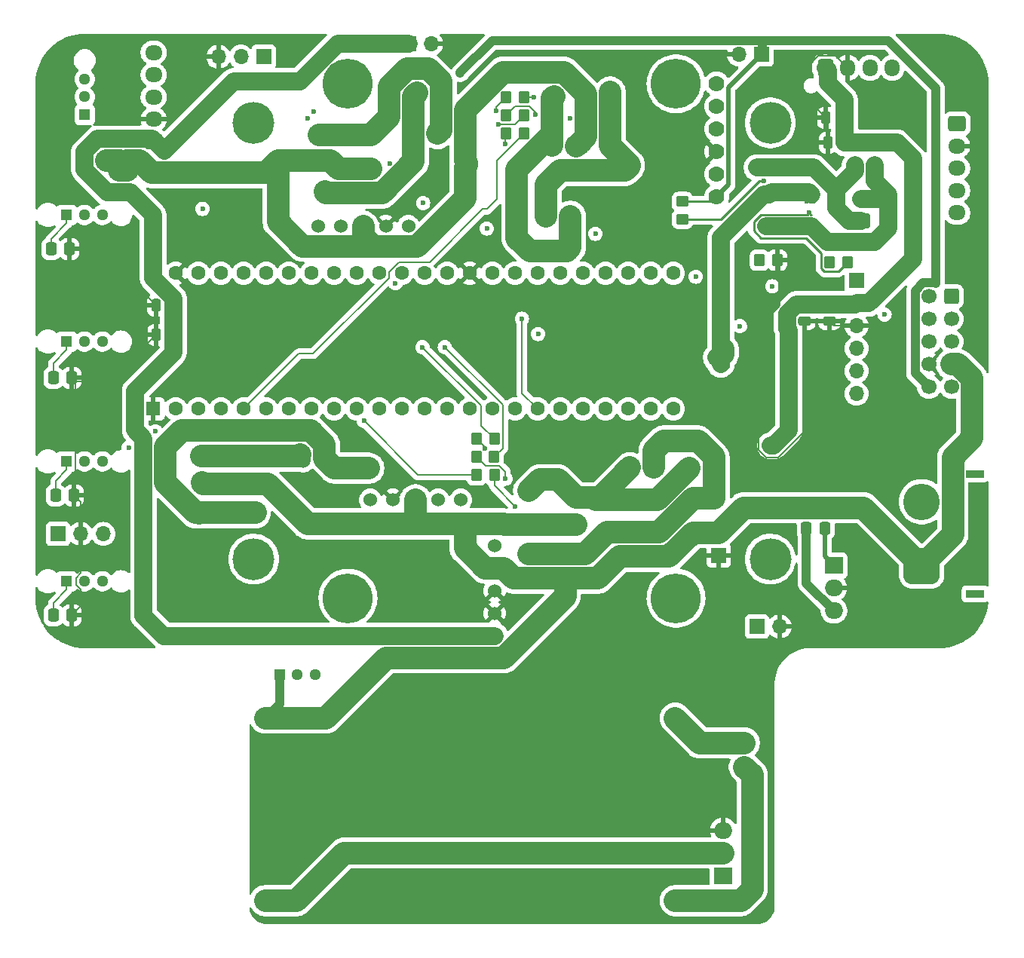
<source format=gbr>
%TF.GenerationSoftware,KiCad,Pcbnew,8.0.2*%
%TF.CreationDate,2025-02-26T22:38:59-05:00*%
%TF.ProjectId,MainPCB,4d61696e-5043-4422-9e6b-696361645f70,rev?*%
%TF.SameCoordinates,Original*%
%TF.FileFunction,Copper,L4,Bot*%
%TF.FilePolarity,Positive*%
%FSLAX46Y46*%
G04 Gerber Fmt 4.6, Leading zero omitted, Abs format (unit mm)*
G04 Created by KiCad (PCBNEW 8.0.2) date 2025-02-26 22:38:59*
%MOMM*%
%LPD*%
G01*
G04 APERTURE LIST*
G04 Aperture macros list*
%AMRoundRect*
0 Rectangle with rounded corners*
0 $1 Rounding radius*
0 $2 $3 $4 $5 $6 $7 $8 $9 X,Y pos of 4 corners*
0 Add a 4 corners polygon primitive as box body*
4,1,4,$2,$3,$4,$5,$6,$7,$8,$9,$2,$3,0*
0 Add four circle primitives for the rounded corners*
1,1,$1+$1,$2,$3*
1,1,$1+$1,$4,$5*
1,1,$1+$1,$6,$7*
1,1,$1+$1,$8,$9*
0 Add four rect primitives between the rounded corners*
20,1,$1+$1,$2,$3,$4,$5,0*
20,1,$1+$1,$4,$5,$6,$7,0*
20,1,$1+$1,$6,$7,$8,$9,0*
20,1,$1+$1,$8,$9,$2,$3,0*%
G04 Aperture macros list end*
%TA.AperFunction,ComponentPad*%
%ADD10RoundRect,0.250000X0.750000X-0.600000X0.750000X0.600000X-0.750000X0.600000X-0.750000X-0.600000X0*%
%TD*%
%TA.AperFunction,ComponentPad*%
%ADD11O,2.000000X1.700000*%
%TD*%
%TA.AperFunction,SMDPad,CuDef*%
%ADD12RoundRect,0.250000X0.350000X0.450000X-0.350000X0.450000X-0.350000X-0.450000X0.350000X-0.450000X0*%
%TD*%
%TA.AperFunction,SMDPad,CuDef*%
%ADD13RoundRect,0.250000X-0.450000X0.350000X-0.450000X-0.350000X0.450000X-0.350000X0.450000X0.350000X0*%
%TD*%
%TA.AperFunction,SMDPad,CuDef*%
%ADD14RoundRect,0.250000X-0.337500X-0.475000X0.337500X-0.475000X0.337500X0.475000X-0.337500X0.475000X0*%
%TD*%
%TA.AperFunction,ComponentPad*%
%ADD15R,1.295400X1.295400*%
%TD*%
%TA.AperFunction,ComponentPad*%
%ADD16C,1.295400*%
%TD*%
%TA.AperFunction,ComponentPad*%
%ADD17RoundRect,0.250000X-0.725000X0.600000X-0.725000X-0.600000X0.725000X-0.600000X0.725000X0.600000X0*%
%TD*%
%TA.AperFunction,ComponentPad*%
%ADD18O,1.950000X1.700000*%
%TD*%
%TA.AperFunction,ComponentPad*%
%ADD19RoundRect,0.250000X0.725000X-0.600000X0.725000X0.600000X-0.725000X0.600000X-0.725000X-0.600000X0*%
%TD*%
%TA.AperFunction,ComponentPad*%
%ADD20R,1.700000X1.700000*%
%TD*%
%TA.AperFunction,ComponentPad*%
%ADD21O,1.700000X1.700000*%
%TD*%
%TA.AperFunction,ComponentPad*%
%ADD22C,4.700000*%
%TD*%
%TA.AperFunction,ComponentPad*%
%ADD23C,1.778000*%
%TD*%
%TA.AperFunction,ComponentPad*%
%ADD24RoundRect,0.250000X0.600000X0.750000X-0.600000X0.750000X-0.600000X-0.750000X0.600000X-0.750000X0*%
%TD*%
%TA.AperFunction,ComponentPad*%
%ADD25O,1.700000X2.000000*%
%TD*%
%TA.AperFunction,ComponentPad*%
%ADD26C,5.600000*%
%TD*%
%TA.AperFunction,ComponentPad*%
%ADD27C,1.524000*%
%TD*%
%TA.AperFunction,ComponentPad*%
%ADD28RoundRect,0.250000X-0.750000X0.600000X-0.750000X-0.600000X0.750000X-0.600000X0.750000X0.600000X0*%
%TD*%
%TA.AperFunction,ComponentPad*%
%ADD29R,2.000000X1.905000*%
%TD*%
%TA.AperFunction,ComponentPad*%
%ADD30O,2.000000X1.905000*%
%TD*%
%TA.AperFunction,ComponentPad*%
%ADD31RoundRect,0.250000X-0.600000X-0.725000X0.600000X-0.725000X0.600000X0.725000X-0.600000X0.725000X0*%
%TD*%
%TA.AperFunction,ComponentPad*%
%ADD32O,1.700000X1.950000*%
%TD*%
%TA.AperFunction,ComponentPad*%
%ADD33R,2.000000X0.900000*%
%TD*%
%TA.AperFunction,ComponentPad*%
%ADD34RoundRect,1.025000X-1.025000X1.025000X-1.025000X-1.025000X1.025000X-1.025000X1.025000X1.025000X0*%
%TD*%
%TA.AperFunction,ComponentPad*%
%ADD35C,4.100000*%
%TD*%
%TA.AperFunction,ComponentPad*%
%ADD36C,2.000000*%
%TD*%
%TA.AperFunction,ComponentPad*%
%ADD37R,1.600000X1.600000*%
%TD*%
%TA.AperFunction,ComponentPad*%
%ADD38C,1.600000*%
%TD*%
%TA.AperFunction,SMDPad,CuDef*%
%ADD39RoundRect,0.250000X0.337500X0.475000X-0.337500X0.475000X-0.337500X-0.475000X0.337500X-0.475000X0*%
%TD*%
%TA.AperFunction,SMDPad,CuDef*%
%ADD40RoundRect,0.250000X-0.350000X-0.450000X0.350000X-0.450000X0.350000X0.450000X-0.350000X0.450000X0*%
%TD*%
%TA.AperFunction,SMDPad,CuDef*%
%ADD41RoundRect,0.250000X0.250000X0.475000X-0.250000X0.475000X-0.250000X-0.475000X0.250000X-0.475000X0*%
%TD*%
%TA.AperFunction,SMDPad,CuDef*%
%ADD42RoundRect,0.250000X-0.475000X0.250000X-0.475000X-0.250000X0.475000X-0.250000X0.475000X0.250000X0*%
%TD*%
%TA.AperFunction,ComponentPad*%
%ADD43RoundRect,0.250000X0.600000X0.600000X-0.600000X0.600000X-0.600000X-0.600000X0.600000X-0.600000X0*%
%TD*%
%TA.AperFunction,ComponentPad*%
%ADD44C,1.700000*%
%TD*%
%TA.AperFunction,ViaPad*%
%ADD45C,0.600000*%
%TD*%
%TA.AperFunction,Conductor*%
%ADD46C,2.500000*%
%TD*%
%TA.AperFunction,Conductor*%
%ADD47C,0.200000*%
%TD*%
%TA.AperFunction,Conductor*%
%ADD48C,2.000000*%
%TD*%
%TA.AperFunction,Conductor*%
%ADD49C,0.250000*%
%TD*%
%TA.AperFunction,Conductor*%
%ADD50C,0.500000*%
%TD*%
%TA.AperFunction,Conductor*%
%ADD51C,1.000000*%
%TD*%
G04 APERTURE END LIST*
D10*
%TO.P,M5,1,+*%
%TO.N,Net-(IC5-OUT_A_1)*%
X139224000Y-86538000D03*
D11*
%TO.P,M5,2,-*%
%TO.N,Net-(IC5-OUT_B_1)*%
X139224000Y-84038000D03*
%TD*%
D12*
%TO.P,R25,1*%
%TO.N,Net-(IC5-PWM)*%
X137668000Y-91186000D03*
%TO.P,R25,2*%
%TO.N,PWM5*%
X135668000Y-91186000D03*
%TD*%
%TO.P,R24,1*%
%TO.N,GND*%
X129778000Y-90932000D03*
%TO.P,R24,2*%
%TO.N,Net-(IC5-IN_B)*%
X127778000Y-90932000D03*
%TD*%
D13*
%TO.P,R23,1*%
%TO.N,3.3V*%
X119126000Y-84344000D03*
%TO.P,R23,2*%
%TO.N,Net-(IC5-IN_A)*%
X119126000Y-86344000D03*
%TD*%
D14*
%TO.P,C15,1*%
%TO.N,Net-(IC5-OUT_A_1)*%
X138662500Y-80264000D03*
%TO.P,C15,2*%
%TO.N,Net-(IC5-OUT_B_1)*%
X140737500Y-80264000D03*
%TD*%
D15*
%TO.P,SW1,1,A*%
%TO.N,12V*%
X52030000Y-74580000D03*
D16*
%TO.P,SW1,2,B*%
%TO.N,Net-(SW1A-B)*%
X52030000Y-72580000D03*
%TO.P,SW1,3*%
%TO.N,N/C*%
X52030000Y-70579999D03*
%TD*%
D17*
%TO.P,J16,1,Pin_1*%
%TO.N,5V*%
X149980000Y-75610000D03*
D18*
%TO.P,J16,2,Pin_2*%
%TO.N,GND*%
X149980000Y-78110000D03*
%TO.P,J16,3,Pin_3*%
%TO.N,TRIG1*%
X149980000Y-80610000D03*
%TO.P,J16,4,Pin_4*%
%TO.N,TRIG2*%
X149980000Y-83110000D03*
%TO.P,J16,5,Pin_5*%
%TO.N,Net-(J15-Pin_5)*%
X149980000Y-85610000D03*
%TD*%
D19*
%TO.P,J15,1,Pin_1*%
%TO.N,5V*%
X59760000Y-77610000D03*
D18*
%TO.P,J15,2,Pin_2*%
%TO.N,GND*%
X59760000Y-75110000D03*
%TO.P,J15,3,Pin_3*%
%TO.N,TRIG3*%
X59760000Y-72610000D03*
%TO.P,J15,4,Pin_4*%
%TO.N,TRIG4*%
X59760000Y-70110000D03*
%TO.P,J15,5,Pin_5*%
%TO.N,Net-(J15-Pin_5)*%
X59760000Y-67610000D03*
%TD*%
D20*
%TO.P,J13,1,Pin_1*%
%TO.N,3.3V*%
X49030000Y-121670000D03*
D21*
%TO.P,J13,2,Pin_2*%
%TO.N,GND*%
X51570000Y-121670000D03*
%TO.P,J13,3,Pin_3*%
%TO.N,SLIDE1*%
X54110000Y-121670000D03*
%TD*%
D22*
%TO.P,H6,1*%
%TO.N,N/C*%
X129000000Y-75500000D03*
%TD*%
%TO.P,H4,1*%
%TO.N,N/C*%
X129000000Y-124500000D03*
%TD*%
%TO.P,H2,1*%
%TO.N,N/C*%
X71000000Y-75500000D03*
%TD*%
%TO.P,H1,1*%
%TO.N,N/C*%
X71000000Y-124500000D03*
%TD*%
D23*
%TO.P,U7,JP1_6,INT*%
%TO.N,unconnected-(U7A-INT-PadJP1_6)*%
X122980000Y-71110000D03*
%TO.P,U7,JP1_5,SDI/SDA*%
%TO.N,SDA2*%
X122980000Y-73650000D03*
%TO.P,U7,JP1_4,SCK/SCL*%
%TO.N,SCL2*%
X122980000Y-76190000D03*
%TO.P,U7,JP1_3,GND_JP1*%
%TO.N,GND*%
X122980000Y-78730000D03*
%TO.P,U7,JP1_2,1.8V*%
%TO.N,unconnected-(U7A-1.8V-PadJP1_2)*%
X122980000Y-81270000D03*
%TO.P,U7,JP1_1,VIN*%
%TO.N,3.3V*%
X122980000Y-83810000D03*
%TD*%
D24*
%TO.P,M3,1,+*%
%TO.N,Net-(IC3-OUT_A_1)*%
X91440000Y-76708000D03*
D25*
%TO.P,M3,2,-*%
%TO.N,Net-(IC3-OUT_B_1)*%
X88940000Y-76708000D03*
%TD*%
D15*
%TO.P,SW3,1,A*%
%TO.N,SLIDE3*%
X50000000Y-113538000D03*
D16*
%TO.P,SW3,2,B*%
%TO.N,3.3V*%
X52000000Y-113538000D03*
%TO.P,SW3,3,C*%
%TO.N,unconnected-(SW3-C-Pad3)*%
X54000001Y-113538000D03*
%TD*%
D26*
%TO.P,H5,1*%
%TO.N,N/C*%
X118416000Y-71113000D03*
%TD*%
%TO.P,H3,1*%
%TO.N,N/C*%
X81584000Y-71113000D03*
%TD*%
D27*
%TO.P,U1,1*%
%TO.N,N/C*%
X78200000Y-87110000D03*
%TO.P,U1,2*%
X80740000Y-87110000D03*
%TO.P,U1,3,IN+*%
%TO.N,12V*%
X83280000Y-87110000D03*
%TO.P,U1,4,IN-*%
%TO.N,GND*%
X85820000Y-87110000D03*
%TO.P,U1,5,OUT+*%
%TO.N,3.3V*%
X88360000Y-87110000D03*
%TD*%
D15*
%TO.P,SW4,1,A*%
%TO.N,SLIDE4*%
X50000000Y-100076000D03*
D16*
%TO.P,SW4,2,B*%
%TO.N,3.3V*%
X52000000Y-100076000D03*
%TO.P,SW4,3,C*%
%TO.N,unconnected-(SW4-C-Pad3)*%
X54000001Y-100076000D03*
%TD*%
D28*
%TO.P,J14,1,Pin_1*%
%TO.N,Net-(J14-Pin_1)*%
X126090000Y-145150000D03*
D11*
%TO.P,J14,2,Pin_2*%
%TO.N,Net-(J14-Pin_2)*%
X126090000Y-147650000D03*
%TD*%
D29*
%TO.P,U10,1,G*%
%TO.N,Net-(SW1A-B)*%
X136144000Y-125222000D03*
D30*
%TO.P,U10,2,S*%
%TO.N,GND*%
X136144000Y-127762000D03*
%TO.P,U10,3,D*%
%TO.N,Net-(J5-Pin_2)*%
X136144000Y-130302000D03*
%TD*%
D20*
%TO.P,J4,1,Pin_1*%
%TO.N,GND*%
X123220000Y-124070000D03*
D21*
%TO.P,J4,2,Pin_2*%
%TO.N,12V*%
X123220000Y-121530000D03*
%TD*%
D15*
%TO.P,SW5,1,A*%
%TO.N,SLIDE2*%
X50000000Y-85852000D03*
D16*
%TO.P,SW5,2,B*%
%TO.N,3.3V*%
X52000000Y-85852000D03*
%TO.P,SW5,3,C*%
%TO.N,unconnected-(SW5-C-Pad3)*%
X54000001Y-85852000D03*
%TD*%
D26*
%TO.P,H7,1*%
%TO.N,N/C*%
X81584000Y-128887000D03*
%TD*%
D31*
%TO.P,J2,1,Pin_1*%
%TO.N,5V*%
X135188000Y-69325000D03*
D32*
%TO.P,J2,2,Pin_2*%
%TO.N,GND*%
X137688000Y-69325000D03*
%TO.P,J2,3,Pin_3*%
%TO.N,RX2->TX*%
X140188000Y-69325000D03*
%TO.P,J2,4,Pin_4*%
%TO.N,TX2->RX*%
X142688000Y-69325000D03*
%TD*%
D26*
%TO.P,H8,1*%
%TO.N,N/C*%
X118416000Y-128887000D03*
%TD*%
D29*
%TO.P,U6,1,G*%
%TO.N,Net-(SW6A-B)*%
X123715000Y-160060000D03*
D30*
%TO.P,U6,2,S*%
%TO.N,Net-(U3-In-)*%
X123715000Y-157520000D03*
%TO.P,U6,3,D*%
%TO.N,GND*%
X123715000Y-154980000D03*
%TD*%
D15*
%TO.P,SW6,1,A*%
%TO.N,12V*%
X73910001Y-137520000D03*
D16*
%TO.P,SW6,2,B*%
%TO.N,Net-(SW6A-B)*%
X75910001Y-137520000D03*
%TO.P,SW6,3*%
%TO.N,N/C*%
X77910002Y-137520000D03*
%TD*%
D15*
%TO.P,SW2,1,A*%
%TO.N,SLIDE1*%
X50000000Y-127000000D03*
D16*
%TO.P,SW2,2,B*%
%TO.N,3.3V*%
X52000000Y-127000000D03*
%TO.P,SW2,3,C*%
%TO.N,unconnected-(SW2-C-Pad3)*%
X54000001Y-127000000D03*
%TD*%
D20*
%TO.P,J1,1,Pin_1*%
%TO.N,unconnected-(J1-Pin_1-Pad1)*%
X138684000Y-93218000D03*
D21*
%TO.P,J1,2,Pin_2*%
%TO.N,5V*%
X138684000Y-95758000D03*
%TO.P,J1,3,Pin_3*%
%TO.N,GND*%
X138684000Y-98298000D03*
%TO.P,J1,4,Pin_4*%
%TO.N,RX7 -> TX*%
X138684000Y-100838000D03*
%TO.P,J1,5,Pin_5*%
%TO.N,TX7 -> RX*%
X138684000Y-103378000D03*
%TO.P,J1,6,Pin_6*%
%TO.N,STATE*%
X138684000Y-105918000D03*
%TD*%
D24*
%TO.P,M4,1,+*%
%TO.N,Net-(IC4-OUT_A_1)*%
X79040000Y-113270000D03*
D25*
%TO.P,M4,2,-*%
%TO.N,Net-(IC4-OUT_B_1)*%
X76540000Y-113270000D03*
%TD*%
D27*
%TO.P,U2,1*%
%TO.N,N/C*%
X98054000Y-122976000D03*
%TO.P,U2,3,IN+*%
%TO.N,12V*%
X98054000Y-125516000D03*
%TO.P,U2,4,IN-*%
%TO.N,GND*%
X98054000Y-128056000D03*
X98054000Y-130596000D03*
%TO.P,U2,5,OUT+*%
%TO.N,5V*%
X98054000Y-133136000D03*
%TD*%
D33*
%TO.P,J5,*%
%TO.N,*%
X152004000Y-114916000D03*
X152004000Y-128416000D03*
D34*
%TO.P,J5,1,Pin_1*%
%TO.N,12V*%
X146004000Y-125266000D03*
D35*
%TO.P,J5,2,Pin_2*%
%TO.N,Net-(J5-Pin_2)*%
X146004000Y-118066000D03*
%TD*%
D25*
%TO.P,M2,2,-*%
%TO.N,Net-(IC2-OUT_B_1)*%
X104050000Y-86000000D03*
D24*
%TO.P,M2,1,+*%
%TO.N,Net-(IC2-OUT_A_1)*%
X106550000Y-86000000D03*
%TD*%
D36*
%TO.P,U3,1,In+*%
%TO.N,12V*%
X72310000Y-142370000D03*
%TO.P,U3,2,In-*%
%TO.N,Net-(U3-In-)*%
X72310000Y-162870000D03*
%TO.P,U3,3,Out+*%
%TO.N,Net-(J14-Pin_1)*%
X118310000Y-142370000D03*
%TO.P,U3,4,Out-*%
%TO.N,Net-(J14-Pin_2)*%
X118310000Y-162870000D03*
%TD*%
D24*
%TO.P,M1,1,+*%
%TO.N,Net-(IC1-OUT_A_1)*%
X115750000Y-114235000D03*
D25*
%TO.P,M1,2,-*%
%TO.N,Net-(IC1-OUT_B_1)*%
X113250000Y-114235000D03*
%TD*%
D37*
%TO.P,U12,1,GND*%
%TO.N,GND*%
X59690000Y-107620000D03*
D38*
%TO.P,U12,2,0_RX1_CRX2_CS1*%
%TO.N,LEDPulse*%
X62230000Y-107620000D03*
%TO.P,U12,3,1_TX1_CTX2_MISO1*%
%TO.N,ESC_PWM*%
X64770000Y-107620000D03*
%TO.P,U12,4,2_OUT2*%
%TO.N,PWM1*%
X67310000Y-107620000D03*
%TO.P,U12,5,3_LRCLK2*%
%TO.N,PWM2*%
X69850000Y-107620000D03*
%TO.P,U12,6,4_BCLK2*%
%TO.N,PWM3*%
X72390000Y-107620000D03*
%TO.P,U12,7,5_IN2*%
%TO.N,PWM4*%
X74930000Y-107620000D03*
%TO.P,U12,8,6_OUT1D*%
%TO.N,PWM5*%
X77470000Y-107620000D03*
%TO.P,U12,9,7_RX2_OUT1A*%
%TO.N,RX2->TX*%
X80010000Y-107620000D03*
%TO.P,U12,10,8_TX2_IN1*%
%TO.N,TX2->RX*%
X82550000Y-107620000D03*
%TO.P,U12,11,9_OUT1C*%
%TO.N,DIR4A*%
X85090000Y-107620000D03*
%TO.P,U12,12,10_CS_MQSR*%
%TO.N,DIR4B*%
X87630000Y-107620000D03*
%TO.P,U12,13,11_MOSI_CTX1*%
%TO.N,MOSI*%
X90170000Y-107620000D03*
%TO.P,U12,14,12_MISO_MQSL*%
%TO.N,MISO*%
X92710000Y-107620000D03*
%TO.P,U12,15,3V3*%
%TO.N,unconnected-(U12-3V3-Pad15)*%
X95250000Y-107620000D03*
%TO.P,U12,16,24_A10_TX6_SCL2*%
%TO.N,SCL2*%
X97790000Y-107620000D03*
%TO.P,U12,17,25_A11_RX6_SDA2*%
%TO.N,SDA2*%
X100330000Y-107620000D03*
%TO.P,U12,18,26_A12_MOSI1*%
%TO.N,SelectionPin*%
X102870000Y-107620000D03*
%TO.P,U12,19,27_A13_SCK1*%
%TO.N,unconnected-(U12-27_A13_SCK1-Pad19)*%
X105410000Y-107620000D03*
%TO.P,U12,20,28_RX7*%
%TO.N,RX7 -> TX*%
X107950000Y-107620000D03*
%TO.P,U12,21,29_TX7*%
%TO.N,TX7 -> RX*%
X110490000Y-107620000D03*
%TO.P,U12,22,30_CRX3*%
%TO.N,Kicker*%
X113030000Y-107620000D03*
%TO.P,U12,23,31_CTX3*%
%TO.N,SLIDE1*%
X115570000Y-107620000D03*
%TO.P,U12,24,32_OUT1B*%
%TO.N,unconnected-(U12-32_OUT1B-Pad24)*%
X118110000Y-107620000D03*
%TO.P,U12,25,33_MCLK2*%
%TO.N,TRIG1*%
X118110000Y-92380000D03*
%TO.P,U12,26,34_RX8*%
%TO.N,ECHO*%
X115570000Y-92380000D03*
%TO.P,U12,27,35_TX8*%
%TO.N,TRIG2*%
X113030000Y-92380000D03*
%TO.P,U12,28,36_CS*%
%TO.N,SLIDE2*%
X110490000Y-92380000D03*
%TO.P,U12,29,37_CS*%
%TO.N,TRIG3*%
X107950000Y-92380000D03*
%TO.P,U12,30,38_CS1_IN1*%
%TO.N,SLIDE3*%
X105410000Y-92380000D03*
%TO.P,U12,31,39_MISO1_OUT1A*%
%TO.N,TRIG4*%
X102870000Y-92380000D03*
%TO.P,U12,32,40_A16*%
%TO.N,SLIDE4*%
X100330000Y-92380000D03*
%TO.P,U12,33,41_A17*%
%TO.N,LightGate*%
X97790000Y-92380000D03*
%TO.P,U12,34,GND*%
%TO.N,GND*%
X95250000Y-92380000D03*
%TO.P,U12,35,13_SCK_LED*%
%TO.N,SCK1*%
X92710000Y-92380000D03*
%TO.P,U12,36,14_A0_TX3_SPDIF_OUT*%
%TO.N,CS1*%
X90170000Y-92380000D03*
%TO.P,U12,37,15_A1_RX3_SPDIF_IN*%
%TO.N,CS2*%
X87630000Y-92380000D03*
%TO.P,U12,38,16_A2_RX4_SCL1*%
%TO.N,CS3*%
X85090000Y-92380000D03*
%TO.P,U12,39,17_A3_TX4_SDA1*%
%TO.N,STATE*%
X82550000Y-92380000D03*
%TO.P,U12,40,18_A4_SDA*%
%TO.N,DIR3A*%
X80010000Y-92380000D03*
%TO.P,U12,41,19_A5_SCL*%
%TO.N,DIR3B*%
X77470000Y-92380000D03*
%TO.P,U12,42,20_A6_TX5_LRCLK1*%
%TO.N,DIR2A*%
X74930000Y-92380000D03*
%TO.P,U12,43,21_A7_RX5_BCLK1*%
%TO.N,DIR2B*%
X72390000Y-92380000D03*
%TO.P,U12,44,22_A8_CTX1*%
%TO.N,DIR1A*%
X69850000Y-92380000D03*
%TO.P,U12,45,23_A9_CRX1_MCLK1*%
%TO.N,DIR1B*%
X67310000Y-92380000D03*
%TO.P,U12,46,3V3*%
%TO.N,unconnected-(U12-3V3-Pad46)*%
X64770000Y-92380000D03*
%TO.P,U12,47,GND*%
%TO.N,GND*%
X62230000Y-92380000D03*
%TO.P,U12,48,VIN*%
%TO.N,5V*%
X59690000Y-92380000D03*
%TD*%
D20*
%TO.P,J9,1,Pin_1*%
%TO.N,5V*%
X127503000Y-132080000D03*
D21*
%TO.P,J9,2,Pin_2*%
%TO.N,GND*%
X130043000Y-132080000D03*
%TD*%
D20*
%TO.P,J8,1,Pin_1*%
%TO.N,5V*%
X88375000Y-66630000D03*
D21*
%TO.P,J8,2,Pin_2*%
%TO.N,GND*%
X90915000Y-66630000D03*
%TD*%
D27*
%TO.P,U4,1*%
%TO.N,N/C*%
X94244000Y-117846000D03*
%TO.P,U4,2*%
X91704000Y-117846000D03*
%TO.P,U4,3,IN+*%
%TO.N,12V*%
X89164000Y-117846000D03*
%TO.P,U4,4,OUT-*%
%TO.N,GND*%
X86624000Y-117846000D03*
%TO.P,U4,5,OUT+*%
%TO.N,5V*%
X84084000Y-117846000D03*
%TD*%
D39*
%TO.P,R2,1*%
%TO.N,Net-(SW1A-B)*%
X135128000Y-121070000D03*
%TO.P,R2,2*%
%TO.N,Net-(J5-Pin_2)*%
X133053000Y-121070000D03*
%TD*%
D40*
%TO.P,R11,1*%
%TO.N,Net-(IC2-PWM)*%
X99346000Y-76708000D03*
%TO.P,R11,2*%
%TO.N,PWM2*%
X101346000Y-76708000D03*
%TD*%
D14*
%TO.P,R3,1*%
%TO.N,SLIDE2*%
X48238500Y-89662000D03*
%TO.P,R3,2*%
%TO.N,GND*%
X50313500Y-89662000D03*
%TD*%
D12*
%TO.P,R7,1*%
%TO.N,DIR1B*%
X97996000Y-113030000D03*
%TO.P,R7,2*%
%TO.N,Net-(IC1-IN_B)*%
X95996000Y-113030000D03*
%TD*%
D41*
%TO.P,C9,1*%
%TO.N,5V*%
X61910000Y-96012000D03*
%TO.P,C9,2*%
%TO.N,GND*%
X60010000Y-96012000D03*
%TD*%
%TO.P,C6,1*%
%TO.N,5V*%
X137348000Y-77724000D03*
%TO.P,C6,2*%
%TO.N,GND*%
X135448000Y-77724000D03*
%TD*%
D14*
%TO.P,R4,1*%
%TO.N,SLIDE4*%
X48492500Y-104140000D03*
%TO.P,R4,2*%
%TO.N,GND*%
X50567500Y-104140000D03*
%TD*%
D12*
%TO.P,R8,1*%
%TO.N,Net-(IC1-PWM)*%
X98012000Y-115062000D03*
%TO.P,R8,2*%
%TO.N,PWM1*%
X96012000Y-115062000D03*
%TD*%
D20*
%TO.P,J11,1,Pin_1*%
%TO.N,3.3V*%
X72121000Y-68072000D03*
D21*
%TO.P,J11,2,Pin_2*%
%TO.N,LightGate*%
X69581000Y-68072000D03*
%TO.P,J11,3,Pin_3*%
%TO.N,GND*%
X67041000Y-68072000D03*
%TD*%
D42*
%TO.P,C1,1*%
%TO.N,5V*%
X132842000Y-95890000D03*
%TO.P,C1,2*%
%TO.N,GND*%
X132842000Y-97790000D03*
%TD*%
D14*
%TO.P,R6,1*%
%TO.N,SLIDE3*%
X48746500Y-117348000D03*
%TO.P,R6,2*%
%TO.N,GND*%
X50821500Y-117348000D03*
%TD*%
D20*
%TO.P,J10,1,Pin_1*%
%TO.N,3.3V*%
X128021000Y-67818000D03*
D21*
%TO.P,J10,2,Pin_2*%
%TO.N,GND*%
X125481000Y-67818000D03*
%TD*%
D12*
%TO.P,R9,2*%
%TO.N,Net-(IC2-IN_A)*%
X99346000Y-72644000D03*
%TO.P,R9,1*%
%TO.N,DIR2A*%
X101346000Y-72644000D03*
%TD*%
D41*
%TO.P,C5,1*%
%TO.N,5V*%
X137160000Y-74930000D03*
%TO.P,C5,2*%
%TO.N,GND*%
X135260000Y-74930000D03*
%TD*%
D14*
%TO.P,R5,1*%
%TO.N,SLIDE1*%
X48492500Y-130810000D03*
%TO.P,R5,2*%
%TO.N,GND*%
X50567500Y-130810000D03*
%TD*%
D42*
%TO.P,C2,1*%
%TO.N,5V*%
X135636000Y-95890000D03*
%TO.P,C2,2*%
%TO.N,GND*%
X135636000Y-97790000D03*
%TD*%
D12*
%TO.P,R10,1*%
%TO.N,DIR2B*%
X101346000Y-74676000D03*
%TO.P,R10,2*%
%TO.N,Net-(IC2-IN_B)*%
X99346000Y-74676000D03*
%TD*%
D41*
%TO.P,C10,1*%
%TO.N,5V*%
X61976000Y-99314000D03*
%TO.P,C10,2*%
%TO.N,GND*%
X60076000Y-99314000D03*
%TD*%
D43*
%TO.P,J6,1,Pin_1*%
%TO.N,CS1*%
X149352000Y-94996000D03*
D44*
%TO.P,J6,2,Pin_2*%
%TO.N,SCK1*%
X146812000Y-94996000D03*
%TO.P,J6,3,Pin_3*%
%TO.N,CS2*%
X149352000Y-97536000D03*
%TO.P,J6,4,Pin_4*%
%TO.N,MISO*%
X146812000Y-97536000D03*
%TO.P,J6,5,Pin_5*%
%TO.N,CS3*%
X149352000Y-100076000D03*
%TO.P,J6,6,Pin_6*%
%TO.N,MOSI*%
X146812000Y-100076000D03*
%TO.P,J6,7,Pin_7*%
%TO.N,12V*%
X149352000Y-102616000D03*
%TO.P,J6,8,Pin_8*%
%TO.N,GND*%
X146812000Y-102616000D03*
%TO.P,J6,9,Pin_9*%
%TO.N,Kicker*%
X149352000Y-105156000D03*
%TO.P,J6,10,Pin_10*%
%TO.N,3.3V*%
X146812000Y-105156000D03*
%TD*%
D12*
%TO.P,R1,1*%
%TO.N,DIR1A*%
X98012000Y-110998000D03*
%TO.P,R1,2*%
%TO.N,Net-(IC1-IN_A)*%
X96012000Y-110998000D03*
%TD*%
D45*
%TO.N,5V*%
X129032000Y-111760000D03*
%TO.N,GND*%
X129286000Y-108068300D03*
%TO.N,Net-(IC5-IN_B)*%
X127778000Y-90932000D03*
%TO.N,PWM5*%
X135636000Y-91186000D03*
%TO.N,Net-(IC5-PWM)*%
X133350000Y-85598000D03*
%TO.N,Net-(IC5-IN_A)*%
X128270000Y-82042000D03*
%TO.N,12V*%
X122428000Y-102362000D03*
X124206000Y-102870000D03*
X123190000Y-102616000D03*
X123952000Y-101600000D03*
X122936000Y-101854000D03*
X133858000Y-84328000D03*
X133096000Y-84328000D03*
X128270000Y-84582000D03*
X127762000Y-84328000D03*
X128524000Y-83312000D03*
X127762000Y-83312000D03*
%TO.N,Net-(IC5-OUT_B_1)*%
X133858000Y-87122000D03*
X132842000Y-87122000D03*
X128524000Y-87122000D03*
X127762000Y-87122000D03*
%TO.N,Net-(IC5-OUT_A_1)*%
X133858000Y-80518000D03*
X133096000Y-80772000D03*
X128270000Y-80518000D03*
X127508000Y-80518000D03*
%TO.N,TRIG3*%
X109360000Y-87963631D03*
%TO.N,Net-(J15-Pin_5)*%
X65250000Y-85160000D03*
%TO.N,GND*%
X145547000Y-108358200D03*
X60076000Y-98086300D03*
%TO.N,3.3V*%
X94200000Y-69890000D03*
%TO.N,STATE*%
X125597800Y-98341900D03*
%TO.N,RX2->TX*%
X102925800Y-99220900D03*
%TO.N,12V*%
X70020000Y-116720000D03*
X70600000Y-116740000D03*
X107188000Y-120142000D03*
X78790000Y-80610000D03*
X83580000Y-80680000D03*
X54310000Y-79580000D03*
X108240000Y-78600000D03*
X79580000Y-80690000D03*
X101160000Y-120130000D03*
X107900000Y-120140000D03*
X78880000Y-79380000D03*
X107210000Y-78610000D03*
X108480000Y-71920000D03*
X106540000Y-121270000D03*
X59390000Y-80630000D03*
X69960000Y-115430000D03*
X107210000Y-77960000D03*
X65830000Y-115480000D03*
X106480000Y-120130000D03*
X55440000Y-79670000D03*
X55910000Y-80870000D03*
X79620000Y-79370000D03*
X71290000Y-115410000D03*
X64650000Y-115430000D03*
X101854000Y-120142000D03*
X108440000Y-72610000D03*
X84290000Y-80680000D03*
X56350000Y-79340000D03*
X78080000Y-79390000D03*
X108450000Y-73270000D03*
X107890000Y-121340000D03*
X108410000Y-77200000D03*
X107220000Y-77320000D03*
X108480000Y-77990000D03*
X57500000Y-80370000D03*
X102540000Y-120130000D03*
X65270000Y-115470000D03*
X56970000Y-79840000D03*
X107188000Y-121412000D03*
X71180000Y-116750000D03*
X70650000Y-115450000D03*
X78020000Y-80680000D03*
X84960000Y-80710000D03*
%TO.N,CS1*%
X129245400Y-93865800D03*
%TO.N,CS3*%
X141828100Y-97028000D03*
%TO.N,LightGate*%
X97167706Y-87363631D03*
%TO.N,Net-(SW1A-B)*%
X120640300Y-92791200D03*
%TO.N,DIR1A*%
X89954900Y-100711100D03*
%TO.N,DIR1B*%
X92459800Y-100701800D03*
%TO.N,PWM1*%
X83375300Y-108985400D03*
%TO.N,DIR2B*%
X98473300Y-75678700D03*
X77031900Y-74968100D03*
%TO.N,DIR2A*%
X102468800Y-72612700D03*
X77727300Y-74269700D03*
%TO.N,PWM3*%
X86918000Y-93529400D03*
%TO.N,DIR4B*%
X56970000Y-111970000D03*
%TO.N,DIR4A*%
X59986000Y-110162800D03*
%TO.N,SelectionPin*%
X101110000Y-97510000D03*
%TO.N,Net-(IC1-OUT_A_1)*%
X101170000Y-123930000D03*
X102500000Y-123920000D03*
X101854000Y-123952000D03*
X107890000Y-123910000D03*
X106490000Y-123920000D03*
X107240000Y-123920000D03*
%TO.N,Net-(IC1-OUT_B_1)*%
X107210000Y-117570000D03*
X120650000Y-114270000D03*
X106500000Y-117560000D03*
X101240000Y-117480000D03*
X120070000Y-113630000D03*
X101950000Y-117600000D03*
X102590000Y-117470000D03*
X119710000Y-114320000D03*
X107880000Y-117620000D03*
%TO.N,Net-(IC2-OUT_B_1)*%
X110980000Y-78650000D03*
X112880000Y-79740000D03*
X111020000Y-77460000D03*
X111020000Y-72040000D03*
X111000000Y-72640000D03*
X113650000Y-79740000D03*
X111080000Y-78100000D03*
X113190000Y-80320000D03*
X111010000Y-73240000D03*
%TO.N,Net-(IC2-OUT_A_1)*%
X104700000Y-77500000D03*
X104650000Y-73230000D03*
X104660000Y-78680000D03*
X104650000Y-72510000D03*
X104690000Y-71840000D03*
X104700000Y-78080000D03*
%TO.N,Net-(IC3-OUT_A_1)*%
X78300000Y-76840000D03*
X78890000Y-76850000D03*
X83650000Y-76870000D03*
X84800000Y-76860000D03*
X79460000Y-76890000D03*
X84210000Y-76840000D03*
%TO.N,Net-(IC3-OUT_B_1)*%
X78890000Y-83190000D03*
X84810000Y-83210000D03*
X79600000Y-83170000D03*
X78210000Y-83190000D03*
X89412500Y-71520000D03*
X83650000Y-83190000D03*
X89030000Y-72050000D03*
X89570000Y-72480000D03*
X84210000Y-83230000D03*
%TO.N,Net-(IC4-OUT_A_1)*%
X65110000Y-119270000D03*
X83250000Y-114380000D03*
X71190000Y-119300000D03*
X65780000Y-119260000D03*
X70590000Y-119330000D03*
X69980000Y-119270000D03*
X83440000Y-113720000D03*
X83910000Y-114290000D03*
X84190000Y-113770000D03*
X64450000Y-119270000D03*
%TO.N,Net-(IC4-OUT_B_1)*%
X69820000Y-112940000D03*
X71130000Y-112950000D03*
X65090000Y-112950000D03*
X64420000Y-112930000D03*
X65750000Y-112950000D03*
X70480000Y-112910000D03*
%TO.N,Net-(IC1-PWM)*%
X100339000Y-118565300D03*
%TO.N,Net-(IC1-IN_A)*%
X96947000Y-112094300D03*
%TO.N,Net-(IC1-IN_B)*%
X99258900Y-115478900D03*
%TO.N,Net-(IC2-IN_A)*%
X98235600Y-74177800D03*
%TO.N,Net-(IC2-IN_B)*%
X102598500Y-74529900D03*
%TO.N,Net-(IC2-PWM)*%
X106511700Y-74982800D03*
X99224100Y-77912200D03*
%TO.N,Net-(IC3-PWM)*%
X90018900Y-84511600D03*
X86244600Y-80066500D03*
%TD*%
D46*
%TO.N,12V*%
X149352000Y-102616000D02*
X150065000Y-102616000D01*
X150065000Y-102616000D02*
X151652000Y-104203000D01*
X149490000Y-116602252D02*
X149504000Y-116616252D01*
X151652000Y-104203000D02*
X151652000Y-110918000D01*
X151652000Y-110918000D02*
X149490000Y-113080000D01*
X149490000Y-113080000D02*
X149490000Y-116602252D01*
X149504000Y-116616252D02*
X149504000Y-121766000D01*
X149504000Y-121766000D02*
X146004000Y-125266000D01*
D47*
%TO.N,GND*%
X135636000Y-97790000D02*
X135636000Y-107353478D01*
X135636000Y-107353478D02*
X129929478Y-113060000D01*
X128493522Y-113060000D02*
X127700000Y-112266478D01*
X127700000Y-109654300D02*
X129286000Y-108068300D01*
X129929478Y-113060000D02*
X128493522Y-113060000D01*
X127700000Y-112266478D02*
X127700000Y-109654300D01*
D48*
%TO.N,5V*%
X59690000Y-92380000D02*
X59690000Y-85852000D01*
X52010000Y-78735176D02*
X53445176Y-77300000D01*
X59690000Y-85852000D02*
X57158000Y-83320000D01*
X57158000Y-83320000D02*
X54565176Y-83320000D01*
X54565176Y-83320000D02*
X52010000Y-80764824D01*
X52010000Y-80764824D02*
X52010000Y-78735176D01*
X53445176Y-77300000D02*
X59586438Y-77300000D01*
X59586438Y-77300000D02*
X60928219Y-78641781D01*
X68720000Y-70850000D02*
X76190100Y-70850000D01*
X80410100Y-66630000D02*
X88375000Y-66630000D01*
X60928219Y-78641781D02*
X68720000Y-70850000D01*
X76190100Y-70850000D02*
X80410100Y-66630000D01*
%TO.N,Net-(IC5-OUT_A_1)*%
X136398000Y-83058000D02*
X138537500Y-80918500D01*
X138537500Y-80918500D02*
X138537500Y-80264000D01*
%TO.N,Net-(IC5-OUT_B_1)*%
X142224000Y-84038000D02*
X142224000Y-83550000D01*
X142224000Y-83550000D02*
X140737500Y-82063500D01*
X140737500Y-82063500D02*
X140737500Y-80264000D01*
%TO.N,5V*%
X130917000Y-96932500D02*
X131959000Y-95890000D01*
X131082000Y-98812500D02*
X130917000Y-98647500D01*
X131959000Y-95890000D02*
X132842000Y-95890000D01*
X129032000Y-111760000D02*
X129391000Y-111760000D01*
X129391000Y-111760000D02*
X131082000Y-110069000D01*
X131082000Y-110069000D02*
X131082000Y-98812500D01*
X130917000Y-98647500D02*
X130917000Y-96932500D01*
D49*
%TO.N,GND*%
X129032000Y-107814300D02*
X129032000Y-96943667D01*
X129032000Y-96943667D02*
X129980760Y-95994907D01*
X129980760Y-91134760D02*
X129778000Y-90932000D01*
X129980760Y-95994907D02*
X129980760Y-91134760D01*
X129286000Y-108068300D02*
X129032000Y-107814300D01*
%TO.N,Net-(IC5-PWM)*%
X137668000Y-91186000D02*
X136643000Y-92211000D01*
X133151000Y-85797000D02*
X133350000Y-85598000D01*
X136643000Y-92211000D02*
X135072900Y-92211000D01*
X135072900Y-92211000D02*
X134743000Y-91881100D01*
X133055167Y-88447000D02*
X127975167Y-88447000D01*
X127912832Y-85797000D02*
X133151000Y-85797000D01*
X134743000Y-91881100D02*
X134743000Y-90134833D01*
X127137000Y-87608833D02*
X127137000Y-86572832D01*
X134743000Y-90134833D02*
X133055167Y-88447000D01*
X127975167Y-88447000D02*
X127137000Y-87608833D01*
X127137000Y-86572832D02*
X127912832Y-85797000D01*
X133549000Y-85797000D02*
X133604000Y-85797000D01*
X133350000Y-85598000D02*
X133549000Y-85797000D01*
D48*
%TO.N,Net-(IC5-OUT_B_1)*%
X139224000Y-84038000D02*
X142224000Y-84038000D01*
X142224000Y-84038000D02*
X142224000Y-87392000D01*
X142224000Y-87392000D02*
X140716000Y-88900000D01*
X140716000Y-88900000D02*
X135382000Y-88900000D01*
X135382000Y-88900000D02*
X133604000Y-87122000D01*
X133604000Y-87122000D02*
X128524000Y-87122000D01*
%TO.N,12V*%
X133604000Y-83566000D02*
X133350000Y-83312000D01*
X123444000Y-101346000D02*
X123190000Y-101600000D01*
X123190000Y-101600000D02*
X123952000Y-101600000D01*
X133350000Y-83312000D02*
X129121321Y-83312000D01*
X129121321Y-83312000D02*
X128891321Y-83542000D01*
X128891321Y-83542000D02*
X128294000Y-83542000D01*
X123444000Y-88392000D02*
X123444000Y-101346000D01*
X128294000Y-83542000D02*
X123444000Y-88392000D01*
D49*
%TO.N,3.3V*%
X119126000Y-84344000D02*
X122446000Y-84344000D01*
X122446000Y-84344000D02*
X122980000Y-83810000D01*
%TO.N,Net-(IC5-IN_A)*%
X119126000Y-86344000D02*
X123460000Y-86344000D01*
X123460000Y-86344000D02*
X127762000Y-82042000D01*
X127762000Y-82042000D02*
X128270000Y-82042000D01*
D48*
%TO.N,12V*%
X123952000Y-100838000D02*
X122936000Y-101854000D01*
X123952000Y-101600000D02*
X123952000Y-100838000D01*
X123444000Y-102362000D02*
X123444000Y-102616000D01*
X122936000Y-101854000D02*
X123444000Y-102362000D01*
D50*
%TO.N,3.3V*%
X122980000Y-83810000D02*
X124319000Y-82471000D01*
X124319000Y-82471000D02*
X124319000Y-71520000D01*
X124319000Y-71520000D02*
X128021000Y-67818000D01*
D48*
%TO.N,Net-(IC5-OUT_A_1)*%
X133858000Y-80518000D02*
X136398000Y-83058000D01*
X136398000Y-83058000D02*
X136398000Y-85090000D01*
X136398000Y-85090000D02*
X137846000Y-86538000D01*
X137846000Y-86538000D02*
X139210000Y-86538000D01*
%TO.N,5V*%
X137348000Y-77724000D02*
X143256000Y-77724000D01*
X143256000Y-77724000D02*
X145034000Y-79502000D01*
X145034000Y-79502000D02*
X145034000Y-90786000D01*
X145034000Y-90786000D02*
X140062000Y-95758000D01*
X140062000Y-95758000D02*
X138684000Y-95758000D01*
D51*
%TO.N,3.3V*%
X146812000Y-105156000D02*
X145262000Y-103606000D01*
X145262000Y-94353968D02*
X146169968Y-93446000D01*
X145262000Y-103606000D02*
X145262000Y-94353968D01*
X146169968Y-93446000D02*
X147454032Y-93446000D01*
X147574000Y-71594000D02*
X142248000Y-66268000D01*
X147454032Y-93446000D02*
X147574000Y-93565968D01*
X147574000Y-93565968D02*
X147574000Y-71594000D01*
X142248000Y-66268000D02*
X128100000Y-66268000D01*
D48*
%TO.N,Net-(IC5-OUT_A_1)*%
X127508000Y-80518000D02*
X133858000Y-80518000D01*
D46*
%TO.N,12V*%
X73760000Y-79756000D02*
X72424219Y-81091781D01*
X72424219Y-81091781D02*
X59519781Y-81091781D01*
X59519781Y-81091781D02*
X58184000Y-79756000D01*
D47*
%TO.N,GND*%
X50567500Y-130810000D02*
X51570000Y-129807500D01*
X51570000Y-129807500D02*
X51570000Y-127910251D01*
X51570000Y-127910251D02*
X51052300Y-127392551D01*
X51052300Y-127392551D02*
X51052300Y-126607449D01*
X51052300Y-126607449D02*
X51570000Y-126089749D01*
X51570000Y-118096500D02*
X50821500Y-117348000D01*
X51570000Y-126089749D02*
X51570000Y-118096500D01*
D46*
%TO.N,12V*%
X123220000Y-121530000D02*
X120295000Y-121530000D01*
X120295000Y-121530000D02*
X117615000Y-124210000D01*
X117615000Y-124210000D02*
X112110000Y-124210000D01*
X112110000Y-124210000D02*
X109668000Y-126652000D01*
X109668000Y-126652000D02*
X105980000Y-126652000D01*
%TO.N,Net-(IC2-OUT_B_1)*%
X111020000Y-78040000D02*
X113190000Y-80210000D01*
X113190000Y-80210000D02*
X113190000Y-80320000D01*
X113190000Y-80320000D02*
X112660000Y-80850000D01*
X112660000Y-80850000D02*
X105430000Y-80850000D01*
X105430000Y-80850000D02*
X103850000Y-82430000D01*
X103850000Y-82430000D02*
X103850000Y-86000000D01*
%TO.N,Net-(IC3-OUT_B_1)*%
X88940000Y-76708000D02*
X88940000Y-72519976D01*
X88940000Y-72519976D02*
X89330000Y-72129976D01*
X89330000Y-72129976D02*
X89330000Y-72130000D01*
X89330000Y-72130000D02*
X89220000Y-72240000D01*
%TO.N,Net-(IC2-OUT_A_1)*%
X106550000Y-86000000D02*
X106550000Y-89490000D01*
X106550000Y-89490000D02*
X106140000Y-89900000D01*
X106140000Y-89900000D02*
X102000000Y-89900000D01*
X102000000Y-89900000D02*
X100550000Y-88450000D01*
X100550000Y-88450000D02*
X100550000Y-80715100D01*
X100550000Y-80715100D02*
X104500000Y-76765100D01*
D47*
X107254000Y-86000000D02*
X106550000Y-86000000D01*
%TO.N,GND*%
X132397700Y-72067700D02*
X132397700Y-69977700D01*
X135448000Y-77724000D02*
X135448000Y-75118000D01*
X50821500Y-117348000D02*
X51000000Y-117169500D01*
X51000000Y-117169500D02*
X51000000Y-104572500D01*
X135636000Y-97790000D02*
X132842000Y-97790000D01*
X135448000Y-75118000D02*
X135260000Y-74930000D01*
X60010000Y-98020300D02*
X60010000Y-96012000D01*
X60076000Y-98086300D02*
X60010000Y-98020300D01*
X138684000Y-98298000D02*
X136144000Y-98298000D01*
D50*
X135832000Y-127762000D02*
X136144000Y-127762000D01*
D47*
X132397700Y-69977700D02*
X134381700Y-67993700D01*
X136144000Y-98298000D02*
X135636000Y-97790000D01*
X51000000Y-104572500D02*
X50567500Y-104140000D01*
X53660000Y-89662000D02*
X60010000Y-96012000D01*
X134381700Y-67993700D02*
X136356700Y-67993700D01*
X136356700Y-67993700D02*
X137688000Y-69325000D01*
X51000000Y-104572500D02*
X54817500Y-104572500D01*
X54817500Y-104572500D02*
X60076000Y-99314000D01*
X60076000Y-98086300D02*
X60076000Y-99314000D01*
X135260000Y-74930000D02*
X132397700Y-72067700D01*
X50313500Y-89662000D02*
X53660000Y-89662000D01*
D48*
%TO.N,5V*%
X132842000Y-95890000D02*
X135636000Y-95890000D01*
X60897300Y-133136000D02*
X98054000Y-133136000D01*
X57690000Y-109995000D02*
X58630000Y-110935000D01*
X59690000Y-92380000D02*
X59690000Y-92909500D01*
X59690000Y-92909500D02*
X61976000Y-95195500D01*
X137348000Y-77724000D02*
X137348000Y-74930000D01*
D47*
X137160000Y-74930000D02*
X137348000Y-74930000D01*
D48*
X138552000Y-95890000D02*
X138684000Y-95758000D01*
D47*
X61910000Y-96775700D02*
X61910000Y-96012000D01*
D48*
X58630000Y-110935000D02*
X58630000Y-130869000D01*
X135438000Y-69575000D02*
X135188000Y-69325000D01*
X137348000Y-74930000D02*
X137348000Y-72918000D01*
X61976000Y-99314000D02*
X61976000Y-101334000D01*
D47*
X61976000Y-96841700D02*
X61910000Y-96775700D01*
D48*
X135438000Y-71008000D02*
X135438000Y-69575000D01*
X61976000Y-95195500D02*
X61976000Y-96841700D01*
X137348000Y-72918000D02*
X135438000Y-71008000D01*
X61976000Y-101334000D02*
X57690000Y-105620000D01*
X61976000Y-96841700D02*
X61976000Y-99314000D01*
X58630000Y-130869000D02*
X60897300Y-133136000D01*
X57690000Y-105620000D02*
X57690000Y-109995000D01*
X135636000Y-95890000D02*
X138552000Y-95890000D01*
D51*
%TO.N,3.3V*%
X94200000Y-69850000D02*
X94200000Y-69890000D01*
X94160000Y-69890000D02*
X94200000Y-69850000D01*
X128100000Y-67739000D02*
X128021000Y-67818000D01*
X94200000Y-69890000D02*
X94160000Y-69890000D01*
X97782000Y-66268000D02*
X94200000Y-69850000D01*
X128100000Y-66268000D02*
X128100000Y-67739000D01*
X128100000Y-66268000D02*
X97782000Y-66268000D01*
D46*
%TO.N,12V*%
X85904000Y-135586000D02*
X79120000Y-142370000D01*
X94730000Y-80465800D02*
X94730000Y-83962000D01*
X56780000Y-80870000D02*
X55900000Y-79990000D01*
X99068823Y-135586000D02*
X85904000Y-135586000D01*
X107760000Y-77590000D02*
X108320000Y-77030000D01*
X105980000Y-128674823D02*
X99068823Y-135586000D01*
X89164000Y-117846000D02*
X89164000Y-120274000D01*
X102362000Y-120650000D02*
X106172000Y-120650000D01*
X89430000Y-120540000D02*
X94710000Y-120540000D01*
X89164000Y-120274000D02*
X89430000Y-120540000D01*
X96976400Y-125516000D02*
X94710000Y-123250000D01*
X106172000Y-120650000D02*
X107188000Y-120650000D01*
X108320000Y-77030000D02*
X108320000Y-72281600D01*
X70020000Y-116030000D02*
X71285000Y-116030000D01*
X79626000Y-79756000D02*
X79104000Y-79756000D01*
X80560000Y-80690000D02*
X79626000Y-79756000D01*
D47*
X108540000Y-72070000D02*
X108531600Y-72070000D01*
D46*
X73760000Y-79756000D02*
X73760000Y-86630000D01*
X83670000Y-80690000D02*
X80560000Y-80690000D01*
D47*
X108531600Y-72070000D02*
X108320000Y-72281600D01*
D46*
X99070000Y-120540000D02*
X99180000Y-120650000D01*
X107200000Y-78150000D02*
X107760000Y-77590000D01*
X94730000Y-83962000D02*
X89332000Y-89360000D01*
X55934000Y-79756000D02*
X54466000Y-79756000D01*
X72550000Y-116030000D02*
X77060000Y-120540000D01*
D47*
X106172000Y-120650000D02*
X106680000Y-120142000D01*
D46*
X123220000Y-121530000D02*
X126021000Y-118729000D01*
X65210000Y-115920000D02*
X65320000Y-116030000D01*
X105980000Y-126652000D02*
X105980000Y-128674823D01*
X98054000Y-125516000D02*
X96976400Y-125516000D01*
X55660000Y-79750000D02*
X55910000Y-80000000D01*
X54466000Y-79756000D02*
X54460000Y-79750000D01*
X73760000Y-86630000D02*
X76490000Y-89360000D01*
X94730000Y-79758200D02*
X94930000Y-79958200D01*
X75800000Y-79756000D02*
X73760000Y-79756000D01*
D47*
X65210000Y-115530000D02*
X65210000Y-115920000D01*
D46*
X94930000Y-79958200D02*
X94930000Y-80265800D01*
X58184000Y-79756000D02*
X56766000Y-79756000D01*
X77060000Y-120540000D02*
X89430000Y-120540000D01*
X84452400Y-89360000D02*
X83280000Y-88187600D01*
X79104000Y-79756000D02*
X75800000Y-79756000D01*
X105980000Y-126652000D02*
X100192000Y-126652000D01*
X65320000Y-116030000D02*
X70020000Y-116030000D01*
X100192000Y-126652000D02*
X99056000Y-125516000D01*
X108320000Y-72281600D02*
X105838000Y-69800000D01*
D47*
X71170000Y-115915000D02*
X71170000Y-115480000D01*
D46*
X55910000Y-80870000D02*
X56780000Y-80870000D01*
X105838000Y-69800000D02*
X98978900Y-69800000D01*
X75800000Y-79756000D02*
X73760000Y-79756000D01*
X71285000Y-116030000D02*
X72550000Y-116030000D01*
X94710000Y-120540000D02*
X99070000Y-120540000D01*
X94710000Y-123250000D02*
X94710000Y-120540000D01*
X79120000Y-142370000D02*
X72310000Y-142370000D01*
X83280000Y-88187600D02*
X83280000Y-87110000D01*
X99056000Y-125516000D02*
X98054000Y-125516000D01*
X94730000Y-74048900D02*
X94730000Y-79758200D01*
X89332000Y-89360000D02*
X84452400Y-89360000D01*
X98978900Y-69800000D02*
X94730000Y-74048900D01*
D47*
X108240000Y-77590000D02*
X108470000Y-77360000D01*
X71285000Y-116030000D02*
X71170000Y-115915000D01*
X79104000Y-79756000D02*
X79460000Y-79400000D01*
D46*
X139467000Y-118729000D02*
X146004000Y-125266000D01*
D47*
X102362000Y-120142000D02*
X102362000Y-120650000D01*
D46*
X84180000Y-80690000D02*
X83670000Y-80690000D01*
X94930000Y-80265800D02*
X94730000Y-80465800D01*
D47*
X65270000Y-115470000D02*
X65210000Y-115530000D01*
D46*
X76490000Y-89360000D02*
X84452400Y-89360000D01*
D51*
X73910001Y-140769999D02*
X72310000Y-142370000D01*
D47*
X70020000Y-116720000D02*
X70020000Y-116030000D01*
X107760000Y-77590000D02*
X108240000Y-77590000D01*
D46*
X55910000Y-80000000D02*
X55910000Y-80870000D01*
X126021000Y-118729000D02*
X139467000Y-118729000D01*
X99180000Y-120650000D02*
X102362000Y-120650000D01*
D51*
X73910001Y-137520000D02*
X73910001Y-140769999D01*
%TO.N,Net-(J5-Pin_2)*%
X133053000Y-121070000D02*
X133053000Y-127211000D01*
X133053000Y-127211000D02*
X136144000Y-130302000D01*
D50*
%TO.N,Net-(SW1A-B)*%
X135128000Y-124206000D02*
X136144000Y-125222000D01*
X135128000Y-120904000D02*
X135128000Y-124206000D01*
D47*
%TO.N,SLIDE2*%
X48238500Y-88562900D02*
X50000000Y-86801400D01*
X48238500Y-89662000D02*
X48238500Y-88562900D01*
X50000000Y-85852000D02*
X50000000Y-86801400D01*
%TO.N,SLIDE4*%
X48492500Y-102532900D02*
X50000000Y-101025400D01*
X50000000Y-100076000D02*
X50000000Y-101025400D01*
X48492500Y-104140000D02*
X48492500Y-102532900D01*
%TO.N,SLIDE1*%
X50000000Y-127000000D02*
X50000000Y-127949400D01*
X48492500Y-130810000D02*
X48492500Y-129456900D01*
X48492500Y-129456900D02*
X50000000Y-127949400D01*
%TO.N,SLIDE3*%
X50000000Y-113538000D02*
X50000000Y-114487400D01*
X48746500Y-117348000D02*
X48746500Y-115740900D01*
X48746500Y-115740900D02*
X50000000Y-114487400D01*
%TO.N,DIR1A*%
X98012000Y-110998000D02*
X96520000Y-109506000D01*
X96520000Y-107276200D02*
X89954900Y-100711100D01*
X96520000Y-109506000D02*
X96520000Y-107276200D01*
%TO.N,DIR1B*%
X98952100Y-112073900D02*
X98952100Y-107194100D01*
X97996000Y-113030000D02*
X98952100Y-112073900D01*
X98952100Y-107194100D02*
X92459800Y-100701800D01*
%TO.N,PWM1*%
X96012000Y-115062000D02*
X89451900Y-115062000D01*
X89451900Y-115062000D02*
X83375300Y-108985400D01*
%TO.N,DIR2B*%
X100343300Y-75678700D02*
X98473300Y-75678700D01*
X101346000Y-74676000D02*
X100343300Y-75678700D01*
%TO.N,PWM2*%
X101346000Y-76708000D02*
X98305000Y-79749000D01*
X90769300Y-91123200D02*
X87320500Y-91123200D01*
X98305000Y-79749000D02*
X98305000Y-84079700D01*
X76030200Y-101439800D02*
X69850000Y-107620000D01*
X87320500Y-91123200D02*
X86191700Y-92252000D01*
X96700500Y-85192000D02*
X90769300Y-91123200D01*
X98305000Y-84079700D02*
X97192700Y-85192000D01*
X86191700Y-92904300D02*
X77656200Y-101439800D01*
X86191700Y-92252000D02*
X86191700Y-92904300D01*
X77656200Y-101439800D02*
X76030200Y-101439800D01*
X97192700Y-85192000D02*
X96700500Y-85192000D01*
%TO.N,DIR2A*%
X101346000Y-72644000D02*
X102437500Y-72644000D01*
X102437500Y-72644000D02*
X102468800Y-72612700D01*
%TO.N,SelectionPin*%
X101110000Y-105860000D02*
X102870000Y-107620000D01*
X101110000Y-97510000D02*
X101110000Y-105860000D01*
D46*
%TO.N,Net-(IC1-OUT_A_1)*%
X117026000Y-111229000D02*
X115950000Y-112305000D01*
X116496624Y-121510000D02*
X120328624Y-117678000D01*
X120881000Y-111229000D02*
X117026000Y-111229000D01*
X122682000Y-117678000D02*
X122682000Y-113030000D01*
X122682000Y-113030000D02*
X120881000Y-111229000D01*
X120328624Y-117678000D02*
X122682000Y-117678000D01*
X115950000Y-112305000D02*
X115950000Y-114235000D01*
X110660000Y-121510000D02*
X116496624Y-121510000D01*
X101854000Y-123952000D02*
X108218000Y-123952000D01*
X102362000Y-123952000D02*
X106680000Y-123952000D01*
X108218000Y-123952000D02*
X110660000Y-121510000D01*
X101854000Y-123952000D02*
X102362000Y-123952000D01*
D47*
%TO.N,Net-(IC1-OUT_B_1)*%
X101854000Y-116840000D02*
X101854000Y-117602000D01*
D46*
X109432000Y-117820000D02*
X109665000Y-117820000D01*
X109665000Y-117820000D02*
X113250000Y-114235000D01*
X107188000Y-117602000D02*
X105156000Y-115570000D01*
X105156000Y-115570000D02*
X103124000Y-115570000D01*
X103124000Y-115570000D02*
X101854000Y-116840000D01*
X116368000Y-117820000D02*
X109432000Y-117820000D01*
X109432000Y-117820000D02*
X109214000Y-117602000D01*
X119888000Y-114300000D02*
X116368000Y-117820000D01*
X109214000Y-117602000D02*
X107188000Y-117602000D01*
D47*
%TO.N,Net-(IC2-OUT_B_1)*%
X111020000Y-73395000D02*
X111010000Y-73385000D01*
D46*
X111020000Y-77460000D02*
X111020000Y-78040000D01*
X111020000Y-72040000D02*
X111020000Y-72717500D01*
D47*
X111000000Y-72697500D02*
X111000000Y-72640000D01*
D46*
X111020000Y-73395000D02*
X111020000Y-77460000D01*
X111020000Y-78040000D02*
X111080000Y-78100000D01*
D47*
X111010000Y-73385000D02*
X111010000Y-73240000D01*
X111020000Y-72717500D02*
X111000000Y-72697500D01*
D46*
X111020000Y-72717500D02*
X111020000Y-73395000D01*
%TO.N,Net-(IC2-OUT_A_1)*%
X104500000Y-76765100D02*
X104500000Y-77500000D01*
X104500000Y-76580000D02*
X104500000Y-76765100D01*
X104720000Y-72500000D02*
X104500000Y-72720000D01*
X104500000Y-76580000D02*
X104500000Y-76765100D01*
X104500000Y-77790000D02*
X104500000Y-78080000D01*
D47*
X104500000Y-77790000D02*
X104700000Y-77990000D01*
D46*
X104500000Y-77500000D02*
X104500000Y-77790000D01*
D47*
X104700000Y-77500000D02*
X104500000Y-77500000D01*
D46*
X104500000Y-72720000D02*
X104500000Y-76580000D01*
D47*
X104700000Y-77990000D02*
X104700000Y-78080000D01*
%TO.N,Net-(IC3-OUT_A_1)*%
X79510000Y-76840000D02*
X79460000Y-76890000D01*
D46*
X88241600Y-69400000D02*
X90580000Y-69400000D01*
X92060000Y-70880000D02*
X92060000Y-72900500D01*
X86240000Y-71401600D02*
X88241600Y-69400000D01*
X79510000Y-76840000D02*
X83620000Y-76840000D01*
D47*
X91440000Y-76708000D02*
X91640000Y-76708000D01*
D46*
X78900000Y-76840000D02*
X79510000Y-76840000D01*
X83620000Y-76840000D02*
X84210000Y-76840000D01*
X92030000Y-72930500D02*
X92030000Y-76318000D01*
X92030000Y-76318000D02*
X91640000Y-76708000D01*
X92060000Y-72900500D02*
X92030000Y-72930500D01*
D47*
X78900000Y-76840000D02*
X78890000Y-76850000D01*
D46*
X90580000Y-69400000D02*
X92060000Y-70880000D01*
X78300000Y-76840000D02*
X78900000Y-76840000D01*
X86240000Y-74810000D02*
X86240000Y-71401600D01*
D47*
X83620000Y-76840000D02*
X83650000Y-76870000D01*
D46*
X84210000Y-76840000D02*
X86240000Y-74810000D01*
%TO.N,Net-(IC3-OUT_B_1)*%
X83450000Y-83390000D02*
X84130000Y-83390000D01*
D47*
X84130000Y-83390000D02*
X84210000Y-83310000D01*
D46*
X89275000Y-72185000D02*
X89360000Y-72100000D01*
X89220000Y-72240000D02*
X89275000Y-72185000D01*
X79130000Y-83390000D02*
X79610000Y-83390000D01*
D47*
X89570000Y-72480000D02*
X89275000Y-72185000D01*
D46*
X84810000Y-83390000D02*
X85400000Y-83390000D01*
X85400000Y-83390000D02*
X88940000Y-79850000D01*
D47*
X89030000Y-72050000D02*
X89220000Y-72240000D01*
D46*
X79610000Y-83390000D02*
X83450000Y-83390000D01*
D47*
X84210000Y-83310000D02*
X84210000Y-83230000D01*
X79610000Y-83390000D02*
X79480000Y-83260000D01*
D46*
X84130000Y-83390000D02*
X84810000Y-83390000D01*
D47*
X83450000Y-83390000D02*
X83650000Y-83190000D01*
X84810000Y-83210000D02*
X84810000Y-83390000D01*
D46*
X78980000Y-83240000D02*
X79130000Y-83390000D01*
X88940000Y-79850000D02*
X88940000Y-76708000D01*
%TO.N,Net-(IC4-OUT_A_1)*%
X83910000Y-114290000D02*
X83160000Y-114290000D01*
X61080000Y-111950000D02*
X62958000Y-110072000D01*
X77362376Y-110072000D02*
X78944000Y-111653624D01*
X80060000Y-114290000D02*
X83160000Y-114290000D01*
X65500000Y-119300000D02*
X64920000Y-119300000D01*
X70570000Y-119300000D02*
X69950000Y-119300000D01*
X62958000Y-110072000D02*
X77362376Y-110072000D01*
X78944000Y-113174000D02*
X80060000Y-114290000D01*
X64460000Y-119310000D02*
X61080000Y-115930000D01*
X69950000Y-119300000D02*
X65500000Y-119300000D01*
D47*
X70590000Y-119320000D02*
X70590000Y-119330000D01*
D46*
X78944000Y-111653624D02*
X78944000Y-113174000D01*
D47*
X69950000Y-119300000D02*
X69980000Y-119270000D01*
D46*
X64920000Y-119300000D02*
X64900000Y-119320000D01*
X71190000Y-119300000D02*
X70570000Y-119300000D01*
D47*
X70570000Y-119300000D02*
X70590000Y-119320000D01*
D46*
X61080000Y-115930000D02*
X61080000Y-111950000D01*
D47*
X83160000Y-114290000D02*
X83250000Y-114380000D01*
%TO.N,Net-(IC4-OUT_B_1)*%
X69980000Y-112950000D02*
X70010000Y-112920000D01*
X76244000Y-112772000D02*
X76494000Y-112522000D01*
D46*
X69980000Y-112950000D02*
X70540000Y-112950000D01*
X65090000Y-112950000D02*
X65600000Y-112950000D01*
X71130000Y-112950000D02*
X76066000Y-112950000D01*
X65600000Y-112950000D02*
X69980000Y-112950000D01*
X76066000Y-112950000D02*
X76244000Y-112772000D01*
X70540000Y-112950000D02*
X71130000Y-112950000D01*
D47*
%TO.N,Net-(IC1-PWM)*%
X98012000Y-115062000D02*
X98012000Y-116238300D01*
X98012000Y-116238300D02*
X100339000Y-118565300D01*
%TO.N,Net-(IC1-IN_A)*%
X96012000Y-110998000D02*
X96947000Y-111933000D01*
X96947000Y-111933000D02*
X96947000Y-112094300D01*
%TO.N,Net-(IC1-IN_B)*%
X99258900Y-114715700D02*
X99258900Y-115478900D01*
X98575900Y-114032700D02*
X99258900Y-114715700D01*
X96998700Y-114032700D02*
X98575900Y-114032700D01*
X95996000Y-113030000D02*
X96998700Y-114032700D01*
%TO.N,Net-(IC2-IN_A)*%
X98235600Y-73754400D02*
X98235600Y-74177800D01*
X99346000Y-72644000D02*
X98235600Y-73754400D01*
%TO.N,Net-(IC2-IN_B)*%
X99346000Y-74676000D02*
X100348700Y-73673300D01*
X100348700Y-73673300D02*
X101945400Y-73673300D01*
X102598500Y-74326400D02*
X102598500Y-74529900D01*
X101945400Y-73673300D02*
X102598500Y-74326400D01*
%TO.N,Net-(IC2-PWM)*%
X99346000Y-76708000D02*
X99224100Y-76829900D01*
X99224100Y-76829900D02*
X99224100Y-77912200D01*
D46*
%TO.N,Net-(J14-Pin_2)*%
X126970000Y-148730000D02*
X126090000Y-147850000D01*
X126970000Y-161607500D02*
X126970000Y-148730000D01*
X118310000Y-162870000D02*
X125707500Y-162870000D01*
X125707500Y-162870000D02*
X126970000Y-161607500D01*
%TO.N,Net-(J14-Pin_1)*%
X121090000Y-145150000D02*
X118310000Y-142370000D01*
X126090000Y-145150000D02*
X121090000Y-145150000D01*
%TO.N,Net-(U3-In-)*%
X123715000Y-157520000D02*
X81150000Y-157520000D01*
X81150000Y-157520000D02*
X75800000Y-162870000D01*
X75800000Y-162870000D02*
X72310000Y-162870000D01*
%TD*%
%TA.AperFunction,Conductor*%
%TO.N,GND*%
G36*
X153434925Y-115759162D02*
G01*
X153484331Y-115808566D01*
X153499500Y-115867995D01*
X153499500Y-127464004D01*
X153479815Y-127531043D01*
X153427011Y-127576798D01*
X153357853Y-127586742D01*
X153301189Y-127563270D01*
X153246335Y-127522206D01*
X153246328Y-127522202D01*
X153111482Y-127471908D01*
X153111483Y-127471908D01*
X153051883Y-127465501D01*
X153051881Y-127465500D01*
X153051873Y-127465500D01*
X153051864Y-127465500D01*
X150956129Y-127465500D01*
X150956123Y-127465501D01*
X150896516Y-127471908D01*
X150761671Y-127522202D01*
X150761664Y-127522206D01*
X150646455Y-127608452D01*
X150646452Y-127608455D01*
X150560206Y-127723664D01*
X150560202Y-127723671D01*
X150509908Y-127858517D01*
X150503501Y-127918116D01*
X150503500Y-127918135D01*
X150503500Y-128913870D01*
X150503501Y-128913876D01*
X150509908Y-128973483D01*
X150560202Y-129108328D01*
X150560206Y-129108335D01*
X150646452Y-129223544D01*
X150646455Y-129223547D01*
X150761664Y-129309793D01*
X150761671Y-129309797D01*
X150896517Y-129360091D01*
X150896516Y-129360091D01*
X150903444Y-129360835D01*
X150956127Y-129366500D01*
X153051872Y-129366499D01*
X153111483Y-129360091D01*
X153246331Y-129309796D01*
X153285372Y-129280569D01*
X153350835Y-129256152D01*
X153419108Y-129271003D01*
X153468514Y-129320407D01*
X153483577Y-129384960D01*
X153480928Y-129449016D01*
X153480082Y-129459230D01*
X153425128Y-129900099D01*
X153423441Y-129910208D01*
X153332269Y-130345028D01*
X153329753Y-130354963D01*
X153202984Y-130780773D01*
X153199656Y-130790466D01*
X153038161Y-131204339D01*
X153034045Y-131213724D01*
X152838919Y-131612863D01*
X152834041Y-131621877D01*
X152606616Y-132003544D01*
X152601010Y-132012123D01*
X152342859Y-132373687D01*
X152336564Y-132381775D01*
X152049428Y-132720796D01*
X152042487Y-132728336D01*
X151728336Y-133042487D01*
X151720796Y-133049428D01*
X151381775Y-133336564D01*
X151373687Y-133342859D01*
X151012123Y-133601010D01*
X151003544Y-133606616D01*
X150621877Y-133834041D01*
X150612863Y-133838919D01*
X150213724Y-134034045D01*
X150204339Y-134038161D01*
X149790466Y-134199656D01*
X149780773Y-134202984D01*
X149354963Y-134329753D01*
X149345028Y-134332269D01*
X148910208Y-134423441D01*
X148900099Y-134425128D01*
X148459230Y-134480082D01*
X148449016Y-134480928D01*
X148002563Y-134499394D01*
X147997439Y-134499500D01*
X133565892Y-134499500D01*
X133500000Y-134499500D01*
X133315046Y-134499500D01*
X133248417Y-134505674D01*
X132946723Y-134533629D01*
X132946722Y-134533629D01*
X132583097Y-134601603D01*
X132583097Y-134601604D01*
X132227320Y-134702831D01*
X131882387Y-134836458D01*
X131551259Y-135001341D01*
X131551251Y-135001346D01*
X131236759Y-135196070D01*
X130941570Y-135418987D01*
X130941561Y-135418994D01*
X130668198Y-135668198D01*
X130418994Y-135941561D01*
X130418987Y-135941570D01*
X130196070Y-136236759D01*
X130001346Y-136551251D01*
X130001341Y-136551259D01*
X129836458Y-136882387D01*
X129702831Y-137227320D01*
X129601604Y-137583097D01*
X129601603Y-137583097D01*
X129533629Y-137946722D01*
X129533629Y-137946723D01*
X129499500Y-138315048D01*
X129499500Y-163495933D01*
X129499235Y-163504043D01*
X129482925Y-163752883D01*
X129480807Y-163768964D01*
X129432954Y-164009535D01*
X129428756Y-164025202D01*
X129349909Y-164257479D01*
X129343702Y-164272465D01*
X129235212Y-164492460D01*
X129227102Y-164506507D01*
X129090825Y-164710460D01*
X129080951Y-164723328D01*
X128919218Y-164907749D01*
X128907749Y-164919218D01*
X128723328Y-165080951D01*
X128710460Y-165090825D01*
X128506507Y-165227102D01*
X128492460Y-165235212D01*
X128272465Y-165343702D01*
X128257479Y-165349909D01*
X128025202Y-165428756D01*
X128009535Y-165432954D01*
X127768964Y-165480807D01*
X127752883Y-165482925D01*
X127504043Y-165499235D01*
X127495933Y-165499500D01*
X72504067Y-165499500D01*
X72495957Y-165499235D01*
X72247116Y-165482925D01*
X72231035Y-165480807D01*
X71990464Y-165432954D01*
X71974797Y-165428756D01*
X71742520Y-165349909D01*
X71727534Y-165343702D01*
X71507539Y-165235212D01*
X71493492Y-165227102D01*
X71289539Y-165090825D01*
X71276671Y-165080951D01*
X71092250Y-164919218D01*
X71080781Y-164907749D01*
X70919048Y-164723328D01*
X70909174Y-164710460D01*
X70829051Y-164590548D01*
X70772897Y-164506507D01*
X70764787Y-164492460D01*
X70740565Y-164443342D01*
X70656294Y-164272458D01*
X70650090Y-164257479D01*
X70647153Y-164248828D01*
X70571738Y-164026661D01*
X70571243Y-164025202D01*
X70567045Y-164009535D01*
X70559186Y-163970026D01*
X70519190Y-163768953D01*
X70517075Y-163752891D01*
X70515825Y-163733819D01*
X70531084Y-163665638D01*
X70580783Y-163616528D01*
X70649143Y-163602084D01*
X70714461Y-163626891D01*
X70746947Y-163663713D01*
X70851392Y-163844617D01*
X70991081Y-164026661D01*
X70991089Y-164026670D01*
X71153330Y-164188911D01*
X71153338Y-164188918D01*
X71153339Y-164188919D01*
X71203962Y-164227764D01*
X71335382Y-164328607D01*
X71335385Y-164328608D01*
X71335388Y-164328611D01*
X71534112Y-164443344D01*
X71534117Y-164443346D01*
X71534123Y-164443349D01*
X71625480Y-164481190D01*
X71746113Y-164531158D01*
X71967762Y-164590548D01*
X72195266Y-164620500D01*
X72195273Y-164620500D01*
X75914727Y-164620500D01*
X75914734Y-164620500D01*
X76115771Y-164594032D01*
X76115772Y-164594032D01*
X76142229Y-164590550D01*
X76142234Y-164590548D01*
X76142239Y-164590548D01*
X76363887Y-164531158D01*
X76575888Y-164443344D01*
X76774612Y-164328611D01*
X76878587Y-164248828D01*
X76956661Y-164188920D01*
X81838762Y-159306819D01*
X81900085Y-159273334D01*
X81926443Y-159270500D01*
X122090500Y-159270500D01*
X122157539Y-159290185D01*
X122203294Y-159342989D01*
X122214500Y-159394500D01*
X122214501Y-160995500D01*
X122194816Y-161062539D01*
X122142013Y-161108294D01*
X122090501Y-161119500D01*
X118195258Y-161119500D01*
X117978715Y-161148009D01*
X117967762Y-161149452D01*
X117874076Y-161174554D01*
X117746112Y-161208842D01*
X117534123Y-161296650D01*
X117534109Y-161296657D01*
X117335382Y-161411392D01*
X117153338Y-161551081D01*
X116991081Y-161713338D01*
X116851392Y-161895382D01*
X116736657Y-162094109D01*
X116736650Y-162094123D01*
X116648842Y-162306112D01*
X116589453Y-162527759D01*
X116589451Y-162527770D01*
X116559500Y-162755258D01*
X116559500Y-162984741D01*
X116584446Y-163174215D01*
X116589452Y-163212238D01*
X116589453Y-163212240D01*
X116648842Y-163433887D01*
X116736650Y-163645876D01*
X116736657Y-163645890D01*
X116851392Y-163844617D01*
X116991081Y-164026661D01*
X116991089Y-164026670D01*
X117153330Y-164188911D01*
X117153338Y-164188918D01*
X117153339Y-164188919D01*
X117203962Y-164227764D01*
X117335382Y-164328607D01*
X117335385Y-164328608D01*
X117335388Y-164328611D01*
X117534112Y-164443344D01*
X117534117Y-164443346D01*
X117534123Y-164443349D01*
X117625480Y-164481190D01*
X117746113Y-164531158D01*
X117967762Y-164590548D01*
X118195266Y-164620500D01*
X118195273Y-164620500D01*
X125822227Y-164620500D01*
X125822234Y-164620500D01*
X126023271Y-164594032D01*
X126023272Y-164594032D01*
X126049729Y-164590550D01*
X126049734Y-164590548D01*
X126049739Y-164590548D01*
X126271387Y-164531158D01*
X126483388Y-164443344D01*
X126682112Y-164328611D01*
X126786087Y-164248828D01*
X126864161Y-164188920D01*
X128288920Y-162764161D01*
X128397866Y-162622179D01*
X128428611Y-162582112D01*
X128541314Y-162386902D01*
X128543036Y-162384134D01*
X128631155Y-162171393D01*
X128631154Y-162171393D01*
X128631158Y-162171386D01*
X128690549Y-161949739D01*
X128720500Y-161722233D01*
X128720500Y-161492766D01*
X128720500Y-148615266D01*
X128706448Y-148508539D01*
X128706448Y-148508535D01*
X128690551Y-148387774D01*
X128690550Y-148387771D01*
X128690549Y-148387761D01*
X128631158Y-148166114D01*
X128613678Y-148123914D01*
X128543344Y-147954112D01*
X128543342Y-147954108D01*
X128428614Y-147755392D01*
X128413170Y-147735265D01*
X128358765Y-147664363D01*
X128288920Y-147573339D01*
X128288915Y-147573333D01*
X127303262Y-146587680D01*
X127269777Y-146526357D01*
X127274761Y-146456665D01*
X127303260Y-146412319D01*
X127408919Y-146306661D01*
X127548611Y-146124612D01*
X127663344Y-145925888D01*
X127751158Y-145713887D01*
X127810548Y-145492238D01*
X127840500Y-145264734D01*
X127840500Y-145035266D01*
X127810548Y-144807762D01*
X127751158Y-144586113D01*
X127663344Y-144374112D01*
X127548611Y-144175388D01*
X127548608Y-144175385D01*
X127548607Y-144175382D01*
X127408918Y-143993338D01*
X127408911Y-143993330D01*
X127246670Y-143831089D01*
X127246661Y-143831081D01*
X127064617Y-143691392D01*
X127060335Y-143688920D01*
X126865888Y-143576656D01*
X126865876Y-143576650D01*
X126653887Y-143488842D01*
X126432238Y-143429452D01*
X126394215Y-143424446D01*
X126204741Y-143399500D01*
X126204734Y-143399500D01*
X121866443Y-143399500D01*
X121799404Y-143379815D01*
X121778762Y-143363181D01*
X119466666Y-141051084D01*
X119466659Y-141051078D01*
X119284621Y-140911396D01*
X119284615Y-140911392D01*
X119284612Y-140911390D01*
X119085888Y-140796656D01*
X119085879Y-140796651D01*
X118873887Y-140708842D01*
X118652239Y-140649452D01*
X118652233Y-140649451D01*
X118652228Y-140649450D01*
X118424735Y-140619501D01*
X118424734Y-140619501D01*
X118195266Y-140619501D01*
X118195265Y-140619501D01*
X117967771Y-140649450D01*
X117967764Y-140649451D01*
X117967761Y-140649452D01*
X117874077Y-140674554D01*
X117746112Y-140708842D01*
X117534120Y-140796651D01*
X117534111Y-140796656D01*
X117335388Y-140911390D01*
X117335378Y-140911396D01*
X117153340Y-141051078D01*
X117153333Y-141051084D01*
X116991084Y-141213333D01*
X116991078Y-141213340D01*
X116851396Y-141395378D01*
X116851390Y-141395388D01*
X116736656Y-141594111D01*
X116736651Y-141594120D01*
X116648842Y-141806112D01*
X116589453Y-142027758D01*
X116589450Y-142027771D01*
X116559501Y-142255265D01*
X116559501Y-142484734D01*
X116589450Y-142712228D01*
X116589451Y-142712233D01*
X116589452Y-142712239D01*
X116589453Y-142712241D01*
X116648842Y-142933887D01*
X116736651Y-143145879D01*
X116736656Y-143145888D01*
X116851390Y-143344612D01*
X116851392Y-143344615D01*
X116851396Y-143344621D01*
X116991078Y-143526659D01*
X116991084Y-143526666D01*
X119933333Y-146468915D01*
X119933340Y-146468921D01*
X120014347Y-146531079D01*
X120014348Y-146531081D01*
X120083299Y-146583988D01*
X120115388Y-146608611D01*
X120214750Y-146665977D01*
X120214751Y-146665978D01*
X120264431Y-146694661D01*
X120314112Y-146723345D01*
X120427251Y-146770208D01*
X120526113Y-146811158D01*
X120564781Y-146821519D01*
X120747761Y-146870549D01*
X120918389Y-146893012D01*
X120975265Y-146900500D01*
X120975266Y-146900500D01*
X124402989Y-146900500D01*
X124470028Y-146920185D01*
X124515783Y-146972989D01*
X124525727Y-147042147D01*
X124517550Y-147071952D01*
X124428842Y-147286112D01*
X124369453Y-147507758D01*
X124369450Y-147507771D01*
X124339501Y-147735265D01*
X124339501Y-147964734D01*
X124369450Y-148192228D01*
X124369451Y-148192233D01*
X124369452Y-148192239D01*
X124369453Y-148192241D01*
X124428842Y-148413887D01*
X124516651Y-148625879D01*
X124516656Y-148625888D01*
X124631390Y-148824612D01*
X124631392Y-148824615D01*
X124631396Y-148824621D01*
X124771078Y-149006659D01*
X124771084Y-149006666D01*
X125183181Y-149418762D01*
X125216666Y-149480085D01*
X125219500Y-149506443D01*
X125219500Y-154132615D01*
X125199815Y-154199654D01*
X125147011Y-154245409D01*
X125077853Y-154255353D01*
X125014297Y-154226328D01*
X124995182Y-154205501D01*
X124870402Y-154033757D01*
X124708742Y-153872097D01*
X124523776Y-153737711D01*
X124320068Y-153633917D01*
X124102625Y-153563265D01*
X124102626Y-153563265D01*
X123965000Y-153541467D01*
X123965000Y-154489252D01*
X123927292Y-154467482D01*
X123787409Y-154430000D01*
X123642591Y-154430000D01*
X123502708Y-154467482D01*
X123465000Y-154489252D01*
X123465000Y-153541467D01*
X123327374Y-153563265D01*
X123109931Y-153633917D01*
X122906223Y-153737711D01*
X122721257Y-153872097D01*
X122559597Y-154033757D01*
X122425211Y-154218723D01*
X122321417Y-154422429D01*
X122250765Y-154639871D01*
X122236491Y-154730000D01*
X123224252Y-154730000D01*
X123202482Y-154767708D01*
X123165000Y-154907591D01*
X123165000Y-155052409D01*
X123202482Y-155192292D01*
X123224252Y-155230000D01*
X122236491Y-155230000D01*
X122250765Y-155320128D01*
X122321418Y-155537573D01*
X122347727Y-155589206D01*
X122360623Y-155657875D01*
X122334346Y-155722615D01*
X122277240Y-155762872D01*
X122237242Y-155769500D01*
X81035265Y-155769500D01*
X81011557Y-155772620D01*
X81011557Y-155772621D01*
X80978644Y-155776953D01*
X80807771Y-155799449D01*
X80807764Y-155799450D01*
X80807761Y-155799451D01*
X80758727Y-155812589D01*
X80624779Y-155848480D01*
X80602455Y-155854462D01*
X80586111Y-155858842D01*
X80498299Y-155895214D01*
X80498300Y-155895215D01*
X80374119Y-155946652D01*
X80374109Y-155946656D01*
X80315074Y-155980741D01*
X80175394Y-156061384D01*
X80175388Y-156061388D01*
X80175388Y-156061389D01*
X80084363Y-156131235D01*
X79993340Y-156201078D01*
X79993333Y-156201084D01*
X75111238Y-161083181D01*
X75049915Y-161116666D01*
X75023557Y-161119500D01*
X72195258Y-161119500D01*
X71978715Y-161148009D01*
X71967762Y-161149452D01*
X71874076Y-161174554D01*
X71746112Y-161208842D01*
X71534123Y-161296650D01*
X71534109Y-161296657D01*
X71335382Y-161411392D01*
X71153338Y-161551081D01*
X70991081Y-161713338D01*
X70851392Y-161895382D01*
X70736656Y-162094111D01*
X70735708Y-162096034D01*
X70735273Y-162096505D01*
X70734626Y-162097628D01*
X70734374Y-162097482D01*
X70688398Y-162147450D01*
X70620801Y-162165126D01*
X70554379Y-162143450D01*
X70510219Y-162089305D01*
X70500500Y-162041181D01*
X70500500Y-143198818D01*
X70520185Y-143131779D01*
X70572989Y-143086024D01*
X70642147Y-143076080D01*
X70705703Y-143105105D01*
X70734522Y-143142431D01*
X70734626Y-143142372D01*
X70735071Y-143143142D01*
X70735712Y-143143973D01*
X70736658Y-143145893D01*
X70838397Y-143322110D01*
X70851388Y-143344611D01*
X70851392Y-143344617D01*
X70991081Y-143526661D01*
X70991089Y-143526670D01*
X71153330Y-143688911D01*
X71153335Y-143688915D01*
X71153339Y-143688919D01*
X71156562Y-143691392D01*
X71335382Y-143828607D01*
X71335385Y-143828608D01*
X71335388Y-143828611D01*
X71534112Y-143943344D01*
X71534117Y-143943346D01*
X71534123Y-143943349D01*
X71625480Y-143981190D01*
X71746113Y-144031158D01*
X71967762Y-144090548D01*
X72195266Y-144120500D01*
X72195273Y-144120500D01*
X79234727Y-144120500D01*
X79234734Y-144120500D01*
X79435771Y-144094032D01*
X79435772Y-144094032D01*
X79462229Y-144090550D01*
X79462234Y-144090548D01*
X79462239Y-144090548D01*
X79683887Y-144031158D01*
X79895888Y-143943344D01*
X80094612Y-143828611D01*
X80198587Y-143748828D01*
X80276661Y-143688920D01*
X80276662Y-143688919D01*
X80276665Y-143688917D01*
X80276666Y-143688915D01*
X86592762Y-137372819D01*
X86654085Y-137339334D01*
X86680443Y-137336500D01*
X99183550Y-137336500D01*
X99183557Y-137336500D01*
X99399159Y-137308115D01*
X99411062Y-137306548D01*
X99632710Y-137247158D01*
X99844711Y-137159344D01*
X100043435Y-137044611D01*
X100134459Y-136974765D01*
X100225484Y-136904920D01*
X107298919Y-129831484D01*
X107319700Y-129804402D01*
X107438611Y-129649435D01*
X107553344Y-129450711D01*
X107641158Y-129238710D01*
X107700548Y-129017061D01*
X107730500Y-128789557D01*
X107730500Y-128526500D01*
X107750185Y-128459461D01*
X107802989Y-128413706D01*
X107854500Y-128402500D01*
X109782727Y-128402500D01*
X109782734Y-128402500D01*
X109983771Y-128376032D01*
X109983772Y-128376032D01*
X110010229Y-128372550D01*
X110010234Y-128372548D01*
X110010239Y-128372548D01*
X110231887Y-128313158D01*
X110443888Y-128225344D01*
X110642612Y-128110611D01*
X110738776Y-128036821D01*
X110824661Y-127970920D01*
X112798762Y-125996819D01*
X112860085Y-125963334D01*
X112886443Y-125960500D01*
X116443924Y-125960500D01*
X116510963Y-125980185D01*
X116556718Y-126032989D01*
X116566662Y-126102147D01*
X116537637Y-126165703D01*
X116518965Y-126183216D01*
X116276172Y-126367781D01*
X116276163Y-126367789D01*
X116016331Y-126613914D01*
X115784641Y-126886680D01*
X115784634Y-126886690D01*
X115583790Y-127182913D01*
X115583784Y-127182922D01*
X115416151Y-127499111D01*
X115416142Y-127499129D01*
X115283674Y-127831600D01*
X115283672Y-127831607D01*
X115187932Y-128176434D01*
X115187926Y-128176460D01*
X115130029Y-128529614D01*
X115130028Y-128529631D01*
X115115936Y-128789550D01*
X115110652Y-128887000D01*
X115127281Y-129193714D01*
X115130028Y-129244368D01*
X115130029Y-129244385D01*
X115187926Y-129597539D01*
X115187932Y-129597565D01*
X115283672Y-129942392D01*
X115283674Y-129942399D01*
X115416142Y-130274870D01*
X115416151Y-130274888D01*
X115583784Y-130591077D01*
X115583787Y-130591082D01*
X115583789Y-130591085D01*
X115774562Y-130872455D01*
X115784634Y-130887309D01*
X115784641Y-130887319D01*
X116008253Y-131150575D01*
X116016332Y-131160086D01*
X116276163Y-131406211D01*
X116276170Y-131406216D01*
X116276172Y-131406218D01*
X116303051Y-131426651D01*
X116561081Y-131622800D01*
X116867747Y-131807315D01*
X116867749Y-131807316D01*
X116867751Y-131807317D01*
X116867755Y-131807319D01*
X117019050Y-131877315D01*
X117192565Y-131957591D01*
X117531726Y-132071868D01*
X117881254Y-132148805D01*
X118237052Y-132187500D01*
X118237058Y-132187500D01*
X118594942Y-132187500D01*
X118594948Y-132187500D01*
X118950746Y-132148805D01*
X119300274Y-132071868D01*
X119639435Y-131957591D01*
X119964253Y-131807315D01*
X120270919Y-131622800D01*
X120555837Y-131406211D01*
X120792391Y-131182135D01*
X126152500Y-131182135D01*
X126152500Y-132977870D01*
X126152501Y-132977876D01*
X126158908Y-133037483D01*
X126209202Y-133172328D01*
X126209206Y-133172335D01*
X126295452Y-133287544D01*
X126295455Y-133287547D01*
X126410664Y-133373793D01*
X126410671Y-133373797D01*
X126545517Y-133424091D01*
X126545516Y-133424091D01*
X126552444Y-133424835D01*
X126605127Y-133430500D01*
X128400872Y-133430499D01*
X128460483Y-133424091D01*
X128595331Y-133373796D01*
X128710546Y-133287546D01*
X128796796Y-133172331D01*
X128846002Y-133040401D01*
X128887872Y-132984468D01*
X128953337Y-132960050D01*
X129021610Y-132974901D01*
X129049865Y-132996053D01*
X129171917Y-133118105D01*
X129365421Y-133253600D01*
X129579507Y-133353429D01*
X129579516Y-133353433D01*
X129793000Y-133410634D01*
X129793000Y-132513012D01*
X129850007Y-132545925D01*
X129977174Y-132580000D01*
X130108826Y-132580000D01*
X130235993Y-132545925D01*
X130293000Y-132513012D01*
X130293000Y-133410633D01*
X130506483Y-133353433D01*
X130506492Y-133353429D01*
X130720578Y-133253600D01*
X130914082Y-133118105D01*
X131081105Y-132951082D01*
X131216600Y-132757578D01*
X131316429Y-132543492D01*
X131316432Y-132543486D01*
X131373636Y-132330000D01*
X130476012Y-132330000D01*
X130508925Y-132272993D01*
X130543000Y-132145826D01*
X130543000Y-132014174D01*
X130508925Y-131887007D01*
X130476012Y-131830000D01*
X131373636Y-131830000D01*
X131373635Y-131829999D01*
X131316432Y-131616513D01*
X131316429Y-131616507D01*
X131216600Y-131402422D01*
X131216599Y-131402420D01*
X131081113Y-131208926D01*
X131081108Y-131208920D01*
X130914082Y-131041894D01*
X130720578Y-130906399D01*
X130506492Y-130806570D01*
X130506486Y-130806567D01*
X130293000Y-130749364D01*
X130293000Y-131646988D01*
X130235993Y-131614075D01*
X130108826Y-131580000D01*
X129977174Y-131580000D01*
X129850007Y-131614075D01*
X129793000Y-131646988D01*
X129793000Y-130749364D01*
X129792999Y-130749364D01*
X129579513Y-130806567D01*
X129579507Y-130806570D01*
X129365422Y-130906399D01*
X129365420Y-130906400D01*
X129171926Y-131041886D01*
X129049865Y-131163947D01*
X128988542Y-131197431D01*
X128918850Y-131192447D01*
X128862917Y-131150575D01*
X128846002Y-131119598D01*
X128837571Y-131096994D01*
X128796796Y-130987669D01*
X128796795Y-130987668D01*
X128796793Y-130987664D01*
X128710547Y-130872455D01*
X128710544Y-130872452D01*
X128595335Y-130786206D01*
X128595328Y-130786202D01*
X128460482Y-130735908D01*
X128460483Y-130735908D01*
X128400883Y-130729501D01*
X128400881Y-130729500D01*
X128400873Y-130729500D01*
X128400864Y-130729500D01*
X126605129Y-130729500D01*
X126605123Y-130729501D01*
X126545516Y-130735908D01*
X126410671Y-130786202D01*
X126410664Y-130786206D01*
X126295455Y-130872452D01*
X126295452Y-130872455D01*
X126209206Y-130987664D01*
X126209202Y-130987671D01*
X126158908Y-131122517D01*
X126152501Y-131182116D01*
X126152500Y-131182135D01*
X120792391Y-131182135D01*
X120815668Y-131160086D01*
X121047365Y-130887311D01*
X121248211Y-130591085D01*
X121415853Y-130274880D01*
X121548324Y-129942403D01*
X121644071Y-129597552D01*
X121680090Y-129377845D01*
X121701970Y-129244385D01*
X121701970Y-129244382D01*
X121701972Y-129244371D01*
X121721348Y-128887000D01*
X121701972Y-128529629D01*
X121700930Y-128523276D01*
X121644073Y-128176460D01*
X121644072Y-128176459D01*
X121644071Y-128176448D01*
X121596702Y-128005840D01*
X121548327Y-127831607D01*
X121548325Y-127831600D01*
X121538294Y-127806425D01*
X121485930Y-127675000D01*
X121415857Y-127499129D01*
X121415848Y-127499111D01*
X121401426Y-127471909D01*
X121306858Y-127293535D01*
X121248215Y-127182922D01*
X121248213Y-127182919D01*
X121248211Y-127182915D01*
X121047365Y-126886689D01*
X121047361Y-126886684D01*
X121047358Y-126886680D01*
X120815668Y-126613914D01*
X120555837Y-126367789D01*
X120555830Y-126367783D01*
X120555827Y-126367781D01*
X120450716Y-126287878D01*
X120270919Y-126151200D01*
X119964253Y-125966685D01*
X119964252Y-125966684D01*
X119964248Y-125966682D01*
X119964244Y-125966680D01*
X119639447Y-125816414D01*
X119639441Y-125816411D01*
X119639435Y-125816409D01*
X119428766Y-125745426D01*
X119300273Y-125702131D01*
X118947466Y-125624473D01*
X118947758Y-125623144D01*
X118889715Y-125595210D01*
X118853133Y-125535683D01*
X118854541Y-125465827D01*
X118885109Y-125415472D01*
X120983761Y-123316819D01*
X121045084Y-123283334D01*
X121071442Y-123280500D01*
X121746000Y-123280500D01*
X121813039Y-123300185D01*
X121858794Y-123352989D01*
X121870000Y-123404500D01*
X121870000Y-123820000D01*
X122786988Y-123820000D01*
X122754075Y-123877007D01*
X122720000Y-124004174D01*
X122720000Y-124135826D01*
X122754075Y-124262993D01*
X122786988Y-124320000D01*
X121870000Y-124320000D01*
X121870000Y-124967844D01*
X121876401Y-125027372D01*
X121876403Y-125027379D01*
X121926645Y-125162086D01*
X121926649Y-125162093D01*
X122012809Y-125277187D01*
X122012812Y-125277190D01*
X122127906Y-125363350D01*
X122127913Y-125363354D01*
X122262620Y-125413596D01*
X122262627Y-125413598D01*
X122322155Y-125419999D01*
X122322172Y-125420000D01*
X122970000Y-125420000D01*
X122970000Y-124503012D01*
X123027007Y-124535925D01*
X123154174Y-124570000D01*
X123285826Y-124570000D01*
X123412993Y-124535925D01*
X123470000Y-124503012D01*
X123470000Y-125420000D01*
X124117828Y-125420000D01*
X124117844Y-125419999D01*
X124177372Y-125413598D01*
X124177379Y-125413596D01*
X124312086Y-125363354D01*
X124312093Y-125363350D01*
X124427187Y-125277190D01*
X124427190Y-125277187D01*
X124513350Y-125162093D01*
X124513354Y-125162086D01*
X124563596Y-125027379D01*
X124563598Y-125027372D01*
X124569999Y-124967844D01*
X124570000Y-124967827D01*
X124570000Y-124320000D01*
X123653012Y-124320000D01*
X123685925Y-124262993D01*
X123720000Y-124135826D01*
X123720000Y-124004174D01*
X123685925Y-123877007D01*
X123653012Y-123820000D01*
X124570000Y-123820000D01*
X124570000Y-123172172D01*
X124569999Y-123172155D01*
X124563598Y-123112627D01*
X124563596Y-123112620D01*
X124513354Y-122977913D01*
X124513352Y-122977910D01*
X124464001Y-122911986D01*
X124439583Y-122846522D01*
X124454434Y-122778248D01*
X124475580Y-122750000D01*
X126709761Y-120515818D01*
X126771084Y-120482334D01*
X126797442Y-120479500D01*
X131841000Y-120479500D01*
X131908039Y-120499185D01*
X131953794Y-120551989D01*
X131965000Y-120603500D01*
X131965000Y-121595001D01*
X131965001Y-121595019D01*
X131975500Y-121697796D01*
X131975501Y-121697799D01*
X132030685Y-121864331D01*
X132030688Y-121864338D01*
X132034038Y-121869768D01*
X132052500Y-121934866D01*
X132052500Y-123978883D01*
X132032815Y-124045922D01*
X131980011Y-124091677D01*
X131910853Y-124101621D01*
X131847297Y-124072596D01*
X131809523Y-124013818D01*
X131806384Y-124000415D01*
X131778368Y-123841532D01*
X131778367Y-123841531D01*
X131778365Y-123841515D01*
X131683133Y-123523419D01*
X131551617Y-123218530D01*
X131428372Y-123005063D01*
X131385593Y-122930968D01*
X131187321Y-122664643D01*
X131187314Y-122664635D01*
X131187310Y-122664629D01*
X130959447Y-122423107D01*
X130769868Y-122264032D01*
X130705087Y-122209674D01*
X130705079Y-122209668D01*
X130427669Y-122027212D01*
X130130946Y-121878192D01*
X130130940Y-121878189D01*
X129818930Y-121764627D01*
X129818909Y-121764620D01*
X129495838Y-121688050D01*
X129495823Y-121688048D01*
X129166023Y-121649500D01*
X128833977Y-121649500D01*
X128545402Y-121683229D01*
X128504176Y-121688048D01*
X128504161Y-121688050D01*
X128181090Y-121764620D01*
X128181069Y-121764627D01*
X127869059Y-121878189D01*
X127869053Y-121878192D01*
X127572330Y-122027212D01*
X127294920Y-122209668D01*
X127294912Y-122209674D01*
X127112199Y-122362989D01*
X127040553Y-122423107D01*
X126812690Y-122664629D01*
X126812687Y-122664632D01*
X126812685Y-122664635D01*
X126812678Y-122664643D01*
X126614406Y-122930968D01*
X126448385Y-123218525D01*
X126448379Y-123218538D01*
X126316866Y-123523419D01*
X126221634Y-123841518D01*
X126221631Y-123841532D01*
X126163977Y-124168504D01*
X126163976Y-124168515D01*
X126144669Y-124499996D01*
X126144669Y-124500003D01*
X126163976Y-124831484D01*
X126163977Y-124831495D01*
X126221631Y-125158467D01*
X126221634Y-125158481D01*
X126316866Y-125476580D01*
X126448379Y-125781461D01*
X126448385Y-125781474D01*
X126614406Y-126069031D01*
X126812678Y-126335356D01*
X126812683Y-126335362D01*
X126812690Y-126335371D01*
X127040553Y-126576893D01*
X127168293Y-126684079D01*
X127294912Y-126790325D01*
X127294920Y-126790331D01*
X127572330Y-126972787D01*
X127626515Y-127000000D01*
X127869061Y-127121811D01*
X128181082Y-127235377D01*
X128181088Y-127235378D01*
X128181090Y-127235379D01*
X128504161Y-127311949D01*
X128504168Y-127311950D01*
X128504177Y-127311952D01*
X128833977Y-127350500D01*
X128833984Y-127350500D01*
X129166016Y-127350500D01*
X129166023Y-127350500D01*
X129495823Y-127311952D01*
X129495832Y-127311949D01*
X129495838Y-127311949D01*
X129813846Y-127236579D01*
X129818918Y-127235377D01*
X130130939Y-127121811D01*
X130427666Y-126972789D01*
X130705085Y-126790327D01*
X130959447Y-126576893D01*
X131187310Y-126335371D01*
X131385594Y-126069030D01*
X131551617Y-125781470D01*
X131683133Y-125476581D01*
X131778365Y-125158485D01*
X131785444Y-125118337D01*
X131806384Y-124999584D01*
X131837411Y-124936981D01*
X131897358Y-124901090D01*
X131967192Y-124903307D01*
X132024742Y-124942927D01*
X132051736Y-125007372D01*
X132052500Y-125021116D01*
X132052500Y-127309544D01*
X132090947Y-127502830D01*
X132090949Y-127502837D01*
X132098971Y-127522201D01*
X132098973Y-127522207D01*
X132166364Y-127684906D01*
X132166371Y-127684919D01*
X132275860Y-127848782D01*
X132419537Y-127992459D01*
X132419559Y-127992479D01*
X134607181Y-130180101D01*
X134640666Y-130241424D01*
X134643500Y-130267782D01*
X134643500Y-130416353D01*
X134679278Y-130642246D01*
X134679278Y-130642249D01*
X134749950Y-130859755D01*
X134773717Y-130906400D01*
X134853783Y-131063538D01*
X134988214Y-131248566D01*
X135149934Y-131410286D01*
X135334962Y-131544717D01*
X135471085Y-131614075D01*
X135538744Y-131648549D01*
X135756251Y-131719221D01*
X135756252Y-131719221D01*
X135756255Y-131719222D01*
X135982146Y-131755000D01*
X135982147Y-131755000D01*
X136305853Y-131755000D01*
X136305854Y-131755000D01*
X136531745Y-131719222D01*
X136531748Y-131719221D01*
X136531749Y-131719221D01*
X136749255Y-131648549D01*
X136749255Y-131648548D01*
X136749258Y-131648548D01*
X136953038Y-131544717D01*
X137138066Y-131410286D01*
X137299786Y-131248566D01*
X137434217Y-131063538D01*
X137538048Y-130859758D01*
X137560562Y-130790466D01*
X137608721Y-130642249D01*
X137608721Y-130642248D01*
X137608722Y-130642245D01*
X137644500Y-130416354D01*
X137644500Y-130187646D01*
X137608722Y-129961755D01*
X137608721Y-129961751D01*
X137608721Y-129961750D01*
X137538049Y-129744244D01*
X137505431Y-129680228D01*
X137434217Y-129540462D01*
X137299786Y-129355434D01*
X137138066Y-129193714D01*
X137053134Y-129132007D01*
X137010470Y-129076678D01*
X137004491Y-129007064D01*
X137037097Y-128945269D01*
X137053137Y-128931371D01*
X137137739Y-128869905D01*
X137299402Y-128708242D01*
X137433788Y-128523276D01*
X137537582Y-128319570D01*
X137608234Y-128102128D01*
X137622509Y-128012000D01*
X136634748Y-128012000D01*
X136656518Y-127974292D01*
X136694000Y-127834409D01*
X136694000Y-127689591D01*
X136656518Y-127549708D01*
X136634748Y-127512000D01*
X137622509Y-127512000D01*
X137608234Y-127421871D01*
X137537582Y-127204429D01*
X137433788Y-127000723D01*
X137300988Y-126817940D01*
X137277508Y-126752133D01*
X137293333Y-126684079D01*
X137343439Y-126635384D01*
X137357966Y-126628875D01*
X137386331Y-126618296D01*
X137501546Y-126532046D01*
X137587796Y-126416831D01*
X137638091Y-126281983D01*
X137644500Y-126222373D01*
X137644499Y-124221628D01*
X137638091Y-124162017D01*
X137628322Y-124135826D01*
X137587797Y-124027171D01*
X137587793Y-124027164D01*
X137501547Y-123911955D01*
X137501544Y-123911952D01*
X137386335Y-123825706D01*
X137386328Y-123825702D01*
X137251482Y-123775408D01*
X137251483Y-123775408D01*
X137191883Y-123769001D01*
X137191881Y-123769000D01*
X137191873Y-123769000D01*
X137191865Y-123769000D01*
X136002500Y-123769000D01*
X135935461Y-123749315D01*
X135889706Y-123696511D01*
X135878500Y-123645000D01*
X135878500Y-122241248D01*
X135898185Y-122174209D01*
X135929496Y-122143471D01*
X135928487Y-122142195D01*
X135934154Y-122137713D01*
X135934153Y-122137713D01*
X135934156Y-122137712D01*
X136058212Y-122013656D01*
X136150314Y-121864334D01*
X136205499Y-121697797D01*
X136216000Y-121595009D01*
X136215999Y-120603499D01*
X136235683Y-120536461D01*
X136288487Y-120490706D01*
X136339999Y-120479500D01*
X138690557Y-120479500D01*
X138757596Y-120499185D01*
X138778238Y-120515819D01*
X143417181Y-125154762D01*
X143450666Y-125216085D01*
X143453500Y-125242443D01*
X143453500Y-126361293D01*
X143453501Y-126361298D01*
X143463718Y-126506027D01*
X143463718Y-126506031D01*
X143463719Y-126506034D01*
X143463720Y-126506038D01*
X143517834Y-126746314D01*
X143517835Y-126746319D01*
X143574330Y-126886690D01*
X143609795Y-126974809D01*
X143737216Y-127185589D01*
X143779566Y-127235377D01*
X143896798Y-127373201D01*
X144002866Y-127463422D01*
X144084411Y-127532784D01*
X144295191Y-127660205D01*
X144523683Y-127752165D01*
X144763966Y-127806281D01*
X144908705Y-127816500D01*
X147099294Y-127816499D01*
X147244034Y-127806281D01*
X147484317Y-127752165D01*
X147712809Y-127660205D01*
X147923589Y-127532784D01*
X148111201Y-127373201D01*
X148270784Y-127185589D01*
X148398205Y-126974809D01*
X148490165Y-126746317D01*
X148544281Y-126506034D01*
X148554500Y-126361295D01*
X148554499Y-125242441D01*
X148574184Y-125175403D01*
X148590813Y-125154766D01*
X150822919Y-122922662D01*
X150962610Y-122740613D01*
X150977109Y-122715501D01*
X150981153Y-122708498D01*
X151062340Y-122567876D01*
X151077344Y-122541888D01*
X151165158Y-122329887D01*
X151199559Y-122201500D01*
X151224548Y-122108239D01*
X151230570Y-122062500D01*
X151254500Y-121880734D01*
X151254500Y-116501518D01*
X151241560Y-116403237D01*
X151240500Y-116387052D01*
X151240500Y-115990499D01*
X151260185Y-115923460D01*
X151312989Y-115877705D01*
X151364500Y-115866499D01*
X153051871Y-115866499D01*
X153051872Y-115866499D01*
X153111483Y-115860091D01*
X153246331Y-115809796D01*
X153301190Y-115768727D01*
X153366652Y-115744311D01*
X153434925Y-115759162D01*
G37*
%TD.AperFunction*%
%TA.AperFunction,Conductor*%
G36*
X46705703Y-127654176D02*
G01*
X46726075Y-127676766D01*
X46726571Y-127677475D01*
X46726573Y-127677478D01*
X46787386Y-127764329D01*
X46862043Y-127870951D01*
X47029047Y-128037955D01*
X47029050Y-128037957D01*
X47222521Y-128173426D01*
X47436577Y-128273242D01*
X47436583Y-128273243D01*
X47436584Y-128273244D01*
X47449788Y-128276782D01*
X47664713Y-128334371D01*
X47852941Y-128350839D01*
X47899998Y-128354956D01*
X47899999Y-128354956D01*
X47900000Y-128354956D01*
X47939213Y-128351525D01*
X48135285Y-128334371D01*
X48363421Y-128273242D01*
X48577477Y-128173426D01*
X48581480Y-128170622D01*
X48647681Y-128148292D01*
X48715450Y-128165298D01*
X48763266Y-128216243D01*
X48775949Y-128284952D01*
X48749472Y-128349610D01*
X48740288Y-128359875D01*
X48123786Y-128976378D01*
X48011981Y-129088182D01*
X48011980Y-129088184D01*
X47974505Y-129153094D01*
X47961861Y-129174994D01*
X47961859Y-129174996D01*
X47932925Y-129225109D01*
X47932924Y-129225110D01*
X47924075Y-129258135D01*
X47891999Y-129377843D01*
X47891999Y-129377845D01*
X47891999Y-129545946D01*
X47892000Y-129545959D01*
X47892000Y-129546232D01*
X47872315Y-129613271D01*
X47833098Y-129651769D01*
X47786960Y-129680228D01*
X47686342Y-129742289D01*
X47562289Y-129866342D01*
X47470187Y-130015663D01*
X47470185Y-130015668D01*
X47470115Y-130015880D01*
X47415001Y-130182203D01*
X47415001Y-130182204D01*
X47415000Y-130182204D01*
X47404500Y-130284983D01*
X47404500Y-131335001D01*
X47404501Y-131335019D01*
X47415000Y-131437796D01*
X47415001Y-131437799D01*
X47470185Y-131604331D01*
X47470187Y-131604336D01*
X47481576Y-131622800D01*
X47562288Y-131753656D01*
X47686344Y-131877712D01*
X47835666Y-131969814D01*
X48002203Y-132024999D01*
X48104991Y-132035500D01*
X48880008Y-132035499D01*
X48880016Y-132035498D01*
X48880019Y-132035498D01*
X48936302Y-132029748D01*
X48982797Y-132024999D01*
X49149334Y-131969814D01*
X49298656Y-131877712D01*
X49422712Y-131753656D01*
X49424752Y-131750347D01*
X49426745Y-131748555D01*
X49427193Y-131747989D01*
X49427289Y-131748065D01*
X49476694Y-131703623D01*
X49545656Y-131692395D01*
X49609740Y-131720234D01*
X49635829Y-131750339D01*
X49637681Y-131753341D01*
X49637683Y-131753344D01*
X49761654Y-131877315D01*
X49910875Y-131969356D01*
X49910880Y-131969358D01*
X50077302Y-132024505D01*
X50077309Y-132024506D01*
X50180019Y-132034999D01*
X50317499Y-132034999D01*
X50817500Y-132034999D01*
X50954972Y-132034999D01*
X50954986Y-132034998D01*
X51057697Y-132024505D01*
X51224119Y-131969358D01*
X51224124Y-131969356D01*
X51373345Y-131877315D01*
X51497315Y-131753345D01*
X51589356Y-131604124D01*
X51589358Y-131604119D01*
X51644505Y-131437697D01*
X51644506Y-131437690D01*
X51654999Y-131334986D01*
X51655000Y-131334973D01*
X51655000Y-131060000D01*
X50817500Y-131060000D01*
X50817500Y-132034999D01*
X50317499Y-132034999D01*
X50317500Y-132034998D01*
X50317500Y-130560000D01*
X50817500Y-130560000D01*
X51654999Y-130560000D01*
X51654999Y-130285028D01*
X51654998Y-130285013D01*
X51644505Y-130182302D01*
X51589358Y-130015880D01*
X51589356Y-130015875D01*
X51497315Y-129866654D01*
X51373345Y-129742684D01*
X51224124Y-129650643D01*
X51224119Y-129650641D01*
X51057697Y-129595494D01*
X51057690Y-129595493D01*
X50954986Y-129585000D01*
X50817500Y-129585000D01*
X50817500Y-130560000D01*
X50317500Y-130560000D01*
X50317500Y-129585000D01*
X50180027Y-129585000D01*
X50180012Y-129585001D01*
X50077302Y-129595494D01*
X49910880Y-129650641D01*
X49910875Y-129650643D01*
X49761654Y-129742684D01*
X49637683Y-129866655D01*
X49637679Y-129866660D01*
X49635826Y-129869665D01*
X49634018Y-129871290D01*
X49633202Y-129872323D01*
X49633025Y-129872183D01*
X49583874Y-129916385D01*
X49514911Y-129927601D01*
X49450831Y-129899752D01*
X49424753Y-129869653D01*
X49424737Y-129869628D01*
X49422712Y-129866344D01*
X49298656Y-129742288D01*
X49282260Y-129732174D01*
X49235537Y-129680228D01*
X49224314Y-129611265D01*
X49252158Y-129547183D01*
X49259666Y-129538967D01*
X50358506Y-128440128D01*
X50358511Y-128440124D01*
X50368714Y-128429920D01*
X50368716Y-128429920D01*
X50480520Y-128318116D01*
X50534081Y-128225345D01*
X50542827Y-128210197D01*
X50593395Y-128161982D01*
X50650213Y-128148199D01*
X50695571Y-128148199D01*
X50695572Y-128148199D01*
X50755183Y-128141791D01*
X50890031Y-128091496D01*
X51005246Y-128005246D01*
X51082850Y-127901580D01*
X51138782Y-127859711D01*
X51208474Y-127854727D01*
X51265653Y-127884256D01*
X51302795Y-127918116D01*
X51305090Y-127920208D01*
X51305092Y-127920210D01*
X51486007Y-128032228D01*
X51486013Y-128032231D01*
X51497864Y-128036822D01*
X51684434Y-128109099D01*
X51893604Y-128148200D01*
X51893606Y-128148200D01*
X52106394Y-128148200D01*
X52106396Y-128148200D01*
X52315566Y-128109099D01*
X52513989Y-128032230D01*
X52694909Y-127920209D01*
X52852165Y-127776851D01*
X52901048Y-127712119D01*
X52957154Y-127670486D01*
X53026866Y-127665793D01*
X53088048Y-127699535D01*
X53098954Y-127712121D01*
X53147837Y-127776853D01*
X53305091Y-127920208D01*
X53305093Y-127920210D01*
X53486008Y-128032228D01*
X53486014Y-128032231D01*
X53497865Y-128036822D01*
X53684435Y-128109099D01*
X53893605Y-128148200D01*
X53893607Y-128148200D01*
X54106395Y-128148200D01*
X54106397Y-128148200D01*
X54315567Y-128109099D01*
X54513990Y-128032230D01*
X54694910Y-127920209D01*
X54852166Y-127776851D01*
X54887482Y-127730084D01*
X54943591Y-127688449D01*
X55013303Y-127683758D01*
X55074485Y-127717500D01*
X55088004Y-127733679D01*
X55138941Y-127806425D01*
X55293575Y-127961059D01*
X55472713Y-128086493D01*
X55670910Y-128178914D01*
X55670916Y-128178915D01*
X55670917Y-128178916D01*
X55721760Y-128192539D01*
X55882146Y-128235514D01*
X56056429Y-128250762D01*
X56099999Y-128254574D01*
X56100000Y-128254574D01*
X56100001Y-128254574D01*
X56136309Y-128251397D01*
X56317854Y-128235514D01*
X56529090Y-128178914D01*
X56727287Y-128086493D01*
X56906425Y-127961059D01*
X56917819Y-127949665D01*
X56979142Y-127916180D01*
X57048834Y-127921164D01*
X57104767Y-127963036D01*
X57129184Y-128028500D01*
X57129500Y-128037346D01*
X57129500Y-130746136D01*
X57129493Y-130746318D01*
X57129500Y-130859758D01*
X57129500Y-130987142D01*
X57146905Y-131096987D01*
X57146906Y-131096994D01*
X57166454Y-131220412D01*
X57166470Y-131220463D01*
X57166471Y-131220465D01*
X57169380Y-131229417D01*
X57201592Y-131328534D01*
X57201590Y-131328534D01*
X57201593Y-131328538D01*
X57239432Y-131444992D01*
X57239434Y-131444996D01*
X57239437Y-131445005D01*
X57239468Y-131445081D01*
X57239470Y-131445084D01*
X57290240Y-131544710D01*
X57290242Y-131544717D01*
X57290243Y-131544717D01*
X57346656Y-131655432D01*
X57346705Y-131655511D01*
X57346712Y-131655523D01*
X57373505Y-131692395D01*
X57415618Y-131750351D01*
X57418015Y-131753649D01*
X57418017Y-131753656D01*
X57418019Y-131753656D01*
X57485486Y-131846515D01*
X57485549Y-131846589D01*
X57576266Y-131937293D01*
X57655925Y-132016952D01*
X57656061Y-132017078D01*
X59840795Y-134201522D01*
X59919798Y-134280525D01*
X59920623Y-134281230D01*
X59920848Y-134281575D01*
X59923297Y-134284024D01*
X59922781Y-134284539D01*
X59958802Y-134339747D01*
X59959283Y-134409615D01*
X59921914Y-134468651D01*
X59858560Y-134498113D01*
X59840068Y-134499500D01*
X52002561Y-134499500D01*
X51997437Y-134499394D01*
X51550983Y-134480928D01*
X51540769Y-134480082D01*
X51099900Y-134425128D01*
X51089791Y-134423441D01*
X50654971Y-134332269D01*
X50645036Y-134329753D01*
X50219226Y-134202984D01*
X50209533Y-134199656D01*
X49795660Y-134038161D01*
X49786275Y-134034045D01*
X49387136Y-133838919D01*
X49378122Y-133834041D01*
X48996455Y-133606616D01*
X48987876Y-133601010D01*
X48704548Y-133398718D01*
X48626310Y-133342857D01*
X48618224Y-133336564D01*
X48279203Y-133049428D01*
X48271663Y-133042487D01*
X47957512Y-132728336D01*
X47950571Y-132720796D01*
X47798852Y-132541662D01*
X47663431Y-132381770D01*
X47657140Y-132373687D01*
X47625948Y-132330000D01*
X47408182Y-132024999D01*
X47398989Y-132012123D01*
X47393383Y-132003544D01*
X47299811Y-131846510D01*
X47165955Y-131621872D01*
X47161080Y-131612863D01*
X47156911Y-131604336D01*
X46982988Y-131248568D01*
X46965954Y-131213724D01*
X46961838Y-131204339D01*
X46893531Y-131029284D01*
X46800338Y-130790454D01*
X46797019Y-130780786D01*
X46670242Y-130354950D01*
X46667733Y-130345042D01*
X46576555Y-129910194D01*
X46574873Y-129900114D01*
X46519915Y-129459209D01*
X46519072Y-129449036D01*
X46500606Y-129002562D01*
X46500500Y-128997438D01*
X46500500Y-127747889D01*
X46520185Y-127680850D01*
X46572989Y-127635095D01*
X46642147Y-127625151D01*
X46705703Y-127654176D01*
G37*
%TD.AperFunction*%
%TA.AperFunction,Conductor*%
G36*
X99105741Y-128754188D02*
G01*
X99151094Y-128689417D01*
X99151100Y-128689407D01*
X99244419Y-128489284D01*
X99244424Y-128489270D01*
X99288633Y-128324277D01*
X99324997Y-128264617D01*
X99387844Y-128234087D01*
X99455858Y-128241807D01*
X99540300Y-128276784D01*
X99628113Y-128313158D01*
X99646614Y-128318115D01*
X99646616Y-128318116D01*
X99646617Y-128318116D01*
X99849761Y-128372549D01*
X100053553Y-128399377D01*
X100053555Y-128399378D01*
X100053556Y-128399378D01*
X100060151Y-128400246D01*
X100077266Y-128402500D01*
X100077267Y-128402500D01*
X100306734Y-128402500D01*
X103477381Y-128402500D01*
X103544420Y-128422185D01*
X103590175Y-128474989D01*
X103600119Y-128544147D01*
X103571094Y-128607703D01*
X103565062Y-128614181D01*
X99624207Y-132555033D01*
X99562884Y-132588518D01*
X99493192Y-132583534D01*
X99437259Y-132541662D01*
X99426041Y-132523647D01*
X99394067Y-132460895D01*
X99337343Y-132349567D01*
X99198517Y-132158490D01*
X99031510Y-131991483D01*
X98840433Y-131852657D01*
X98840432Y-131852656D01*
X98840430Y-131852655D01*
X98803842Y-131834012D01*
X98753046Y-131786037D01*
X98736252Y-131718216D01*
X98749397Y-131679642D01*
X98752188Y-131647741D01*
X98081447Y-130977000D01*
X98104160Y-130977000D01*
X98201061Y-130951036D01*
X98287940Y-130900876D01*
X98358876Y-130829940D01*
X98409036Y-130743061D01*
X98435000Y-130646160D01*
X98435000Y-130623447D01*
X99105741Y-131294188D01*
X99151094Y-131229417D01*
X99151100Y-131229407D01*
X99244419Y-131029284D01*
X99244424Y-131029270D01*
X99301573Y-130815986D01*
X99301575Y-130815976D01*
X99320821Y-130596000D01*
X99320821Y-130595999D01*
X99301575Y-130376023D01*
X99301573Y-130376013D01*
X99244424Y-130162729D01*
X99244420Y-130162720D01*
X99151096Y-129962586D01*
X99105741Y-129897811D01*
X99105740Y-129897810D01*
X98435000Y-130568551D01*
X98435000Y-130545840D01*
X98409036Y-130448939D01*
X98358876Y-130362060D01*
X98287940Y-130291124D01*
X98201061Y-130240964D01*
X98104160Y-130215000D01*
X98081448Y-130215000D01*
X98752188Y-129544259D01*
X98752187Y-129544258D01*
X98687411Y-129498901D01*
X98687405Y-129498898D01*
X98557627Y-129438382D01*
X98505187Y-129392210D01*
X98486035Y-129325017D01*
X98506251Y-129258135D01*
X98557627Y-129213618D01*
X98687407Y-129153100D01*
X98687417Y-129153094D01*
X98752188Y-129107741D01*
X98081448Y-128437000D01*
X98104160Y-128437000D01*
X98201061Y-128411036D01*
X98287940Y-128360876D01*
X98358876Y-128289940D01*
X98409036Y-128203061D01*
X98435000Y-128106160D01*
X98435000Y-128083447D01*
X99105741Y-128754188D01*
G37*
%TD.AperFunction*%
%TA.AperFunction,Conductor*%
G36*
X60335703Y-117661730D02*
G01*
X60342181Y-117667762D01*
X63303333Y-120628915D01*
X63303340Y-120628921D01*
X63485378Y-120768603D01*
X63485382Y-120768605D01*
X63485388Y-120768610D01*
X63684112Y-120883345D01*
X63684115Y-120883346D01*
X63684120Y-120883349D01*
X63896106Y-120971155D01*
X63896108Y-120971155D01*
X63896114Y-120971158D01*
X64117761Y-121030549D01*
X64269307Y-121050500D01*
X64345265Y-121060500D01*
X64345266Y-121060500D01*
X64574727Y-121060500D01*
X64574734Y-121060500D01*
X64625845Y-121053771D01*
X64658203Y-121053771D01*
X64785266Y-121070499D01*
X64785273Y-121070499D01*
X65014735Y-121070499D01*
X65158586Y-121051561D01*
X65174771Y-121050500D01*
X71304727Y-121050500D01*
X71304734Y-121050500D01*
X71532238Y-121020548D01*
X71753887Y-120961158D01*
X71965888Y-120873344D01*
X72164612Y-120758611D01*
X72346661Y-120618919D01*
X72346665Y-120618914D01*
X72346670Y-120618911D01*
X72508911Y-120456670D01*
X72508914Y-120456665D01*
X72508919Y-120456661D01*
X72648611Y-120274612D01*
X72763344Y-120075888D01*
X72851158Y-119863887D01*
X72910548Y-119642238D01*
X72940500Y-119414734D01*
X72940500Y-119195442D01*
X72960185Y-119128403D01*
X73012989Y-119082648D01*
X73082147Y-119072704D01*
X73145703Y-119101729D01*
X73152167Y-119107748D01*
X75741081Y-121696661D01*
X75903339Y-121858919D01*
X75963918Y-121905403D01*
X76085377Y-121998603D01*
X76085380Y-121998605D01*
X76085388Y-121998611D01*
X76184678Y-122055936D01*
X76275912Y-122108610D01*
X76284110Y-122113343D01*
X76284123Y-122113349D01*
X76353764Y-122142195D01*
X76496113Y-122201158D01*
X76717761Y-122260548D01*
X76744223Y-122264031D01*
X76744227Y-122264033D01*
X76744228Y-122264032D01*
X76945266Y-122290500D01*
X89315266Y-122290500D01*
X89544734Y-122290500D01*
X92835500Y-122290500D01*
X92902539Y-122310185D01*
X92948294Y-122362989D01*
X92959500Y-122414500D01*
X92959500Y-123131270D01*
X92959490Y-123131580D01*
X92959490Y-123135418D01*
X92959490Y-123135421D01*
X92959494Y-123176109D01*
X92959500Y-123244691D01*
X92959500Y-123364801D01*
X92959510Y-123364884D01*
X92959511Y-123364888D01*
X92974040Y-123475179D01*
X92974041Y-123475188D01*
X92989453Y-123592250D01*
X92989454Y-123592255D01*
X92989478Y-123592379D01*
X93019341Y-123703788D01*
X93019342Y-123703800D01*
X93019344Y-123703800D01*
X93048852Y-123813928D01*
X93048869Y-123813978D01*
X93092796Y-123920000D01*
X93092800Y-123920011D01*
X93136658Y-124025896D01*
X93136719Y-124026018D01*
X93136723Y-124026025D01*
X93136724Y-124026027D01*
X93190155Y-124118553D01*
X93193467Y-124124287D01*
X93193470Y-124124299D01*
X93193473Y-124124298D01*
X93249666Y-124221628D01*
X93251394Y-124224620D01*
X93251465Y-124224727D01*
X93323627Y-124318755D01*
X93323626Y-124318755D01*
X93323632Y-124318761D01*
X93391095Y-124406679D01*
X93391183Y-124406779D01*
X93481761Y-124497341D01*
X93556208Y-124571788D01*
X93556405Y-124571971D01*
X95746258Y-126761438D01*
X95819739Y-126834919D01*
X95819743Y-126834922D01*
X95819750Y-126834929D01*
X95819844Y-126835012D01*
X95819848Y-126835015D01*
X95819855Y-126835022D01*
X95910793Y-126904788D01*
X95910801Y-126904794D01*
X95910802Y-126904795D01*
X96001788Y-126974611D01*
X96001893Y-126974681D01*
X96001910Y-126974691D01*
X96001917Y-126974696D01*
X96097950Y-127030130D01*
X96097954Y-127030134D01*
X96097955Y-127030133D01*
X96200512Y-127089344D01*
X96200515Y-127089345D01*
X96200520Y-127089348D01*
X96200655Y-127089415D01*
X96214654Y-127095212D01*
X96309184Y-127134357D01*
X96309192Y-127134364D01*
X96309194Y-127134362D01*
X96412547Y-127177172D01*
X96412624Y-127177198D01*
X96412657Y-127177207D01*
X96412660Y-127177208D01*
X96443961Y-127185592D01*
X96529831Y-127208593D01*
X96529837Y-127208594D01*
X96529847Y-127208597D01*
X96634162Y-127236548D01*
X96634163Y-127236548D01*
X96634189Y-127236555D01*
X96634306Y-127236578D01*
X96634312Y-127236578D01*
X96634313Y-127236579D01*
X96727210Y-127248800D01*
X96751838Y-127252040D01*
X96751837Y-127252043D01*
X96751848Y-127252041D01*
X96852302Y-127265267D01*
X96916198Y-127293535D01*
X96954669Y-127351860D01*
X96955499Y-127421724D01*
X96948497Y-127440610D01*
X96863580Y-127622715D01*
X96863575Y-127622729D01*
X96806426Y-127836013D01*
X96806424Y-127836023D01*
X96787179Y-128055999D01*
X96787179Y-128056000D01*
X96806424Y-128275976D01*
X96806426Y-128275986D01*
X96863575Y-128489270D01*
X96863580Y-128489284D01*
X96956898Y-128689405D01*
X96956901Y-128689411D01*
X97002258Y-128754187D01*
X97002258Y-128754188D01*
X97673000Y-128083446D01*
X97673000Y-128106160D01*
X97698964Y-128203061D01*
X97749124Y-128289940D01*
X97820060Y-128360876D01*
X97906939Y-128411036D01*
X98003840Y-128437000D01*
X98026553Y-128437000D01*
X97355810Y-129107740D01*
X97420589Y-129153098D01*
X97550373Y-129213618D01*
X97602812Y-129259790D01*
X97621964Y-129326984D01*
X97601748Y-129393865D01*
X97550373Y-129438382D01*
X97420590Y-129498901D01*
X97355811Y-129544258D01*
X98026553Y-130215000D01*
X98003840Y-130215000D01*
X97906939Y-130240964D01*
X97820060Y-130291124D01*
X97749124Y-130362060D01*
X97698964Y-130448939D01*
X97673000Y-130545840D01*
X97673000Y-130568552D01*
X97002258Y-129897811D01*
X96956901Y-129962590D01*
X96863579Y-130162720D01*
X96863575Y-130162729D01*
X96806426Y-130376013D01*
X96806424Y-130376023D01*
X96787179Y-130595999D01*
X96787179Y-130596000D01*
X96806424Y-130815976D01*
X96806426Y-130815986D01*
X96863575Y-131029270D01*
X96863580Y-131029284D01*
X96956898Y-131229405D01*
X96956901Y-131229411D01*
X97002258Y-131294187D01*
X97002259Y-131294188D01*
X97673000Y-130623447D01*
X97673000Y-130646160D01*
X97698964Y-130743061D01*
X97749124Y-130829940D01*
X97820060Y-130900876D01*
X97906939Y-130951036D01*
X98003840Y-130977000D01*
X98026553Y-130977000D01*
X97404372Y-131599181D01*
X97343049Y-131632666D01*
X97316691Y-131635500D01*
X83790232Y-131635500D01*
X83723193Y-131615815D01*
X83677438Y-131563011D01*
X83667494Y-131493853D01*
X83696519Y-131430297D01*
X83715190Y-131412784D01*
X83718480Y-131410283D01*
X83723837Y-131406211D01*
X83983668Y-131160086D01*
X84215365Y-130887311D01*
X84416211Y-130591085D01*
X84583853Y-130274880D01*
X84716324Y-129942403D01*
X84812071Y-129597552D01*
X84848090Y-129377845D01*
X84869970Y-129244385D01*
X84869970Y-129244382D01*
X84869972Y-129244371D01*
X84889348Y-128887000D01*
X84869972Y-128529629D01*
X84868930Y-128523276D01*
X84812073Y-128176460D01*
X84812072Y-128176459D01*
X84812071Y-128176448D01*
X84764702Y-128005840D01*
X84716327Y-127831607D01*
X84716325Y-127831600D01*
X84706294Y-127806425D01*
X84653930Y-127675000D01*
X84583857Y-127499129D01*
X84583848Y-127499111D01*
X84569426Y-127471909D01*
X84474858Y-127293535D01*
X84416215Y-127182922D01*
X84416213Y-127182919D01*
X84416211Y-127182915D01*
X84215365Y-126886689D01*
X84215361Y-126886684D01*
X84215358Y-126886680D01*
X83983668Y-126613914D01*
X83723837Y-126367789D01*
X83723830Y-126367783D01*
X83723827Y-126367781D01*
X83618716Y-126287878D01*
X83438919Y-126151200D01*
X83132253Y-125966685D01*
X83132252Y-125966684D01*
X83132248Y-125966682D01*
X83132244Y-125966680D01*
X82807447Y-125816414D01*
X82807441Y-125816411D01*
X82807435Y-125816409D01*
X82596766Y-125745426D01*
X82468273Y-125702131D01*
X82118744Y-125625194D01*
X81762949Y-125586500D01*
X81762948Y-125586500D01*
X81405052Y-125586500D01*
X81405050Y-125586500D01*
X81049255Y-125625194D01*
X80699726Y-125702131D01*
X80464260Y-125781470D01*
X80360565Y-125816409D01*
X80360563Y-125816410D01*
X80360552Y-125816414D01*
X80035755Y-125966680D01*
X80035751Y-125966682D01*
X79838455Y-126085392D01*
X79729081Y-126151200D01*
X79710003Y-126165703D01*
X79444172Y-126367781D01*
X79444163Y-126367789D01*
X79184331Y-126613914D01*
X78952641Y-126886680D01*
X78952634Y-126886690D01*
X78751790Y-127182913D01*
X78751784Y-127182922D01*
X78584151Y-127499111D01*
X78584142Y-127499129D01*
X78451674Y-127831600D01*
X78451672Y-127831607D01*
X78355932Y-128176434D01*
X78355926Y-128176460D01*
X78298029Y-128529614D01*
X78298028Y-128529631D01*
X78283936Y-128789550D01*
X78278652Y-128887000D01*
X78295281Y-129193714D01*
X78298028Y-129244368D01*
X78298029Y-129244385D01*
X78355926Y-129597539D01*
X78355932Y-129597565D01*
X78451672Y-129942392D01*
X78451674Y-129942399D01*
X78584142Y-130274870D01*
X78584151Y-130274888D01*
X78751784Y-130591077D01*
X78751787Y-130591082D01*
X78751789Y-130591085D01*
X78942562Y-130872455D01*
X78952634Y-130887309D01*
X78952641Y-130887319D01*
X79176253Y-131150575D01*
X79184332Y-131160086D01*
X79444163Y-131406211D01*
X79452810Y-131412784D01*
X79494267Y-131469026D01*
X79498736Y-131538752D01*
X79464799Y-131599826D01*
X79403230Y-131632858D01*
X79377768Y-131635500D01*
X61570127Y-131635500D01*
X61503088Y-131615815D01*
X61482452Y-131599187D01*
X61463262Y-131580000D01*
X60474209Y-130591077D01*
X60166825Y-130283734D01*
X60133336Y-130222413D01*
X60130500Y-130196047D01*
X60130500Y-124499996D01*
X68144669Y-124499996D01*
X68144669Y-124500003D01*
X68163976Y-124831484D01*
X68163977Y-124831495D01*
X68221631Y-125158467D01*
X68221634Y-125158481D01*
X68316866Y-125476580D01*
X68448379Y-125781461D01*
X68448385Y-125781474D01*
X68614406Y-126069031D01*
X68812678Y-126335356D01*
X68812683Y-126335362D01*
X68812690Y-126335371D01*
X69040553Y-126576893D01*
X69168293Y-126684079D01*
X69294912Y-126790325D01*
X69294920Y-126790331D01*
X69572330Y-126972787D01*
X69626515Y-127000000D01*
X69869061Y-127121811D01*
X70181082Y-127235377D01*
X70181088Y-127235378D01*
X70181090Y-127235379D01*
X70504161Y-127311949D01*
X70504168Y-127311950D01*
X70504177Y-127311952D01*
X70833977Y-127350500D01*
X70833984Y-127350500D01*
X71166016Y-127350500D01*
X71166023Y-127350500D01*
X71495823Y-127311952D01*
X71495832Y-127311949D01*
X71495838Y-127311949D01*
X71813846Y-127236579D01*
X71818918Y-127235377D01*
X72130939Y-127121811D01*
X72427666Y-126972789D01*
X72705085Y-126790327D01*
X72959447Y-126576893D01*
X73187310Y-126335371D01*
X73385594Y-126069030D01*
X73551617Y-125781470D01*
X73683133Y-125476581D01*
X73778365Y-125158485D01*
X73836024Y-124831484D01*
X73855331Y-124500000D01*
X73853589Y-124470099D01*
X73849896Y-124406679D01*
X73836024Y-124168516D01*
X73778365Y-123841515D01*
X73683133Y-123523419D01*
X73551617Y-123218530D01*
X73428372Y-123005063D01*
X73385593Y-122930968D01*
X73187321Y-122664643D01*
X73187314Y-122664635D01*
X73187310Y-122664629D01*
X72959447Y-122423107D01*
X72769868Y-122264032D01*
X72705087Y-122209674D01*
X72705079Y-122209668D01*
X72427669Y-122027212D01*
X72130946Y-121878192D01*
X72130940Y-121878189D01*
X71818930Y-121764627D01*
X71818909Y-121764620D01*
X71495838Y-121688050D01*
X71495823Y-121688048D01*
X71166023Y-121649500D01*
X70833977Y-121649500D01*
X70545402Y-121683229D01*
X70504176Y-121688048D01*
X70504161Y-121688050D01*
X70181090Y-121764620D01*
X70181069Y-121764627D01*
X69869059Y-121878189D01*
X69869053Y-121878192D01*
X69572330Y-122027212D01*
X69294920Y-122209668D01*
X69294912Y-122209674D01*
X69112199Y-122362989D01*
X69040553Y-122423107D01*
X68812690Y-122664629D01*
X68812687Y-122664632D01*
X68812685Y-122664635D01*
X68812678Y-122664643D01*
X68614406Y-122930968D01*
X68448385Y-123218525D01*
X68448379Y-123218538D01*
X68316866Y-123523419D01*
X68221634Y-123841518D01*
X68221631Y-123841532D01*
X68163977Y-124168504D01*
X68163976Y-124168515D01*
X68144669Y-124499996D01*
X60130500Y-124499996D01*
X60130500Y-117755443D01*
X60150185Y-117688404D01*
X60202989Y-117642649D01*
X60272147Y-117632705D01*
X60335703Y-117661730D01*
G37*
%TD.AperFunction*%
%TA.AperFunction,Conductor*%
G36*
X46705703Y-114192176D02*
G01*
X46726075Y-114214766D01*
X46726571Y-114215475D01*
X46726573Y-114215478D01*
X46775875Y-114285889D01*
X46862043Y-114408951D01*
X47029047Y-114575955D01*
X47029050Y-114575957D01*
X47222521Y-114711426D01*
X47436577Y-114811242D01*
X47664713Y-114872371D01*
X47838872Y-114887608D01*
X47899998Y-114892956D01*
X47899999Y-114892956D01*
X47900000Y-114892956D01*
X47961126Y-114887608D01*
X48135285Y-114872371D01*
X48363421Y-114811242D01*
X48577477Y-114711426D01*
X48581477Y-114708624D01*
X48647675Y-114686293D01*
X48715444Y-114703297D01*
X48763262Y-114754240D01*
X48775947Y-114822949D01*
X48749472Y-114887608D01*
X48740286Y-114897876D01*
X48377786Y-115260378D01*
X48265981Y-115372182D01*
X48265979Y-115372184D01*
X48242226Y-115413326D01*
X48232187Y-115430716D01*
X48186923Y-115509115D01*
X48145999Y-115661843D01*
X48145999Y-115661845D01*
X48145999Y-115829946D01*
X48146000Y-115829959D01*
X48146000Y-116084232D01*
X48126315Y-116151271D01*
X48087098Y-116189769D01*
X48002949Y-116241673D01*
X47940342Y-116280289D01*
X47816289Y-116404342D01*
X47724187Y-116553663D01*
X47724185Y-116553668D01*
X47706507Y-116607017D01*
X47669001Y-116720203D01*
X47669001Y-116720204D01*
X47669000Y-116720204D01*
X47658500Y-116822983D01*
X47658500Y-117873001D01*
X47658501Y-117873019D01*
X47669000Y-117975796D01*
X47669001Y-117975799D01*
X47720236Y-118130415D01*
X47724186Y-118142334D01*
X47816288Y-118291656D01*
X47940344Y-118415712D01*
X48089666Y-118507814D01*
X48256203Y-118562999D01*
X48358991Y-118573500D01*
X49134008Y-118573499D01*
X49134016Y-118573498D01*
X49134019Y-118573498D01*
X49190302Y-118567748D01*
X49236797Y-118562999D01*
X49403334Y-118507814D01*
X49552656Y-118415712D01*
X49676712Y-118291656D01*
X49678752Y-118288347D01*
X49680745Y-118286555D01*
X49681193Y-118285989D01*
X49681289Y-118286065D01*
X49730694Y-118241623D01*
X49799656Y-118230395D01*
X49863740Y-118258234D01*
X49889829Y-118288339D01*
X49891681Y-118291341D01*
X49891683Y-118291344D01*
X50015654Y-118415315D01*
X50164875Y-118507356D01*
X50164880Y-118507358D01*
X50331302Y-118562505D01*
X50331309Y-118562506D01*
X50434019Y-118572999D01*
X50571499Y-118572999D01*
X51071500Y-118572999D01*
X51208972Y-118572999D01*
X51208986Y-118572998D01*
X51311697Y-118562505D01*
X51478119Y-118507358D01*
X51478124Y-118507356D01*
X51627345Y-118415315D01*
X51751315Y-118291345D01*
X51843356Y-118142124D01*
X51843358Y-118142119D01*
X51898505Y-117975697D01*
X51898506Y-117975690D01*
X51908999Y-117872986D01*
X51909000Y-117872973D01*
X51909000Y-117598000D01*
X51071500Y-117598000D01*
X51071500Y-118572999D01*
X50571499Y-118572999D01*
X50571500Y-118572998D01*
X50571500Y-117098000D01*
X51071500Y-117098000D01*
X51908999Y-117098000D01*
X51908999Y-116823028D01*
X51908998Y-116823013D01*
X51898505Y-116720302D01*
X51843358Y-116553880D01*
X51843356Y-116553875D01*
X51751315Y-116404654D01*
X51627345Y-116280684D01*
X51478124Y-116188643D01*
X51478119Y-116188641D01*
X51311697Y-116133494D01*
X51311690Y-116133493D01*
X51208986Y-116123000D01*
X51071500Y-116123000D01*
X51071500Y-117098000D01*
X50571500Y-117098000D01*
X50571500Y-116123000D01*
X50434027Y-116123000D01*
X50434012Y-116123001D01*
X50331302Y-116133494D01*
X50164880Y-116188641D01*
X50164875Y-116188643D01*
X50015654Y-116280684D01*
X49891683Y-116404655D01*
X49891679Y-116404660D01*
X49889826Y-116407665D01*
X49888018Y-116409290D01*
X49887202Y-116410323D01*
X49887025Y-116410183D01*
X49837874Y-116454385D01*
X49768911Y-116465601D01*
X49704831Y-116437752D01*
X49678753Y-116407653D01*
X49678737Y-116407628D01*
X49676712Y-116404344D01*
X49552656Y-116280288D01*
X49405902Y-116189770D01*
X49359179Y-116137823D01*
X49347000Y-116084232D01*
X49347000Y-116040997D01*
X49366685Y-115973958D01*
X49383319Y-115953316D01*
X49910261Y-115426374D01*
X50480520Y-114856116D01*
X50542825Y-114748198D01*
X50593391Y-114699984D01*
X50650212Y-114686199D01*
X50695571Y-114686199D01*
X50695572Y-114686199D01*
X50755183Y-114679791D01*
X50890031Y-114629496D01*
X51005246Y-114543246D01*
X51082850Y-114439580D01*
X51138782Y-114397711D01*
X51208474Y-114392727D01*
X51265653Y-114422256D01*
X51305090Y-114458208D01*
X51305092Y-114458210D01*
X51486007Y-114570228D01*
X51486013Y-114570231D01*
X51499217Y-114575346D01*
X51684434Y-114647099D01*
X51893604Y-114686200D01*
X51893606Y-114686200D01*
X52106394Y-114686200D01*
X52106396Y-114686200D01*
X52315566Y-114647099D01*
X52513989Y-114570230D01*
X52694909Y-114458209D01*
X52852165Y-114314851D01*
X52901048Y-114250119D01*
X52957154Y-114208486D01*
X53026866Y-114203793D01*
X53088048Y-114237535D01*
X53098954Y-114250121D01*
X53147837Y-114314853D01*
X53305091Y-114458208D01*
X53305093Y-114458210D01*
X53486008Y-114570228D01*
X53486014Y-114570231D01*
X53499218Y-114575346D01*
X53684435Y-114647099D01*
X53893605Y-114686200D01*
X53893607Y-114686200D01*
X54106395Y-114686200D01*
X54106397Y-114686200D01*
X54315567Y-114647099D01*
X54513990Y-114570230D01*
X54694910Y-114458209D01*
X54852166Y-114314851D01*
X54887482Y-114268084D01*
X54943591Y-114226449D01*
X55013303Y-114221758D01*
X55074485Y-114255500D01*
X55088004Y-114271679D01*
X55138941Y-114344425D01*
X55293575Y-114499059D01*
X55472713Y-114624493D01*
X55670910Y-114716914D01*
X55670916Y-114716915D01*
X55670917Y-114716916D01*
X55701957Y-114725233D01*
X55882146Y-114773514D01*
X56056429Y-114788762D01*
X56099999Y-114792574D01*
X56100000Y-114792574D01*
X56100001Y-114792574D01*
X56136309Y-114789397D01*
X56317854Y-114773514D01*
X56529090Y-114716914D01*
X56727287Y-114624493D01*
X56906425Y-114499059D01*
X56917819Y-114487665D01*
X56979142Y-114454180D01*
X57048834Y-114459164D01*
X57104767Y-114501036D01*
X57129184Y-114566500D01*
X57129500Y-114575346D01*
X57129500Y-125962654D01*
X57109815Y-126029693D01*
X57057011Y-126075448D01*
X56987853Y-126085392D01*
X56924297Y-126056367D01*
X56917819Y-126050335D01*
X56906429Y-126038945D01*
X56906425Y-126038941D01*
X56727287Y-125913507D01*
X56727288Y-125913507D01*
X56727286Y-125913506D01*
X56594956Y-125851800D01*
X56529090Y-125821086D01*
X56529086Y-125821085D01*
X56529082Y-125821083D01*
X56317859Y-125764487D01*
X56317849Y-125764485D01*
X56100001Y-125745426D01*
X56099999Y-125745426D01*
X55882150Y-125764485D01*
X55882140Y-125764487D01*
X55670917Y-125821083D01*
X55670908Y-125821087D01*
X55472713Y-125913506D01*
X55395216Y-125967771D01*
X55293575Y-126038941D01*
X55293573Y-126038942D01*
X55293570Y-126038945D01*
X55138941Y-126193574D01*
X55088010Y-126266311D01*
X55033433Y-126309936D01*
X54963934Y-126317128D01*
X54901580Y-126285605D01*
X54887483Y-126269915D01*
X54852165Y-126223147D01*
X54694910Y-126079791D01*
X54694908Y-126079789D01*
X54513993Y-125967771D01*
X54513987Y-125967768D01*
X54357604Y-125907186D01*
X54315567Y-125890901D01*
X54106397Y-125851800D01*
X53893605Y-125851800D01*
X53684435Y-125890901D01*
X53684432Y-125890901D01*
X53684432Y-125890902D01*
X53486014Y-125967768D01*
X53486008Y-125967771D01*
X53305093Y-126079789D01*
X53305091Y-126079791D01*
X53147836Y-126223147D01*
X53098953Y-126287879D01*
X53042844Y-126329514D01*
X52973132Y-126334205D01*
X52911950Y-126300462D01*
X52901046Y-126287878D01*
X52896594Y-126281983D01*
X52870922Y-126247987D01*
X52852163Y-126223146D01*
X52694909Y-126079791D01*
X52694907Y-126079789D01*
X52513992Y-125967771D01*
X52513986Y-125967768D01*
X52357603Y-125907186D01*
X52315566Y-125890901D01*
X52106396Y-125851800D01*
X51893604Y-125851800D01*
X51684434Y-125890901D01*
X51684431Y-125890901D01*
X51684431Y-125890902D01*
X51486013Y-125967768D01*
X51486007Y-125967771D01*
X51305092Y-126079789D01*
X51305090Y-126079791D01*
X51265653Y-126115743D01*
X51202849Y-126146360D01*
X51133462Y-126138162D01*
X51082849Y-126098417D01*
X51005247Y-125994755D01*
X51005244Y-125994752D01*
X50890035Y-125908506D01*
X50890028Y-125908502D01*
X50755182Y-125858208D01*
X50755183Y-125858208D01*
X50695583Y-125851801D01*
X50695581Y-125851800D01*
X50695573Y-125851800D01*
X50695564Y-125851800D01*
X49304429Y-125851800D01*
X49304423Y-125851801D01*
X49244816Y-125858208D01*
X49109971Y-125908502D01*
X49109964Y-125908506D01*
X48994757Y-125994751D01*
X48988480Y-126001028D01*
X48986255Y-125998803D01*
X48942735Y-126031362D01*
X48873042Y-126036327D01*
X48811753Y-126002848D01*
X48770949Y-125962043D01*
X48577477Y-125826574D01*
X48577475Y-125826573D01*
X48553478Y-125815383D01*
X48363421Y-125726758D01*
X48363417Y-125726757D01*
X48363413Y-125726755D01*
X48135290Y-125665630D01*
X48135280Y-125665628D01*
X47900000Y-125645044D01*
X47899998Y-125645044D01*
X47664717Y-125665628D01*
X47664707Y-125665630D01*
X47436584Y-125726755D01*
X47436575Y-125726759D01*
X47222522Y-125826573D01*
X47222520Y-125826574D01*
X47029047Y-125962044D01*
X46862043Y-126129048D01*
X46726075Y-126323233D01*
X46671498Y-126366858D01*
X46602000Y-126374052D01*
X46539645Y-126342529D01*
X46504231Y-126282300D01*
X46500500Y-126252110D01*
X46500500Y-120772135D01*
X47679500Y-120772135D01*
X47679500Y-122567870D01*
X47679501Y-122567876D01*
X47685908Y-122627483D01*
X47736202Y-122762328D01*
X47736206Y-122762335D01*
X47822452Y-122877544D01*
X47822455Y-122877547D01*
X47937664Y-122963793D01*
X47937671Y-122963797D01*
X48072517Y-123014091D01*
X48072516Y-123014091D01*
X48079444Y-123014835D01*
X48132127Y-123020500D01*
X49927872Y-123020499D01*
X49987483Y-123014091D01*
X50122331Y-122963796D01*
X50237546Y-122877546D01*
X50323796Y-122762331D01*
X50326184Y-122755930D01*
X50343874Y-122708498D01*
X50373002Y-122630401D01*
X50414872Y-122574468D01*
X50480337Y-122550050D01*
X50548610Y-122564901D01*
X50576865Y-122586053D01*
X50698917Y-122708105D01*
X50892421Y-122843600D01*
X51106507Y-122943429D01*
X51106516Y-122943433D01*
X51320000Y-123000634D01*
X51320000Y-122103012D01*
X51377007Y-122135925D01*
X51504174Y-122170000D01*
X51635826Y-122170000D01*
X51762993Y-122135925D01*
X51820000Y-122103012D01*
X51820000Y-123000633D01*
X52033483Y-122943433D01*
X52033492Y-122943429D01*
X52247578Y-122843600D01*
X52441082Y-122708105D01*
X52608105Y-122541082D01*
X52738119Y-122355405D01*
X52792696Y-122311781D01*
X52862195Y-122304588D01*
X52924549Y-122336110D01*
X52941269Y-122355405D01*
X53071505Y-122541401D01*
X53238599Y-122708495D01*
X53335384Y-122776265D01*
X53432165Y-122844032D01*
X53432167Y-122844033D01*
X53432170Y-122844035D01*
X53646337Y-122943903D01*
X53874592Y-123005063D01*
X54051034Y-123020500D01*
X54109999Y-123025659D01*
X54110000Y-123025659D01*
X54110001Y-123025659D01*
X54168966Y-123020500D01*
X54345408Y-123005063D01*
X54573663Y-122943903D01*
X54787830Y-122844035D01*
X54981401Y-122708495D01*
X55148495Y-122541401D01*
X55284035Y-122347830D01*
X55383903Y-122133663D01*
X55445063Y-121905408D01*
X55465659Y-121670000D01*
X55445063Y-121434592D01*
X55383903Y-121206337D01*
X55284035Y-120992171D01*
X55278731Y-120984595D01*
X55148494Y-120798597D01*
X54981402Y-120631506D01*
X54981395Y-120631501D01*
X54977710Y-120628921D01*
X54904518Y-120577671D01*
X54787834Y-120495967D01*
X54787830Y-120495965D01*
X54752521Y-120479500D01*
X54573663Y-120396097D01*
X54573659Y-120396096D01*
X54573655Y-120396094D01*
X54345413Y-120334938D01*
X54345403Y-120334936D01*
X54110001Y-120314341D01*
X54109999Y-120314341D01*
X53874596Y-120334936D01*
X53874586Y-120334938D01*
X53646344Y-120396094D01*
X53646335Y-120396098D01*
X53432171Y-120495964D01*
X53432169Y-120495965D01*
X53238597Y-120631505D01*
X53071508Y-120798594D01*
X52941269Y-120984595D01*
X52886692Y-121028219D01*
X52817193Y-121035412D01*
X52754839Y-121003890D01*
X52738119Y-120984594D01*
X52608113Y-120798926D01*
X52608108Y-120798920D01*
X52441082Y-120631894D01*
X52247578Y-120496399D01*
X52033492Y-120396570D01*
X52033486Y-120396567D01*
X51820000Y-120339364D01*
X51820000Y-121236988D01*
X51762993Y-121204075D01*
X51635826Y-121170000D01*
X51504174Y-121170000D01*
X51377007Y-121204075D01*
X51320000Y-121236988D01*
X51320000Y-120339364D01*
X51319999Y-120339364D01*
X51106513Y-120396567D01*
X51106507Y-120396570D01*
X50892422Y-120496399D01*
X50892420Y-120496400D01*
X50698926Y-120631886D01*
X50576865Y-120753947D01*
X50515542Y-120787431D01*
X50445850Y-120782447D01*
X50389917Y-120740575D01*
X50373002Y-120709598D01*
X50323797Y-120577671D01*
X50323793Y-120577664D01*
X50237547Y-120462455D01*
X50237544Y-120462452D01*
X50122335Y-120376206D01*
X50122328Y-120376202D01*
X49987482Y-120325908D01*
X49987483Y-120325908D01*
X49927883Y-120319501D01*
X49927881Y-120319500D01*
X49927873Y-120319500D01*
X49927864Y-120319500D01*
X48132129Y-120319500D01*
X48132123Y-120319501D01*
X48072516Y-120325908D01*
X47937671Y-120376202D01*
X47937664Y-120376206D01*
X47822455Y-120462452D01*
X47822452Y-120462455D01*
X47736206Y-120577664D01*
X47736202Y-120577671D01*
X47685908Y-120712517D01*
X47679501Y-120772116D01*
X47679500Y-120772135D01*
X46500500Y-120772135D01*
X46500500Y-114285889D01*
X46520185Y-114218850D01*
X46572989Y-114173095D01*
X46642147Y-114163151D01*
X46705703Y-114192176D01*
G37*
%TD.AperFunction*%
%TA.AperFunction,Conductor*%
G36*
X124136054Y-67288185D02*
G01*
X124181809Y-67340989D01*
X124191753Y-67410147D01*
X124188790Y-67424594D01*
X124150364Y-67567999D01*
X124150364Y-67568000D01*
X125047988Y-67568000D01*
X125015075Y-67625007D01*
X124981000Y-67752174D01*
X124981000Y-67883826D01*
X125015075Y-68010993D01*
X125047988Y-68068000D01*
X124150364Y-68068000D01*
X124207567Y-68281486D01*
X124207570Y-68281492D01*
X124307399Y-68495578D01*
X124442894Y-68689082D01*
X124609917Y-68856105D01*
X124803421Y-68991600D01*
X125017507Y-69091429D01*
X125017516Y-69091433D01*
X125245673Y-69152567D01*
X125245684Y-69152569D01*
X125329633Y-69159914D01*
X125394702Y-69185366D01*
X125435681Y-69241957D01*
X125439559Y-69311719D01*
X125406507Y-69371123D01*
X124363588Y-70414042D01*
X124302265Y-70447527D01*
X124232573Y-70442543D01*
X124176640Y-70400671D01*
X124172098Y-70394182D01*
X124080271Y-70253629D01*
X124043964Y-70214189D01*
X123924308Y-70084208D01*
X123820888Y-70003713D01*
X123742591Y-69942772D01*
X123540069Y-69833172D01*
X123540061Y-69833169D01*
X123322274Y-69758402D01*
X123122769Y-69725111D01*
X123095137Y-69720500D01*
X122864863Y-69720500D01*
X122837231Y-69725111D01*
X122637725Y-69758402D01*
X122419938Y-69833169D01*
X122419930Y-69833172D01*
X122217408Y-69942772D01*
X122035694Y-70084206D01*
X122035689Y-70084211D01*
X121879729Y-70253628D01*
X121835300Y-70321632D01*
X121782153Y-70366988D01*
X121712922Y-70376411D01*
X121649586Y-70346908D01*
X121612255Y-70287847D01*
X121612012Y-70286982D01*
X121602751Y-70253628D01*
X121577711Y-70163439D01*
X121548327Y-70057607D01*
X121548325Y-70057600D01*
X121529120Y-70009400D01*
X121485927Y-69900992D01*
X121415857Y-69725129D01*
X121415848Y-69725111D01*
X121413403Y-69720500D01*
X121326343Y-69556287D01*
X121248215Y-69408922D01*
X121248213Y-69408919D01*
X121248211Y-69408915D01*
X121047365Y-69112689D01*
X121047361Y-69112684D01*
X121047358Y-69112680D01*
X120815668Y-68839914D01*
X120789378Y-68815011D01*
X120555837Y-68593789D01*
X120555830Y-68593783D01*
X120555827Y-68593781D01*
X120482349Y-68537925D01*
X120270919Y-68377200D01*
X119964253Y-68192685D01*
X119964252Y-68192684D01*
X119964248Y-68192682D01*
X119964244Y-68192680D01*
X119639447Y-68042414D01*
X119639441Y-68042411D01*
X119639435Y-68042409D01*
X119455696Y-67980500D01*
X119300273Y-67928131D01*
X118950744Y-67851194D01*
X118594949Y-67812500D01*
X118594948Y-67812500D01*
X118237052Y-67812500D01*
X118237050Y-67812500D01*
X117881255Y-67851194D01*
X117531726Y-67928131D01*
X117275970Y-68014306D01*
X117192565Y-68042409D01*
X117192563Y-68042410D01*
X117192552Y-68042414D01*
X116867755Y-68192680D01*
X116867751Y-68192682D01*
X116652824Y-68322000D01*
X116561081Y-68377200D01*
X116516309Y-68411235D01*
X116276172Y-68593781D01*
X116276163Y-68593789D01*
X116016331Y-68839914D01*
X115784641Y-69112680D01*
X115784634Y-69112690D01*
X115583790Y-69408913D01*
X115583784Y-69408922D01*
X115416151Y-69725111D01*
X115416142Y-69725129D01*
X115283674Y-70057600D01*
X115283672Y-70057607D01*
X115187932Y-70402434D01*
X115187926Y-70402460D01*
X115130029Y-70755614D01*
X115130028Y-70755627D01*
X115130028Y-70755629D01*
X115128889Y-70776632D01*
X115110652Y-71112997D01*
X115110652Y-71113002D01*
X115112122Y-71140109D01*
X115128729Y-71446420D01*
X115130028Y-71470368D01*
X115130029Y-71470385D01*
X115187926Y-71823539D01*
X115187932Y-71823565D01*
X115283672Y-72168392D01*
X115283674Y-72168399D01*
X115416142Y-72500870D01*
X115416151Y-72500888D01*
X115583784Y-72817077D01*
X115583787Y-72817082D01*
X115583789Y-72817085D01*
X115726258Y-73027212D01*
X115784634Y-73113309D01*
X115784641Y-73113319D01*
X115996357Y-73362570D01*
X116016332Y-73386086D01*
X116276163Y-73632211D01*
X116561081Y-73848800D01*
X116867747Y-74033315D01*
X116867749Y-74033316D01*
X116867751Y-74033317D01*
X116867755Y-74033319D01*
X117178827Y-74177235D01*
X117192565Y-74183591D01*
X117531726Y-74297868D01*
X117881254Y-74374805D01*
X118237052Y-74413500D01*
X118237058Y-74413500D01*
X118594942Y-74413500D01*
X118594948Y-74413500D01*
X118950746Y-74374805D01*
X119300274Y-74297868D01*
X119639435Y-74183591D01*
X119964253Y-74033315D01*
X120270919Y-73848800D01*
X120555837Y-73632211D01*
X120815668Y-73386086D01*
X121047365Y-73113311D01*
X121248211Y-72817085D01*
X121415853Y-72500880D01*
X121548324Y-72168403D01*
X121613182Y-71934804D01*
X121650082Y-71875476D01*
X121713202Y-71845515D01*
X121782500Y-71854436D01*
X121835974Y-71899405D01*
X121836467Y-71900153D01*
X121879731Y-71966373D01*
X122035692Y-72135792D01*
X122152591Y-72226778D01*
X122221459Y-72280380D01*
X122220476Y-72281641D01*
X122261183Y-72329349D01*
X122270600Y-72398581D01*
X122241092Y-72461914D01*
X122221136Y-72479205D01*
X122221459Y-72479620D01*
X122035694Y-72624206D01*
X122035689Y-72624211D01*
X121879728Y-72793629D01*
X121753782Y-72986405D01*
X121661282Y-73197285D01*
X121604753Y-73420515D01*
X121585738Y-73649994D01*
X121585738Y-73650005D01*
X121604753Y-73879484D01*
X121661282Y-74102714D01*
X121753782Y-74313594D01*
X121879728Y-74506370D01*
X121879731Y-74506373D01*
X122035692Y-74675792D01*
X122054805Y-74690668D01*
X122221459Y-74820380D01*
X122220476Y-74821641D01*
X122261183Y-74869349D01*
X122270600Y-74938581D01*
X122241092Y-75001914D01*
X122221136Y-75019205D01*
X122221459Y-75019620D01*
X122035694Y-75164206D01*
X122035689Y-75164211D01*
X121879728Y-75333629D01*
X121753782Y-75526405D01*
X121661282Y-75737285D01*
X121604753Y-75960515D01*
X121585738Y-76189994D01*
X121585738Y-76190005D01*
X121604753Y-76419484D01*
X121661282Y-76642714D01*
X121753782Y-76853594D01*
X121879728Y-77046370D01*
X121879731Y-77046373D01*
X122035692Y-77215792D01*
X122130924Y-77289914D01*
X122221459Y-77360380D01*
X122220570Y-77361521D01*
X122261632Y-77409624D01*
X122271063Y-77478855D01*
X122241568Y-77542194D01*
X122221429Y-77559651D01*
X122221733Y-77560041D01*
X122189040Y-77585485D01*
X122189040Y-77585487D01*
X122850590Y-78247037D01*
X122787007Y-78264075D01*
X122672993Y-78329901D01*
X122579901Y-78422993D01*
X122514075Y-78537007D01*
X122497037Y-78600591D01*
X121836759Y-77940313D01*
X121754224Y-78066644D01*
X121661757Y-78277446D01*
X121605249Y-78500591D01*
X121605247Y-78500603D01*
X121586240Y-78729994D01*
X121586240Y-78730005D01*
X121605247Y-78959396D01*
X121605249Y-78959408D01*
X121661757Y-79182553D01*
X121754223Y-79393352D01*
X121836760Y-79519685D01*
X122497037Y-78859408D01*
X122514075Y-78922993D01*
X122579901Y-79037007D01*
X122672993Y-79130099D01*
X122787007Y-79195925D01*
X122850590Y-79212962D01*
X122189040Y-79874512D01*
X122189040Y-79874514D01*
X122221733Y-79899960D01*
X122220789Y-79901172D01*
X122261639Y-79949043D01*
X122271060Y-80018274D01*
X122241556Y-80081609D01*
X122221181Y-80099263D01*
X122221459Y-80099620D01*
X122035694Y-80244206D01*
X122035689Y-80244211D01*
X121879728Y-80413629D01*
X121753782Y-80606405D01*
X121661282Y-80817285D01*
X121604753Y-81040515D01*
X121585738Y-81269994D01*
X121585738Y-81270005D01*
X121604753Y-81499484D01*
X121661282Y-81722714D01*
X121753782Y-81933594D01*
X121879728Y-82126370D01*
X121879731Y-82126373D01*
X122035692Y-82295792D01*
X122152591Y-82386778D01*
X122221459Y-82440380D01*
X122220476Y-82441641D01*
X122261183Y-82489349D01*
X122270600Y-82558581D01*
X122241092Y-82621914D01*
X122221136Y-82639205D01*
X122221459Y-82639620D01*
X122035694Y-82784206D01*
X122035689Y-82784211D01*
X121879728Y-82953629D01*
X121753782Y-83146405D01*
X121661282Y-83357285D01*
X121604754Y-83580509D01*
X121604754Y-83580512D01*
X121602746Y-83604740D01*
X121577593Y-83669924D01*
X121521191Y-83711163D01*
X121479170Y-83718500D01*
X120357058Y-83718500D01*
X120290019Y-83698815D01*
X120251519Y-83659597D01*
X120168712Y-83525344D01*
X120044656Y-83401288D01*
X119895334Y-83309186D01*
X119728797Y-83254001D01*
X119728795Y-83254000D01*
X119626010Y-83243500D01*
X118625998Y-83243500D01*
X118625980Y-83243501D01*
X118523203Y-83254000D01*
X118523200Y-83254001D01*
X118356668Y-83309185D01*
X118356663Y-83309187D01*
X118207342Y-83401289D01*
X118083289Y-83525342D01*
X117991187Y-83674663D01*
X117991186Y-83674666D01*
X117936001Y-83841203D01*
X117936001Y-83841204D01*
X117936000Y-83841204D01*
X117925500Y-83943983D01*
X117925500Y-84744001D01*
X117925501Y-84744019D01*
X117936000Y-84846796D01*
X117936001Y-84846799D01*
X117991185Y-85013331D01*
X117991187Y-85013336D01*
X118001375Y-85029853D01*
X118082635Y-85161598D01*
X118083289Y-85162657D01*
X118176951Y-85256319D01*
X118210436Y-85317642D01*
X118205452Y-85387334D01*
X118176951Y-85431681D01*
X118083289Y-85525342D01*
X117991187Y-85674663D01*
X117991185Y-85674668D01*
X117936001Y-85841203D01*
X117925500Y-85943983D01*
X117925500Y-86744001D01*
X117925501Y-86744019D01*
X117936000Y-86846796D01*
X117936001Y-86846799D01*
X117991185Y-87013331D01*
X117991187Y-87013336D01*
X118003430Y-87033185D01*
X118083288Y-87162656D01*
X118207344Y-87286712D01*
X118356666Y-87378814D01*
X118523203Y-87433999D01*
X118625991Y-87444500D01*
X119626008Y-87444499D01*
X119626016Y-87444498D01*
X119626019Y-87444498D01*
X119682302Y-87438748D01*
X119728797Y-87433999D01*
X119895334Y-87378814D01*
X120044656Y-87286712D01*
X120168712Y-87162656D01*
X120251519Y-87028402D01*
X120303467Y-86981679D01*
X120357058Y-86969500D01*
X122445111Y-86969500D01*
X122512150Y-86989185D01*
X122557905Y-87041989D01*
X122567849Y-87111147D01*
X122538824Y-87174703D01*
X122532792Y-87181181D01*
X122299485Y-87414487D01*
X122299484Y-87414488D01*
X122160657Y-87605565D01*
X122066029Y-87791285D01*
X122053433Y-87816003D01*
X121980446Y-88040631D01*
X121943500Y-88273902D01*
X121943500Y-100673111D01*
X121923815Y-100740150D01*
X121907181Y-100760792D01*
X121791485Y-100876487D01*
X121791484Y-100876488D01*
X121652657Y-101067565D01*
X121545433Y-101278003D01*
X121472446Y-101502631D01*
X121435500Y-101735902D01*
X121435500Y-101972097D01*
X121472446Y-102205368D01*
X121545433Y-102429996D01*
X121652656Y-102640433D01*
X121691534Y-102693944D01*
X121698667Y-102705882D01*
X121736415Y-102765957D01*
X121798184Y-102864262D01*
X121925738Y-102991816D01*
X121964384Y-103016099D01*
X121966396Y-103017363D01*
X122012687Y-103069698D01*
X122018355Y-103084038D01*
X122053433Y-103191996D01*
X122086861Y-103257601D01*
X122160657Y-103402433D01*
X122299483Y-103593510D01*
X122466490Y-103760517D01*
X122657567Y-103899343D01*
X122723018Y-103932692D01*
X122868003Y-104006566D01*
X122868005Y-104006566D01*
X122868008Y-104006568D01*
X122988412Y-104045689D01*
X123092631Y-104079553D01*
X123325903Y-104116500D01*
X123325908Y-104116500D01*
X123562097Y-104116500D01*
X123795368Y-104079553D01*
X123868367Y-104055834D01*
X124019992Y-104006568D01*
X124230433Y-103899343D01*
X124421510Y-103760517D01*
X124588517Y-103593510D01*
X124599110Y-103578928D01*
X124633454Y-103546819D01*
X124708262Y-103499816D01*
X124835816Y-103372262D01*
X124931789Y-103219522D01*
X124991368Y-103049255D01*
X124991697Y-103046338D01*
X125011565Y-102870003D01*
X125011565Y-102869997D01*
X124999105Y-102759422D01*
X124997235Y-102742816D01*
X125009289Y-102673995D01*
X125032771Y-102641254D01*
X125096517Y-102577510D01*
X125235343Y-102386433D01*
X125342568Y-102175992D01*
X125415553Y-101951368D01*
X125420470Y-101920322D01*
X125452500Y-101718097D01*
X125452500Y-100719902D01*
X125415553Y-100486631D01*
X125362970Y-100324800D01*
X125342568Y-100262008D01*
X125342566Y-100262005D01*
X125342566Y-100262003D01*
X125311729Y-100201483D01*
X125296305Y-100171212D01*
X125235343Y-100051566D01*
X125096517Y-99860490D01*
X124980819Y-99744792D01*
X124947334Y-99683469D01*
X124944500Y-99657111D01*
X124944500Y-99101173D01*
X124964185Y-99034134D01*
X125016989Y-98988379D01*
X125086147Y-98978435D01*
X125134471Y-98996179D01*
X125175906Y-99022214D01*
X125248275Y-99067688D01*
X125418545Y-99127268D01*
X125418550Y-99127269D01*
X125597796Y-99147465D01*
X125597800Y-99147465D01*
X125597804Y-99147465D01*
X125777049Y-99127269D01*
X125777052Y-99127268D01*
X125777055Y-99127268D01*
X125947322Y-99067689D01*
X126100062Y-98971716D01*
X126227616Y-98844162D01*
X126323589Y-98691422D01*
X126383168Y-98521155D01*
X126383312Y-98519880D01*
X126403365Y-98341903D01*
X126403365Y-98341896D01*
X126383169Y-98162650D01*
X126383168Y-98162645D01*
X126371196Y-98128430D01*
X126323589Y-97992378D01*
X126227616Y-97839638D01*
X126100062Y-97712084D01*
X126063730Y-97689255D01*
X125947323Y-97616111D01*
X125777054Y-97556531D01*
X125777049Y-97556530D01*
X125597804Y-97536335D01*
X125597796Y-97536335D01*
X125418550Y-97556530D01*
X125418545Y-97556531D01*
X125248276Y-97616111D01*
X125134472Y-97687620D01*
X125067235Y-97706620D01*
X125000400Y-97686252D01*
X124955186Y-97632984D01*
X124944500Y-97582626D01*
X124944500Y-93865796D01*
X128439835Y-93865796D01*
X128439835Y-93865803D01*
X128460030Y-94045049D01*
X128460031Y-94045054D01*
X128519611Y-94215323D01*
X128601716Y-94345992D01*
X128615584Y-94368062D01*
X128743138Y-94495616D01*
X128895878Y-94591589D01*
X128975652Y-94619503D01*
X129066145Y-94651168D01*
X129066150Y-94651169D01*
X129245396Y-94671365D01*
X129245400Y-94671365D01*
X129245404Y-94671365D01*
X129424649Y-94651169D01*
X129424652Y-94651168D01*
X129424655Y-94651168D01*
X129594922Y-94591589D01*
X129747662Y-94495616D01*
X129875216Y-94368062D01*
X129971189Y-94215322D01*
X130030768Y-94045055D01*
X130032277Y-94031662D01*
X130050965Y-93865803D01*
X130050965Y-93865796D01*
X130030769Y-93686550D01*
X130030768Y-93686545D01*
X130020080Y-93656000D01*
X129971189Y-93516278D01*
X129875216Y-93363538D01*
X129747662Y-93235984D01*
X129720857Y-93219141D01*
X129594923Y-93140011D01*
X129424654Y-93080431D01*
X129424649Y-93080430D01*
X129245404Y-93060235D01*
X129245396Y-93060235D01*
X129066150Y-93080430D01*
X129066145Y-93080431D01*
X128895876Y-93140011D01*
X128743137Y-93235984D01*
X128615584Y-93363537D01*
X128519611Y-93516276D01*
X128460031Y-93686545D01*
X128460030Y-93686550D01*
X128439835Y-93865796D01*
X124944500Y-93865796D01*
X124944500Y-90431983D01*
X126677500Y-90431983D01*
X126677500Y-91432001D01*
X126677501Y-91432019D01*
X126688000Y-91534796D01*
X126688001Y-91534799D01*
X126743185Y-91701331D01*
X126743187Y-91701336D01*
X126759333Y-91727513D01*
X126835288Y-91850656D01*
X126959344Y-91974712D01*
X127108666Y-92066814D01*
X127275203Y-92121999D01*
X127377991Y-92132500D01*
X128178008Y-92132499D01*
X128178016Y-92132498D01*
X128178019Y-92132498D01*
X128244919Y-92125664D01*
X128280797Y-92121999D01*
X128447334Y-92066814D01*
X128596656Y-91974712D01*
X128690675Y-91880692D01*
X128751994Y-91847210D01*
X128821686Y-91852194D01*
X128866034Y-91880695D01*
X128959654Y-91974315D01*
X129108875Y-92066356D01*
X129108880Y-92066358D01*
X129275302Y-92121505D01*
X129275309Y-92121506D01*
X129378019Y-92131999D01*
X129527999Y-92131999D01*
X130028000Y-92131999D01*
X130177972Y-92131999D01*
X130177986Y-92131998D01*
X130280697Y-92121505D01*
X130447119Y-92066358D01*
X130447124Y-92066356D01*
X130596345Y-91974315D01*
X130720315Y-91850345D01*
X130812356Y-91701124D01*
X130812358Y-91701119D01*
X130867505Y-91534697D01*
X130867506Y-91534690D01*
X130877999Y-91431986D01*
X130878000Y-91431973D01*
X130878000Y-91182000D01*
X130028000Y-91182000D01*
X130028000Y-92131999D01*
X129527999Y-92131999D01*
X129528000Y-92131998D01*
X129528000Y-90682000D01*
X130028000Y-90682000D01*
X130877999Y-90682000D01*
X130877999Y-90432028D01*
X130877998Y-90432013D01*
X130867505Y-90329302D01*
X130812358Y-90162880D01*
X130812356Y-90162875D01*
X130720315Y-90013654D01*
X130596345Y-89889684D01*
X130447124Y-89797643D01*
X130447119Y-89797641D01*
X130280697Y-89742494D01*
X130280690Y-89742493D01*
X130177986Y-89732000D01*
X130028000Y-89732000D01*
X130028000Y-90682000D01*
X129528000Y-90682000D01*
X129528000Y-89732000D01*
X129378027Y-89732000D01*
X129378012Y-89732001D01*
X129275302Y-89742494D01*
X129108880Y-89797641D01*
X129108875Y-89797643D01*
X128959657Y-89889682D01*
X128866034Y-89983305D01*
X128804710Y-90016789D01*
X128735019Y-90011805D01*
X128690672Y-89983304D01*
X128596657Y-89889289D01*
X128596656Y-89889288D01*
X128447334Y-89797186D01*
X128280797Y-89742001D01*
X128280795Y-89742000D01*
X128178010Y-89731500D01*
X127377998Y-89731500D01*
X127377980Y-89731501D01*
X127275203Y-89742000D01*
X127275200Y-89742001D01*
X127108668Y-89797185D01*
X127108663Y-89797187D01*
X126959342Y-89889289D01*
X126835289Y-90013342D01*
X126743187Y-90162663D01*
X126743185Y-90162668D01*
X126715349Y-90246670D01*
X126688001Y-90329203D01*
X126688001Y-90329204D01*
X126688000Y-90329204D01*
X126677500Y-90431983D01*
X124944500Y-90431983D01*
X124944500Y-89064889D01*
X124964185Y-88997850D01*
X124980819Y-88977208D01*
X125644874Y-88313153D01*
X126310312Y-87647714D01*
X126371633Y-87614231D01*
X126441325Y-87619215D01*
X126497258Y-87661087D01*
X126519605Y-87711187D01*
X126519992Y-87713131D01*
X126519994Y-87713155D01*
X126519996Y-87713155D01*
X126526063Y-87743660D01*
X126535535Y-87791278D01*
X126535536Y-87791280D01*
X126535537Y-87791284D01*
X126582688Y-87905119D01*
X126598353Y-87928562D01*
X126598355Y-87928568D01*
X126598357Y-87928568D01*
X126651141Y-88007566D01*
X126742586Y-88099011D01*
X126742608Y-88099031D01*
X127486183Y-88842606D01*
X127486212Y-88842637D01*
X127576431Y-88932856D01*
X127576434Y-88932858D01*
X127622275Y-88963488D01*
X127678881Y-89001312D01*
X127708213Y-89013461D01*
X127758288Y-89034203D01*
X127758289Y-89034203D01*
X127792715Y-89048463D01*
X127853138Y-89060481D01*
X127913560Y-89072500D01*
X127913561Y-89072500D01*
X132744715Y-89072500D01*
X132811754Y-89092185D01*
X132832396Y-89108819D01*
X134081181Y-90357604D01*
X134114666Y-90418927D01*
X134117500Y-90445285D01*
X134117500Y-91942704D01*
X134141536Y-92063549D01*
X134141538Y-92063556D01*
X134143937Y-92069346D01*
X134143938Y-92069349D01*
X134188685Y-92177381D01*
X134188687Y-92177384D01*
X134215491Y-92217498D01*
X134215492Y-92217500D01*
X134257141Y-92279832D01*
X134257144Y-92279836D01*
X134348586Y-92371278D01*
X134348608Y-92371298D01*
X134583916Y-92606606D01*
X134583945Y-92606637D01*
X134674164Y-92696856D01*
X134674167Y-92696858D01*
X134714541Y-92723835D01*
X134776614Y-92765312D01*
X134789998Y-92770856D01*
X134839610Y-92791406D01*
X134839615Y-92791407D01*
X134839617Y-92791408D01*
X134890448Y-92812463D01*
X134950871Y-92824481D01*
X135011293Y-92836500D01*
X136704607Y-92836500D01*
X136765029Y-92824481D01*
X136825452Y-92812463D01*
X136876283Y-92791408D01*
X136939286Y-92765312D01*
X137001359Y-92723835D01*
X137041733Y-92696858D01*
X137121820Y-92616770D01*
X137183140Y-92583286D01*
X137252832Y-92588270D01*
X137308766Y-92630140D01*
X137333184Y-92695604D01*
X137333500Y-92704452D01*
X137333500Y-94115870D01*
X137333501Y-94115873D01*
X137339908Y-94175483D01*
X137357321Y-94222167D01*
X137362305Y-94291858D01*
X137328820Y-94353181D01*
X137267497Y-94386666D01*
X137241139Y-94389500D01*
X132081945Y-94389500D01*
X132081207Y-94389471D01*
X132076732Y-94389472D01*
X131960712Y-94389500D01*
X131840884Y-94389500D01*
X131840576Y-94389524D01*
X131726421Y-94407632D01*
X131726393Y-94407636D01*
X131607615Y-94426448D01*
X131607307Y-94426523D01*
X131531417Y-94451201D01*
X131495176Y-94462986D01*
X131383008Y-94499432D01*
X131383006Y-94499432D01*
X131382978Y-94499442D01*
X131382676Y-94499567D01*
X131277303Y-94553290D01*
X131277278Y-94553303D01*
X131172554Y-94606662D01*
X131172545Y-94606669D01*
X131172319Y-94606808D01*
X131172273Y-94606835D01*
X131075960Y-94676845D01*
X131075939Y-94676860D01*
X130981464Y-94745501D01*
X130981422Y-94745538D01*
X130981223Y-94745708D01*
X130895772Y-94831199D01*
X130895753Y-94831219D01*
X130811393Y-94915579D01*
X130810897Y-94916114D01*
X129853560Y-95873911D01*
X129853540Y-95873932D01*
X129772463Y-95955009D01*
X129772378Y-95955110D01*
X129772256Y-95955251D01*
X129701013Y-96053359D01*
X129700996Y-96053382D01*
X129633644Y-96146084D01*
X129633467Y-96146373D01*
X129585651Y-96240275D01*
X129579127Y-96253087D01*
X129550663Y-96308952D01*
X129526420Y-96356531D01*
X129526399Y-96356583D01*
X129526295Y-96356836D01*
X129490867Y-96465963D01*
X129490858Y-96465992D01*
X129453443Y-96581142D01*
X129453422Y-96581233D01*
X129453366Y-96581462D01*
X129435259Y-96695970D01*
X129435254Y-96696000D01*
X129416499Y-96814410D01*
X129416488Y-96814561D01*
X129416482Y-96814643D01*
X129416472Y-96814767D01*
X129416500Y-96930788D01*
X129416500Y-98765597D01*
X129453446Y-98998868D01*
X129526433Y-99223496D01*
X129567985Y-99305044D01*
X129581500Y-99361339D01*
X129581500Y-109396110D01*
X129561815Y-109463149D01*
X129545181Y-109483791D01*
X128770780Y-110258191D01*
X128709457Y-110291676D01*
X128702500Y-110292983D01*
X128686978Y-110295441D01*
X128680632Y-110296447D01*
X128456008Y-110369432D01*
X128456005Y-110369433D01*
X128245566Y-110476657D01*
X128217629Y-110496955D01*
X128054490Y-110615483D01*
X128054488Y-110615485D01*
X128054487Y-110615485D01*
X127887485Y-110782487D01*
X127887485Y-110782488D01*
X127887483Y-110782490D01*
X127865098Y-110813300D01*
X127748657Y-110973566D01*
X127641433Y-111184003D01*
X127568446Y-111408631D01*
X127531500Y-111641902D01*
X127531500Y-111878097D01*
X127568446Y-112111368D01*
X127641433Y-112335996D01*
X127732361Y-112514450D01*
X127748657Y-112546433D01*
X127887483Y-112737510D01*
X128054490Y-112904517D01*
X128245567Y-113043343D01*
X128344991Y-113094002D01*
X128456003Y-113150566D01*
X128456005Y-113150566D01*
X128456008Y-113150568D01*
X128574905Y-113189200D01*
X128680631Y-113223553D01*
X128913903Y-113260500D01*
X128913908Y-113260500D01*
X129509097Y-113260500D01*
X129742368Y-113223553D01*
X129795556Y-113206271D01*
X129966992Y-113150568D01*
X130177434Y-113043343D01*
X130368510Y-112904517D01*
X132226517Y-111046510D01*
X132365343Y-110855434D01*
X132472568Y-110644992D01*
X132545553Y-110420369D01*
X132566727Y-110286681D01*
X132582500Y-110187097D01*
X132582500Y-98850861D01*
X132592000Y-98818507D01*
X132592000Y-98789999D01*
X133092000Y-98789999D01*
X133366972Y-98789999D01*
X133366986Y-98789998D01*
X133469697Y-98779505D01*
X133636119Y-98724358D01*
X133636124Y-98724356D01*
X133785345Y-98632315D01*
X133909315Y-98508345D01*
X134001356Y-98359124D01*
X134001358Y-98359119D01*
X134056505Y-98192697D01*
X134056506Y-98192690D01*
X134066999Y-98089986D01*
X134411001Y-98089986D01*
X134421494Y-98192697D01*
X134476641Y-98359119D01*
X134476643Y-98359124D01*
X134568684Y-98508345D01*
X134692654Y-98632315D01*
X134841875Y-98724356D01*
X134841880Y-98724358D01*
X135008302Y-98779505D01*
X135008309Y-98779506D01*
X135111019Y-98789999D01*
X135385999Y-98789999D01*
X135886000Y-98789999D01*
X136160972Y-98789999D01*
X136160986Y-98789998D01*
X136263697Y-98779505D01*
X136430119Y-98724358D01*
X136430124Y-98724356D01*
X136579345Y-98632315D01*
X136703315Y-98508345D01*
X136795356Y-98359124D01*
X136795358Y-98359119D01*
X136850505Y-98192697D01*
X136850506Y-98192690D01*
X136860999Y-98089986D01*
X136861000Y-98089973D01*
X136861000Y-98040000D01*
X135886000Y-98040000D01*
X135886000Y-98789999D01*
X135385999Y-98789999D01*
X135386000Y-98789998D01*
X135386000Y-98040000D01*
X134411001Y-98040000D01*
X134411001Y-98089986D01*
X134066999Y-98089986D01*
X134067000Y-98089973D01*
X134067000Y-98040000D01*
X133092000Y-98040000D01*
X133092000Y-98789999D01*
X132592000Y-98789999D01*
X132592000Y-97664000D01*
X132611685Y-97596961D01*
X132664489Y-97551206D01*
X132716000Y-97540000D01*
X134066999Y-97540000D01*
X134066999Y-97514500D01*
X134086684Y-97447461D01*
X134139488Y-97401706D01*
X134190999Y-97390500D01*
X134287000Y-97390500D01*
X134354039Y-97410185D01*
X134399794Y-97462989D01*
X134411000Y-97514500D01*
X134411000Y-97540000D01*
X136860999Y-97540000D01*
X136860999Y-97514500D01*
X136880684Y-97447461D01*
X136933488Y-97401706D01*
X136984999Y-97390500D01*
X137433191Y-97390500D01*
X137500230Y-97410185D01*
X137545985Y-97462989D01*
X137555929Y-97532147D01*
X137534766Y-97585623D01*
X137510400Y-97620420D01*
X137510399Y-97620422D01*
X137410570Y-97834507D01*
X137410567Y-97834513D01*
X137353364Y-98047999D01*
X137353364Y-98048000D01*
X138250988Y-98048000D01*
X138218075Y-98105007D01*
X138184000Y-98232174D01*
X138184000Y-98363826D01*
X138218075Y-98490993D01*
X138250988Y-98548000D01*
X137353364Y-98548000D01*
X137410567Y-98761486D01*
X137410570Y-98761492D01*
X137510399Y-98975578D01*
X137645894Y-99169082D01*
X137812917Y-99336105D01*
X137998595Y-99466119D01*
X138042219Y-99520696D01*
X138049412Y-99590195D01*
X138017890Y-99652549D01*
X137998595Y-99669269D01*
X137812594Y-99799508D01*
X137645505Y-99966597D01*
X137509965Y-100160169D01*
X137509964Y-100160171D01*
X137410098Y-100374335D01*
X137410094Y-100374344D01*
X137348938Y-100602586D01*
X137348936Y-100602596D01*
X137328341Y-100837999D01*
X137328341Y-100838000D01*
X137348936Y-101073403D01*
X137348938Y-101073413D01*
X137410094Y-101301655D01*
X137410096Y-101301659D01*
X137410097Y-101301663D01*
X137480246Y-101452097D01*
X137509965Y-101515830D01*
X137509967Y-101515834D01*
X137645501Y-101709395D01*
X137645506Y-101709402D01*
X137812597Y-101876493D01*
X137812603Y-101876498D01*
X137998158Y-102006425D01*
X138041783Y-102061002D01*
X138048977Y-102130500D01*
X138017454Y-102192855D01*
X137998158Y-102209575D01*
X137812597Y-102339505D01*
X137645505Y-102506597D01*
X137509965Y-102700169D01*
X137509964Y-102700171D01*
X137410098Y-102914335D01*
X137410094Y-102914344D01*
X137348938Y-103142586D01*
X137348936Y-103142596D01*
X137328341Y-103377999D01*
X137328341Y-103378000D01*
X137348936Y-103613403D01*
X137348938Y-103613413D01*
X137410094Y-103841655D01*
X137410096Y-103841659D01*
X137410097Y-103841663D01*
X137486993Y-104006566D01*
X137509965Y-104055830D01*
X137509967Y-104055834D01*
X137618281Y-104210521D01*
X137637539Y-104238025D01*
X137645501Y-104249395D01*
X137645506Y-104249402D01*
X137812597Y-104416493D01*
X137812603Y-104416498D01*
X137998158Y-104546425D01*
X138041783Y-104601002D01*
X138048977Y-104670500D01*
X138017454Y-104732855D01*
X137998158Y-104749575D01*
X137812597Y-104879505D01*
X137645505Y-105046597D01*
X137509965Y-105240169D01*
X137509964Y-105240171D01*
X137410098Y-105454335D01*
X137410094Y-105454344D01*
X137348938Y-105682586D01*
X137348936Y-105682596D01*
X137328341Y-105917999D01*
X137328341Y-105918000D01*
X137348936Y-106153403D01*
X137348938Y-106153413D01*
X137410094Y-106381655D01*
X137410096Y-106381659D01*
X137410097Y-106381663D01*
X137490358Y-106553782D01*
X137509965Y-106595830D01*
X137509967Y-106595834D01*
X137577729Y-106692607D01*
X137645505Y-106789401D01*
X137812599Y-106956495D01*
X137909384Y-107024265D01*
X138006165Y-107092032D01*
X138006167Y-107092033D01*
X138006170Y-107092035D01*
X138220337Y-107191903D01*
X138448592Y-107253063D01*
X138636918Y-107269539D01*
X138683999Y-107273659D01*
X138684000Y-107273659D01*
X138684001Y-107273659D01*
X138723234Y-107270226D01*
X138919408Y-107253063D01*
X139147663Y-107191903D01*
X139361830Y-107092035D01*
X139555401Y-106956495D01*
X139722495Y-106789401D01*
X139858035Y-106595830D01*
X139957903Y-106381663D01*
X140019063Y-106153408D01*
X140039659Y-105918000D01*
X140019063Y-105682592D01*
X139957903Y-105454337D01*
X139858035Y-105240171D01*
X139822225Y-105189028D01*
X139722494Y-105046597D01*
X139555402Y-104879506D01*
X139555396Y-104879501D01*
X139369842Y-104749575D01*
X139326217Y-104694998D01*
X139319023Y-104625500D01*
X139350546Y-104563145D01*
X139369842Y-104546425D01*
X139451205Y-104489454D01*
X139555401Y-104416495D01*
X139722495Y-104249401D01*
X139858035Y-104055830D01*
X139957903Y-103841663D01*
X140019063Y-103613408D01*
X140039659Y-103378000D01*
X140019063Y-103142592D01*
X139965656Y-102943271D01*
X139957905Y-102914344D01*
X139957904Y-102914343D01*
X139957903Y-102914337D01*
X139858035Y-102700171D01*
X139839707Y-102673995D01*
X139722494Y-102506597D01*
X139555402Y-102339506D01*
X139555396Y-102339501D01*
X139369842Y-102209575D01*
X139326217Y-102154998D01*
X139319023Y-102085500D01*
X139350546Y-102023145D01*
X139369842Y-102006425D01*
X139448471Y-101951368D01*
X139555401Y-101876495D01*
X139722495Y-101709401D01*
X139858035Y-101515830D01*
X139957903Y-101301663D01*
X140019063Y-101073408D01*
X140039659Y-100838000D01*
X140019063Y-100602592D01*
X139957903Y-100374337D01*
X139858035Y-100160171D01*
X139821592Y-100108124D01*
X139722494Y-99966597D01*
X139555402Y-99799506D01*
X139555401Y-99799505D01*
X139369405Y-99669269D01*
X139325781Y-99614692D01*
X139318588Y-99545193D01*
X139350110Y-99482839D01*
X139369405Y-99466119D01*
X139555082Y-99336105D01*
X139722105Y-99169082D01*
X139857600Y-98975578D01*
X139957429Y-98761492D01*
X139957432Y-98761486D01*
X140014636Y-98548000D01*
X139117012Y-98548000D01*
X139149925Y-98490993D01*
X139184000Y-98363826D01*
X139184000Y-98232174D01*
X139149925Y-98105007D01*
X139117012Y-98048000D01*
X140014636Y-98048000D01*
X140014635Y-98047999D01*
X139957432Y-97834513D01*
X139957429Y-97834507D01*
X139857600Y-97620422D01*
X139857599Y-97620420D01*
X139740807Y-97453623D01*
X139718480Y-97387417D01*
X139735490Y-97319650D01*
X139786438Y-97271837D01*
X139842382Y-97258500D01*
X140180097Y-97258500D01*
X140413368Y-97221553D01*
X140637992Y-97148568D01*
X140848434Y-97041343D01*
X140848434Y-97041342D01*
X140852775Y-97039131D01*
X140853541Y-97040634D01*
X140913886Y-97024276D01*
X140980500Y-97045355D01*
X141025143Y-97099103D01*
X141034518Y-97134364D01*
X141042731Y-97207251D01*
X141042731Y-97207254D01*
X141102311Y-97377523D01*
X141185554Y-97510003D01*
X141198284Y-97530262D01*
X141325838Y-97657816D01*
X141478578Y-97753789D01*
X141604926Y-97798000D01*
X141648845Y-97813368D01*
X141648850Y-97813369D01*
X141828096Y-97833565D01*
X141828100Y-97833565D01*
X141828104Y-97833565D01*
X142007349Y-97813369D01*
X142007352Y-97813368D01*
X142007355Y-97813368D01*
X142177622Y-97753789D01*
X142330362Y-97657816D01*
X142457916Y-97530262D01*
X142553889Y-97377522D01*
X142613468Y-97207255D01*
X142613468Y-97207252D01*
X142613469Y-97207249D01*
X142633665Y-97028003D01*
X142633665Y-97027996D01*
X142613469Y-96848750D01*
X142613468Y-96848745D01*
X142601517Y-96814590D01*
X142553889Y-96678478D01*
X142457916Y-96525738D01*
X142330362Y-96398184D01*
X142314072Y-96387948D01*
X142177623Y-96302211D01*
X142007353Y-96242631D01*
X141986445Y-96240275D01*
X141922032Y-96213206D01*
X141882478Y-96155610D01*
X141880343Y-96085773D01*
X141912649Y-96029376D01*
X144156172Y-93785854D01*
X144217492Y-93752371D01*
X144287184Y-93757355D01*
X144343117Y-93799227D01*
X144367534Y-93864691D01*
X144358412Y-93920987D01*
X144343288Y-93957502D01*
X144343287Y-93957505D01*
X144299949Y-94062131D01*
X144299947Y-94062139D01*
X144289259Y-94115873D01*
X144289259Y-94115874D01*
X144261500Y-94255424D01*
X144261500Y-103704543D01*
X144275050Y-103772660D01*
X144275050Y-103772661D01*
X144299947Y-103897829D01*
X144299948Y-103897833D01*
X144299949Y-103897836D01*
X144314387Y-103932692D01*
X144321997Y-103951063D01*
X144321996Y-103951063D01*
X144321997Y-103951064D01*
X144375364Y-104079906D01*
X144375371Y-104079919D01*
X144484860Y-104243782D01*
X144628537Y-104387459D01*
X144628559Y-104387479D01*
X145430108Y-105189028D01*
X145463593Y-105250351D01*
X145465955Y-105265900D01*
X145476936Y-105391403D01*
X145476938Y-105391413D01*
X145538094Y-105619655D01*
X145538096Y-105619659D01*
X145538097Y-105619663D01*
X145613303Y-105780943D01*
X145637965Y-105833830D01*
X145637967Y-105833834D01*
X145711646Y-105939057D01*
X145773505Y-106027401D01*
X145940599Y-106194495D01*
X145960319Y-106208303D01*
X146134165Y-106330032D01*
X146134167Y-106330033D01*
X146134170Y-106330035D01*
X146348337Y-106429903D01*
X146576592Y-106491063D01*
X146764918Y-106507539D01*
X146811999Y-106511659D01*
X146812000Y-106511659D01*
X146812001Y-106511659D01*
X146851234Y-106508226D01*
X147047408Y-106491063D01*
X147275663Y-106429903D01*
X147489830Y-106330035D01*
X147683401Y-106194495D01*
X147850495Y-106027401D01*
X147980425Y-105841842D01*
X148035002Y-105798217D01*
X148104500Y-105791023D01*
X148166855Y-105822546D01*
X148183575Y-105841842D01*
X148313500Y-106027395D01*
X148313505Y-106027401D01*
X148480599Y-106194495D01*
X148500319Y-106208303D01*
X148674165Y-106330032D01*
X148674167Y-106330033D01*
X148674170Y-106330035D01*
X148888337Y-106429903D01*
X149116592Y-106491063D01*
X149304918Y-106507539D01*
X149351999Y-106511659D01*
X149352000Y-106511659D01*
X149352001Y-106511659D01*
X149391234Y-106508226D01*
X149587408Y-106491063D01*
X149739200Y-106450391D01*
X149745407Y-106448728D01*
X149815257Y-106450391D01*
X149873119Y-106489554D01*
X149900623Y-106553782D01*
X149901500Y-106568503D01*
X149901500Y-110141556D01*
X149881815Y-110208595D01*
X149865181Y-110229237D01*
X148171086Y-111923331D01*
X148171080Y-111923338D01*
X148131141Y-111975386D01*
X148131142Y-111975387D01*
X148031388Y-112105388D01*
X147940818Y-112262262D01*
X147916657Y-112304108D01*
X147916652Y-112304118D01*
X147828845Y-112516103D01*
X147828842Y-112516113D01*
X147769520Y-112737510D01*
X147769520Y-112737512D01*
X147769519Y-112737515D01*
X147769451Y-112737763D01*
X147739500Y-112965258D01*
X147739500Y-115930958D01*
X147719815Y-115997997D01*
X147667011Y-116043752D01*
X147597853Y-116053696D01*
X147542615Y-116031276D01*
X147373340Y-115908291D01*
X147373321Y-115908280D01*
X147092096Y-115753675D01*
X147092093Y-115753674D01*
X146860160Y-115661845D01*
X146793706Y-115635534D01*
X146793704Y-115635533D01*
X146793706Y-115635533D01*
X146482864Y-115555723D01*
X146482851Y-115555721D01*
X146164475Y-115515500D01*
X146164464Y-115515500D01*
X145843536Y-115515500D01*
X145843524Y-115515500D01*
X145525148Y-115555721D01*
X145525135Y-115555723D01*
X145214294Y-115635533D01*
X144915906Y-115753674D01*
X144915903Y-115753675D01*
X144634678Y-115908280D01*
X144634660Y-115908291D01*
X144375044Y-116096913D01*
X144375034Y-116096921D01*
X144141087Y-116316611D01*
X143936522Y-116563888D01*
X143936520Y-116563891D01*
X143764562Y-116834855D01*
X143764558Y-116834861D01*
X143627918Y-117125235D01*
X143627916Y-117125240D01*
X143528745Y-117430457D01*
X143468607Y-117745709D01*
X143468606Y-117745716D01*
X143448457Y-118065994D01*
X143448457Y-118066005D01*
X143468606Y-118386283D01*
X143468607Y-118386290D01*
X143491137Y-118504397D01*
X143525009Y-118681960D01*
X143528745Y-118701542D01*
X143627916Y-119006759D01*
X143627918Y-119006764D01*
X143764558Y-119297138D01*
X143764562Y-119297144D01*
X143936520Y-119568108D01*
X143936522Y-119568111D01*
X144141087Y-119815388D01*
X144375034Y-120035078D01*
X144375044Y-120035086D01*
X144634660Y-120223708D01*
X144634666Y-120223711D01*
X144634672Y-120223716D01*
X144915903Y-120378324D01*
X145214294Y-120496466D01*
X145214293Y-120496466D01*
X145525135Y-120576276D01*
X145525139Y-120576277D01*
X145562130Y-120580950D01*
X145843524Y-120616499D01*
X145843533Y-120616499D01*
X145843536Y-120616500D01*
X145843538Y-120616500D01*
X146164462Y-120616500D01*
X146164464Y-120616500D01*
X146164467Y-120616499D01*
X146164475Y-120616499D01*
X146354463Y-120592497D01*
X146482861Y-120576277D01*
X146793706Y-120496466D01*
X147092097Y-120378324D01*
X147373328Y-120223716D01*
X147418248Y-120191080D01*
X147556615Y-120090551D01*
X147622421Y-120067071D01*
X147690475Y-120082896D01*
X147739170Y-120133002D01*
X147753500Y-120190869D01*
X147753500Y-120989556D01*
X147733815Y-121056595D01*
X147717181Y-121077237D01*
X146115237Y-122679181D01*
X146053914Y-122712666D01*
X146027556Y-122715500D01*
X145980443Y-122715500D01*
X145913404Y-122695815D01*
X145892762Y-122679181D01*
X140623666Y-117410084D01*
X140623659Y-117410078D01*
X140526806Y-117335761D01*
X140526804Y-117335759D01*
X140441611Y-117270388D01*
X140242891Y-117155657D01*
X140242876Y-117155650D01*
X140061172Y-117080386D01*
X140030887Y-117067842D01*
X139947393Y-117045470D01*
X139947392Y-117045469D01*
X139862843Y-117022815D01*
X139809239Y-117008452D01*
X139809233Y-117008451D01*
X139809228Y-117008450D01*
X139780071Y-117004612D01*
X139581741Y-116978500D01*
X139581734Y-116978500D01*
X125906266Y-116978500D01*
X125906258Y-116978500D01*
X125707929Y-117004612D01*
X125678761Y-117008452D01*
X125656102Y-117014523D01*
X125540607Y-117045469D01*
X125540607Y-117045470D01*
X125457113Y-117067842D01*
X125457111Y-117067842D01*
X125457110Y-117067843D01*
X125245123Y-117155650D01*
X125245109Y-117155657D01*
X125046383Y-117270392D01*
X124926091Y-117362696D01*
X124864343Y-117410077D01*
X124864333Y-117410085D01*
X124644181Y-117630238D01*
X124582858Y-117663723D01*
X124513166Y-117658739D01*
X124457233Y-117616867D01*
X124432816Y-117551403D01*
X124432500Y-117542557D01*
X124432500Y-112915265D01*
X124423201Y-112844632D01*
X124409744Y-112742417D01*
X124402549Y-112687761D01*
X124350249Y-112492577D01*
X124343158Y-112466113D01*
X124316070Y-112400717D01*
X124314203Y-112396209D01*
X124255348Y-112254118D01*
X124255344Y-112254111D01*
X124226197Y-112203628D01*
X124192022Y-112144435D01*
X124140611Y-112055388D01*
X124140610Y-112055386D01*
X124069279Y-111962426D01*
X124069276Y-111962423D01*
X124069166Y-111962280D01*
X124000920Y-111873339D01*
X124000915Y-111873333D01*
X122037668Y-109910086D01*
X122037663Y-109910082D01*
X122037661Y-109910080D01*
X121946636Y-109840235D01*
X121939841Y-109835021D01*
X121855622Y-109770396D01*
X121855616Y-109770392D01*
X121855612Y-109770389D01*
X121770681Y-109721354D01*
X121656891Y-109655657D01*
X121656876Y-109655650D01*
X121475172Y-109580386D01*
X121444887Y-109567842D01*
X121283814Y-109524683D01*
X121283812Y-109524682D01*
X121283810Y-109524681D01*
X121223246Y-109508454D01*
X121223248Y-109508454D01*
X121223239Y-109508452D01*
X121223232Y-109508451D01*
X121213362Y-109507151D01*
X121196771Y-109504967D01*
X121196770Y-109504966D01*
X120995744Y-109478501D01*
X120995739Y-109478500D01*
X120995734Y-109478500D01*
X117140734Y-109478500D01*
X116911266Y-109478500D01*
X116911265Y-109478500D01*
X116683771Y-109508449D01*
X116683764Y-109508450D01*
X116683761Y-109508451D01*
X116660581Y-109514662D01*
X116500779Y-109557480D01*
X116481447Y-109562661D01*
X116462114Y-109567841D01*
X116462101Y-109567846D01*
X116400019Y-109593560D01*
X116400019Y-109593561D01*
X116353790Y-109612709D01*
X116250117Y-109655652D01*
X116250108Y-109655657D01*
X116153925Y-109711189D01*
X116051393Y-109770385D01*
X116051388Y-109770389D01*
X115960363Y-109840235D01*
X115869340Y-109910078D01*
X115869333Y-109910084D01*
X114631087Y-111148330D01*
X114631080Y-111148338D01*
X114631080Y-111148339D01*
X114581068Y-111213517D01*
X114505965Y-111311393D01*
X114491390Y-111330387D01*
X114491384Y-111330395D01*
X114385193Y-111514324D01*
X114376660Y-111529103D01*
X114376654Y-111529115D01*
X114288845Y-111741103D01*
X114288842Y-111741113D01*
X114229543Y-111962424D01*
X114229452Y-111962762D01*
X114199500Y-112190258D01*
X114199500Y-112547987D01*
X114179815Y-112615026D01*
X114127011Y-112660781D01*
X114057853Y-112670725D01*
X114028048Y-112662548D01*
X113813894Y-112573844D01*
X113797499Y-112569451D01*
X113592239Y-112514451D01*
X113592238Y-112514450D01*
X113592235Y-112514450D01*
X113364735Y-112484500D01*
X113364734Y-112484500D01*
X113135267Y-112484500D01*
X113135266Y-112484500D01*
X112907764Y-112514450D01*
X112686106Y-112573844D01*
X112474121Y-112661650D01*
X112474112Y-112661655D01*
X112275388Y-112776390D01*
X112275378Y-112776396D01*
X112093340Y-112916078D01*
X112093333Y-112916084D01*
X109194238Y-115815181D01*
X109132915Y-115848666D01*
X109106557Y-115851500D01*
X107964443Y-115851500D01*
X107897404Y-115831815D01*
X107876762Y-115815181D01*
X106312666Y-114251084D01*
X106312659Y-114251078D01*
X106219377Y-114179501D01*
X106219375Y-114179499D01*
X106130611Y-114111388D01*
X105931891Y-113996657D01*
X105931876Y-113996650D01*
X105719887Y-113908842D01*
X105719879Y-113908839D01*
X105715931Y-113907781D01*
X105715931Y-113907782D01*
X105498239Y-113849452D01*
X105498233Y-113849451D01*
X105498232Y-113849451D01*
X105488362Y-113848151D01*
X105471771Y-113845967D01*
X105471770Y-113845966D01*
X105270744Y-113819501D01*
X105270739Y-113819500D01*
X105270734Y-113819500D01*
X103009266Y-113819500D01*
X103009260Y-113819500D01*
X103009255Y-113819501D01*
X102808228Y-113845966D01*
X102808228Y-113845967D01*
X102804215Y-113846495D01*
X102781763Y-113849451D01*
X102564069Y-113907782D01*
X102564068Y-113907781D01*
X102560120Y-113908839D01*
X102560112Y-113908842D01*
X102348123Y-113996650D01*
X102348109Y-113996657D01*
X102149387Y-114111389D01*
X102003063Y-114223669D01*
X101967333Y-114251085D01*
X100535084Y-115683333D01*
X100535078Y-115683340D01*
X100395396Y-115865378D01*
X100395390Y-115865388D01*
X100280656Y-116064111D01*
X100280651Y-116064120D01*
X100192842Y-116276112D01*
X100181791Y-116317357D01*
X100145075Y-116454385D01*
X100133453Y-116497758D01*
X100133450Y-116497771D01*
X100103501Y-116725265D01*
X100103501Y-116954734D01*
X100133450Y-117182228D01*
X100133452Y-117182239D01*
X100133837Y-117183679D01*
X100133827Y-117184121D01*
X100134244Y-117186216D01*
X100133775Y-117186309D01*
X100132171Y-117253527D01*
X100093005Y-117311387D01*
X100028775Y-117338888D01*
X99959873Y-117327297D01*
X99926380Y-117303445D01*
X99113344Y-116490409D01*
X99079859Y-116429086D01*
X99084843Y-116359394D01*
X99126715Y-116303461D01*
X99192179Y-116279044D01*
X99214903Y-116279507D01*
X99251568Y-116283638D01*
X99258899Y-116284465D01*
X99258900Y-116284465D01*
X99258904Y-116284465D01*
X99438149Y-116264269D01*
X99438152Y-116264268D01*
X99438155Y-116264268D01*
X99608422Y-116204689D01*
X99761162Y-116108716D01*
X99888716Y-115981162D01*
X99984689Y-115828422D01*
X100044268Y-115658155D01*
X100044873Y-115652786D01*
X100064465Y-115478903D01*
X100064465Y-115478896D01*
X100044269Y-115299650D01*
X100044268Y-115299645D01*
X100030528Y-115260378D01*
X99984689Y-115129378D01*
X99888716Y-114976638D01*
X99888714Y-114976636D01*
X99888713Y-114976634D01*
X99886450Y-114973796D01*
X99885559Y-114971615D01*
X99885011Y-114970742D01*
X99885164Y-114970645D01*
X99860044Y-114909109D01*
X99859400Y-114896487D01*
X99859400Y-114804759D01*
X99859401Y-114804746D01*
X99859401Y-114636645D01*
X99859401Y-114636643D01*
X99818477Y-114483915D01*
X99781864Y-114420500D01*
X99739420Y-114346984D01*
X99627616Y-114235180D01*
X99627615Y-114235179D01*
X99623285Y-114230849D01*
X99623274Y-114230839D01*
X99122031Y-113729596D01*
X99088546Y-113668273D01*
X99086354Y-113629318D01*
X99096500Y-113530009D01*
X99096499Y-112830097D01*
X99116183Y-112763059D01*
X99132818Y-112742417D01*
X99260209Y-112615026D01*
X99432620Y-112442616D01*
X99511677Y-112305684D01*
X99552601Y-112152957D01*
X99552601Y-111994842D01*
X99552601Y-111987247D01*
X99552600Y-111987229D01*
X99552600Y-108887076D01*
X99572285Y-108820037D01*
X99625089Y-108774282D01*
X99694247Y-108764338D01*
X99729002Y-108774693D01*
X99883504Y-108846739D01*
X100103308Y-108905635D01*
X100265230Y-108919801D01*
X100329998Y-108925468D01*
X100330000Y-108925468D01*
X100330002Y-108925468D01*
X100392511Y-108919999D01*
X100556692Y-108905635D01*
X100776496Y-108846739D01*
X100982734Y-108750568D01*
X101169139Y-108620047D01*
X101330047Y-108459139D01*
X101460568Y-108272734D01*
X101487618Y-108214724D01*
X101533790Y-108162285D01*
X101600983Y-108143133D01*
X101667865Y-108163348D01*
X101712382Y-108214725D01*
X101739429Y-108272728D01*
X101739432Y-108272734D01*
X101869954Y-108459141D01*
X102030858Y-108620045D01*
X102030861Y-108620047D01*
X102217266Y-108750568D01*
X102423504Y-108846739D01*
X102643308Y-108905635D01*
X102805230Y-108919801D01*
X102869998Y-108925468D01*
X102870000Y-108925468D01*
X102870002Y-108925468D01*
X102932511Y-108919999D01*
X103096692Y-108905635D01*
X103316496Y-108846739D01*
X103522734Y-108750568D01*
X103709139Y-108620047D01*
X103870047Y-108459139D01*
X104000568Y-108272734D01*
X104027618Y-108214724D01*
X104073790Y-108162285D01*
X104140983Y-108143133D01*
X104207865Y-108163348D01*
X104252382Y-108214725D01*
X104279429Y-108272728D01*
X104279432Y-108272734D01*
X104409954Y-108459141D01*
X104570858Y-108620045D01*
X104570861Y-108620047D01*
X104757266Y-108750568D01*
X104963504Y-108846739D01*
X105183308Y-108905635D01*
X105345230Y-108919801D01*
X105409998Y-108925468D01*
X105410000Y-108925468D01*
X105410002Y-108925468D01*
X105472511Y-108919999D01*
X105636692Y-108905635D01*
X105856496Y-108846739D01*
X106062734Y-108750568D01*
X106249139Y-108620047D01*
X106410047Y-108459139D01*
X106540568Y-108272734D01*
X106567618Y-108214724D01*
X106613790Y-108162285D01*
X106680983Y-108143133D01*
X106747865Y-108163348D01*
X106792382Y-108214725D01*
X106819429Y-108272728D01*
X106819432Y-108272734D01*
X106949954Y-108459141D01*
X107110858Y-108620045D01*
X107110861Y-108620047D01*
X107297266Y-108750568D01*
X107503504Y-108846739D01*
X107723308Y-108905635D01*
X107885230Y-108919801D01*
X107949998Y-108925468D01*
X107950000Y-108925468D01*
X107950002Y-108925468D01*
X108012511Y-108919999D01*
X108176692Y-108905635D01*
X108396496Y-108846739D01*
X108602734Y-108750568D01*
X108789139Y-108620047D01*
X108950047Y-108459139D01*
X109080568Y-108272734D01*
X109107618Y-108214724D01*
X109153790Y-108162285D01*
X109220983Y-108143133D01*
X109287865Y-108163348D01*
X109332382Y-108214725D01*
X109359429Y-108272728D01*
X109359432Y-108272734D01*
X109489954Y-108459141D01*
X109650858Y-108620045D01*
X109650861Y-108620047D01*
X109837266Y-108750568D01*
X110043504Y-108846739D01*
X110263308Y-108905635D01*
X110425230Y-108919801D01*
X110489998Y-108925468D01*
X110490000Y-108925468D01*
X110490002Y-108925468D01*
X110552511Y-108919999D01*
X110716692Y-108905635D01*
X110936496Y-108846739D01*
X111142734Y-108750568D01*
X111329139Y-108620047D01*
X111490047Y-108459139D01*
X111620568Y-108272734D01*
X111647618Y-108214724D01*
X111693790Y-108162285D01*
X111760983Y-108143133D01*
X111827865Y-108163348D01*
X111872382Y-108214725D01*
X111899429Y-108272728D01*
X111899432Y-108272734D01*
X112029954Y-108459141D01*
X112190858Y-108620045D01*
X112190861Y-108620047D01*
X112377266Y-108750568D01*
X112583504Y-108846739D01*
X112803308Y-108905635D01*
X112965230Y-108919801D01*
X113029998Y-108925468D01*
X113030000Y-108925468D01*
X113030002Y-108925468D01*
X113092511Y-108919999D01*
X113256692Y-108905635D01*
X113476496Y-108846739D01*
X113682734Y-108750568D01*
X113869139Y-108620047D01*
X114030047Y-108459139D01*
X114160568Y-108272734D01*
X114187618Y-108214724D01*
X114233790Y-108162285D01*
X114300983Y-108143133D01*
X114367865Y-108163348D01*
X114412382Y-108214725D01*
X114439429Y-108272728D01*
X114439432Y-108272734D01*
X114569954Y-108459141D01*
X114730858Y-108620045D01*
X114730861Y-108620047D01*
X114917266Y-108750568D01*
X115123504Y-108846739D01*
X115343308Y-108905635D01*
X115505230Y-108919801D01*
X115569998Y-108925468D01*
X115570000Y-108925468D01*
X115570002Y-108925468D01*
X115632511Y-108919999D01*
X115796692Y-108905635D01*
X116016496Y-108846739D01*
X116222734Y-108750568D01*
X116409139Y-108620047D01*
X116570047Y-108459139D01*
X116700568Y-108272734D01*
X116727618Y-108214724D01*
X116773790Y-108162285D01*
X116840983Y-108143133D01*
X116907865Y-108163348D01*
X116952382Y-108214725D01*
X116979429Y-108272728D01*
X116979432Y-108272734D01*
X117109954Y-108459141D01*
X117270858Y-108620045D01*
X117270861Y-108620047D01*
X117457266Y-108750568D01*
X117663504Y-108846739D01*
X117883308Y-108905635D01*
X118045230Y-108919801D01*
X118109998Y-108925468D01*
X118110000Y-108925468D01*
X118110002Y-108925468D01*
X118172511Y-108919999D01*
X118336692Y-108905635D01*
X118556496Y-108846739D01*
X118762734Y-108750568D01*
X118949139Y-108620047D01*
X119110047Y-108459139D01*
X119240568Y-108272734D01*
X119336739Y-108066496D01*
X119395635Y-107846692D01*
X119415468Y-107620000D01*
X119395635Y-107393308D01*
X119341669Y-107191903D01*
X119336741Y-107173511D01*
X119336738Y-107173502D01*
X119298749Y-107092035D01*
X119240568Y-106967266D01*
X119127711Y-106806088D01*
X119110045Y-106780858D01*
X118949141Y-106619954D01*
X118762734Y-106489432D01*
X118762732Y-106489431D01*
X118556497Y-106393261D01*
X118556488Y-106393258D01*
X118336697Y-106334366D01*
X118336693Y-106334365D01*
X118336692Y-106334365D01*
X118336691Y-106334364D01*
X118336686Y-106334364D01*
X118110002Y-106314532D01*
X118109998Y-106314532D01*
X117883313Y-106334364D01*
X117883302Y-106334366D01*
X117663511Y-106393258D01*
X117663502Y-106393261D01*
X117457267Y-106489431D01*
X117457265Y-106489432D01*
X117270858Y-106619954D01*
X117109954Y-106780858D01*
X116979432Y-106967265D01*
X116979431Y-106967267D01*
X116952382Y-107025275D01*
X116906209Y-107077714D01*
X116839016Y-107096866D01*
X116772135Y-107076650D01*
X116727618Y-107025275D01*
X116700568Y-106967267D01*
X116700567Y-106967265D01*
X116693024Y-106956493D01*
X116587711Y-106806088D01*
X116570045Y-106780858D01*
X116409141Y-106619954D01*
X116222734Y-106489432D01*
X116222732Y-106489431D01*
X116016497Y-106393261D01*
X116016488Y-106393258D01*
X115796697Y-106334366D01*
X115796693Y-106334365D01*
X115796692Y-106334365D01*
X115796691Y-106334364D01*
X115796686Y-106334364D01*
X115570002Y-106314532D01*
X115569998Y-106314532D01*
X115343313Y-106334364D01*
X115343302Y-106334366D01*
X115123511Y-106393258D01*
X115123502Y-106393261D01*
X114917267Y-106489431D01*
X114917265Y-106489432D01*
X114730858Y-106619954D01*
X114569954Y-106780858D01*
X114439432Y-106967265D01*
X114439431Y-106967267D01*
X114412382Y-107025275D01*
X114366209Y-107077714D01*
X114299016Y-107096866D01*
X114232135Y-107076650D01*
X114187618Y-107025275D01*
X114160568Y-106967267D01*
X114160567Y-106967265D01*
X114153024Y-106956493D01*
X114047711Y-106806088D01*
X114030045Y-106780858D01*
X113869141Y-106619954D01*
X113682734Y-106489432D01*
X113682732Y-106489431D01*
X113476497Y-106393261D01*
X113476488Y-106393258D01*
X113256697Y-106334366D01*
X113256693Y-106334365D01*
X113256692Y-106334365D01*
X113256691Y-106334364D01*
X113256686Y-106334364D01*
X113030002Y-106314532D01*
X113029998Y-106314532D01*
X112803313Y-106334364D01*
X112803302Y-106334366D01*
X112583511Y-106393258D01*
X112583502Y-106393261D01*
X112377267Y-106489431D01*
X112377265Y-106489432D01*
X112190858Y-106619954D01*
X112029954Y-106780858D01*
X111899432Y-106967265D01*
X111899431Y-106967267D01*
X111872382Y-107025275D01*
X111826209Y-107077714D01*
X111759016Y-107096866D01*
X111692135Y-107076650D01*
X111647618Y-107025275D01*
X111620568Y-106967267D01*
X111620567Y-106967265D01*
X111613024Y-106956493D01*
X111507711Y-106806088D01*
X111490045Y-106780858D01*
X111329141Y-106619954D01*
X111142734Y-106489432D01*
X111142732Y-106489431D01*
X110936497Y-106393261D01*
X110936488Y-106393258D01*
X110716697Y-106334366D01*
X110716693Y-106334365D01*
X110716692Y-106334365D01*
X110716691Y-106334364D01*
X110716686Y-106334364D01*
X110490002Y-106314532D01*
X110489998Y-106314532D01*
X110263313Y-106334364D01*
X110263302Y-106334366D01*
X110043511Y-106393258D01*
X110043502Y-106393261D01*
X109837267Y-106489431D01*
X109837265Y-106489432D01*
X109650858Y-106619954D01*
X109489954Y-106780858D01*
X109359432Y-106967265D01*
X109359431Y-106967267D01*
X109332382Y-107025275D01*
X109286209Y-107077714D01*
X109219016Y-107096866D01*
X109152135Y-107076650D01*
X109107618Y-107025275D01*
X109080568Y-106967267D01*
X109080567Y-106967265D01*
X109073024Y-106956493D01*
X108967711Y-106806088D01*
X108950045Y-106780858D01*
X108789141Y-106619954D01*
X108602734Y-106489432D01*
X108602732Y-106489431D01*
X108396497Y-106393261D01*
X108396488Y-106393258D01*
X108176697Y-106334366D01*
X108176693Y-106334365D01*
X108176692Y-106334365D01*
X108176691Y-106334364D01*
X108176686Y-106334364D01*
X107950002Y-106314532D01*
X107949998Y-106314532D01*
X107723313Y-106334364D01*
X107723302Y-106334366D01*
X107503511Y-106393258D01*
X107503502Y-106393261D01*
X107297267Y-106489431D01*
X107297265Y-106489432D01*
X107110858Y-106619954D01*
X106949954Y-106780858D01*
X106819432Y-106967265D01*
X106819431Y-106967267D01*
X106792382Y-107025275D01*
X106746209Y-107077714D01*
X106679016Y-107096866D01*
X106612135Y-107076650D01*
X106567618Y-107025275D01*
X106540568Y-106967267D01*
X106540567Y-106967265D01*
X106533024Y-106956493D01*
X106427711Y-106806088D01*
X106410045Y-106780858D01*
X106249141Y-106619954D01*
X106062734Y-106489432D01*
X106062732Y-106489431D01*
X105856497Y-106393261D01*
X105856488Y-106393258D01*
X105636697Y-106334366D01*
X105636693Y-106334365D01*
X105636692Y-106334365D01*
X105636691Y-106334364D01*
X105636686Y-106334364D01*
X105410002Y-106314532D01*
X105409998Y-106314532D01*
X105183313Y-106334364D01*
X105183302Y-106334366D01*
X104963511Y-106393258D01*
X104963502Y-106393261D01*
X104757267Y-106489431D01*
X104757265Y-106489432D01*
X104570858Y-106619954D01*
X104409954Y-106780858D01*
X104279432Y-106967265D01*
X104279431Y-106967267D01*
X104252382Y-107025275D01*
X104206209Y-107077714D01*
X104139016Y-107096866D01*
X104072135Y-107076650D01*
X104027618Y-107025275D01*
X104000568Y-106967267D01*
X104000567Y-106967265D01*
X103993024Y-106956493D01*
X103887711Y-106806088D01*
X103870045Y-106780858D01*
X103709141Y-106619954D01*
X103522734Y-106489432D01*
X103522732Y-106489431D01*
X103316497Y-106393261D01*
X103316488Y-106393258D01*
X103096697Y-106334366D01*
X103096693Y-106334365D01*
X103096692Y-106334365D01*
X103096691Y-106334364D01*
X103096686Y-106334364D01*
X102870002Y-106314532D01*
X102869998Y-106314532D01*
X102643313Y-106334364D01*
X102643302Y-106334366D01*
X102547067Y-106360152D01*
X102477217Y-106358489D01*
X102427293Y-106328058D01*
X101746819Y-105647584D01*
X101713334Y-105586261D01*
X101710500Y-105559903D01*
X101710500Y-99220896D01*
X102120235Y-99220896D01*
X102120235Y-99220903D01*
X102140430Y-99400149D01*
X102140431Y-99400154D01*
X102200011Y-99570423D01*
X102248076Y-99646917D01*
X102295984Y-99723162D01*
X102423538Y-99850716D01*
X102455790Y-99870981D01*
X102542923Y-99925731D01*
X102576278Y-99946689D01*
X102746545Y-100006268D01*
X102746550Y-100006269D01*
X102925796Y-100026465D01*
X102925800Y-100026465D01*
X102925804Y-100026465D01*
X103105049Y-100006269D01*
X103105052Y-100006268D01*
X103105055Y-100006268D01*
X103275322Y-99946689D01*
X103428062Y-99850716D01*
X103555616Y-99723162D01*
X103651589Y-99570422D01*
X103711168Y-99400155D01*
X103711960Y-99393128D01*
X103731365Y-99220903D01*
X103731365Y-99220896D01*
X103711169Y-99041650D01*
X103711168Y-99041645D01*
X103685014Y-98966901D01*
X103651589Y-98871378D01*
X103555616Y-98718638D01*
X103428062Y-98591084D01*
X103401658Y-98574493D01*
X103275323Y-98495111D01*
X103105054Y-98435531D01*
X103105049Y-98435530D01*
X102925804Y-98415335D01*
X102925796Y-98415335D01*
X102746550Y-98435530D01*
X102746545Y-98435531D01*
X102576276Y-98495111D01*
X102423537Y-98591084D01*
X102295984Y-98718637D01*
X102200011Y-98871376D01*
X102140431Y-99041645D01*
X102140430Y-99041650D01*
X102120235Y-99220896D01*
X101710500Y-99220896D01*
X101710500Y-98092412D01*
X101730185Y-98025373D01*
X101737555Y-98015097D01*
X101739810Y-98012267D01*
X101739816Y-98012262D01*
X101835789Y-97859522D01*
X101895368Y-97689255D01*
X101895369Y-97689249D01*
X101915565Y-97510003D01*
X101915565Y-97509996D01*
X101895369Y-97330750D01*
X101895368Y-97330745D01*
X101884815Y-97300586D01*
X101835789Y-97160478D01*
X101828305Y-97148568D01*
X101760486Y-97040634D01*
X101739816Y-97007738D01*
X101612262Y-96880184D01*
X101577229Y-96858171D01*
X101459523Y-96784211D01*
X101289254Y-96724631D01*
X101289249Y-96724630D01*
X101110004Y-96704435D01*
X101109996Y-96704435D01*
X100930750Y-96724630D01*
X100930745Y-96724631D01*
X100760476Y-96784211D01*
X100607737Y-96880184D01*
X100480184Y-97007737D01*
X100384211Y-97160476D01*
X100324631Y-97330745D01*
X100324630Y-97330750D01*
X100304435Y-97509996D01*
X100304435Y-97510003D01*
X100324630Y-97689249D01*
X100324631Y-97689254D01*
X100384211Y-97859523D01*
X100408326Y-97897901D01*
X100472262Y-97999655D01*
X100480185Y-98012263D01*
X100482445Y-98015097D01*
X100483334Y-98017275D01*
X100483889Y-98018158D01*
X100483734Y-98018255D01*
X100508855Y-98079783D01*
X100509500Y-98092412D01*
X100509500Y-105773330D01*
X100509499Y-105773348D01*
X100509499Y-105939054D01*
X100509498Y-105939054D01*
X100509499Y-105939057D01*
X100550423Y-106091785D01*
X100550424Y-106091786D01*
X100565585Y-106118048D01*
X100565588Y-106118051D01*
X100578493Y-106140403D01*
X100594966Y-106208303D01*
X100572114Y-106274330D01*
X100517192Y-106317521D01*
X100460299Y-106325931D01*
X100330002Y-106314532D01*
X100329998Y-106314532D01*
X100103313Y-106334364D01*
X100103302Y-106334366D01*
X99883511Y-106393258D01*
X99883502Y-106393261D01*
X99677267Y-106489431D01*
X99677265Y-106489432D01*
X99490858Y-106619954D01*
X99446702Y-106664109D01*
X99385379Y-106697593D01*
X99315687Y-106692607D01*
X99271342Y-106664107D01*
X93290500Y-100683265D01*
X93257015Y-100621942D01*
X93254963Y-100609486D01*
X93245168Y-100522545D01*
X93185589Y-100352278D01*
X93089616Y-100199538D01*
X92962062Y-100071984D01*
X92929567Y-100051566D01*
X92809323Y-99976011D01*
X92639054Y-99916431D01*
X92639049Y-99916430D01*
X92459804Y-99896235D01*
X92459796Y-99896235D01*
X92280550Y-99916430D01*
X92280545Y-99916431D01*
X92110276Y-99976011D01*
X91957537Y-100071984D01*
X91829984Y-100199537D01*
X91734011Y-100352276D01*
X91674431Y-100522545D01*
X91674430Y-100522550D01*
X91654235Y-100701796D01*
X91654235Y-100701803D01*
X91674430Y-100881049D01*
X91674431Y-100881054D01*
X91734011Y-101051323D01*
X91769769Y-101108231D01*
X91829984Y-101204062D01*
X91957538Y-101331616D01*
X92110278Y-101427589D01*
X92280545Y-101487168D01*
X92367469Y-101496961D01*
X92431880Y-101524026D01*
X92441265Y-101532500D01*
X97189995Y-106281230D01*
X97223480Y-106342553D01*
X97218496Y-106412245D01*
X97176624Y-106468178D01*
X97154720Y-106481292D01*
X97137273Y-106489427D01*
X97137268Y-106489430D01*
X96950861Y-106619952D01*
X96919602Y-106651210D01*
X96858278Y-106684693D01*
X96788586Y-106679707D01*
X96744242Y-106651207D01*
X90785600Y-100692565D01*
X90752115Y-100631242D01*
X90750063Y-100618786D01*
X90740268Y-100531845D01*
X90680689Y-100361578D01*
X90584716Y-100208838D01*
X90457162Y-100081284D01*
X90409865Y-100051565D01*
X90304423Y-99985311D01*
X90134154Y-99925731D01*
X90134149Y-99925730D01*
X89954904Y-99905535D01*
X89954896Y-99905535D01*
X89775650Y-99925730D01*
X89775645Y-99925731D01*
X89605376Y-99985311D01*
X89452637Y-100081284D01*
X89325084Y-100208837D01*
X89229111Y-100361576D01*
X89169531Y-100531845D01*
X89169530Y-100531850D01*
X89149335Y-100711095D01*
X89149335Y-100711103D01*
X89169530Y-100890349D01*
X89169531Y-100890354D01*
X89229111Y-101060623D01*
X89296264Y-101167496D01*
X89325084Y-101213362D01*
X89452638Y-101340916D01*
X89605378Y-101436889D01*
X89775645Y-101496468D01*
X89862569Y-101506261D01*
X89926980Y-101533326D01*
X89936365Y-101541800D01*
X94667590Y-106273025D01*
X94701075Y-106334348D01*
X94696091Y-106404040D01*
X94654219Y-106459973D01*
X94632315Y-106473087D01*
X94597273Y-106489427D01*
X94597268Y-106489430D01*
X94410858Y-106619954D01*
X94249954Y-106780858D01*
X94119432Y-106967265D01*
X94119431Y-106967267D01*
X94092382Y-107025275D01*
X94046209Y-107077714D01*
X93979016Y-107096866D01*
X93912135Y-107076650D01*
X93867618Y-107025275D01*
X93840568Y-106967267D01*
X93840567Y-106967265D01*
X93833024Y-106956493D01*
X93727711Y-106806088D01*
X93710045Y-106780858D01*
X93549141Y-106619954D01*
X93362734Y-106489432D01*
X93362732Y-106489431D01*
X93156497Y-106393261D01*
X93156488Y-106393258D01*
X92936697Y-106334366D01*
X92936693Y-106334365D01*
X92936692Y-106334365D01*
X92936691Y-106334364D01*
X92936686Y-106334364D01*
X92710002Y-106314532D01*
X92709998Y-106314532D01*
X92483313Y-106334364D01*
X92483302Y-106334366D01*
X92263511Y-106393258D01*
X92263502Y-106393261D01*
X92057267Y-106489431D01*
X92057265Y-106489432D01*
X91870858Y-106619954D01*
X91709954Y-106780858D01*
X91579432Y-106967265D01*
X91579431Y-106967267D01*
X91552382Y-107025275D01*
X91506209Y-107077714D01*
X91439016Y-107096866D01*
X91372135Y-107076650D01*
X91327618Y-107025275D01*
X91300568Y-106967267D01*
X91300567Y-106967265D01*
X91293024Y-106956493D01*
X91187711Y-106806088D01*
X91170045Y-106780858D01*
X91009141Y-106619954D01*
X90822734Y-106489432D01*
X90822732Y-106489431D01*
X90616497Y-106393261D01*
X90616488Y-106393258D01*
X90396697Y-106334366D01*
X90396693Y-106334365D01*
X90396692Y-106334365D01*
X90396691Y-106334364D01*
X90396686Y-106334364D01*
X90170002Y-106314532D01*
X90169998Y-106314532D01*
X89943313Y-106334364D01*
X89943302Y-106334366D01*
X89723511Y-106393258D01*
X89723502Y-106393261D01*
X89517267Y-106489431D01*
X89517265Y-106489432D01*
X89330858Y-106619954D01*
X89169954Y-106780858D01*
X89039432Y-106967265D01*
X89039431Y-106967267D01*
X89012382Y-107025275D01*
X88966209Y-107077714D01*
X88899016Y-107096866D01*
X88832135Y-107076650D01*
X88787618Y-107025275D01*
X88760568Y-106967267D01*
X88760567Y-106967265D01*
X88753024Y-106956493D01*
X88647711Y-106806088D01*
X88630045Y-106780858D01*
X88469141Y-106619954D01*
X88282734Y-106489432D01*
X88282732Y-106489431D01*
X88076497Y-106393261D01*
X88076488Y-106393258D01*
X87856697Y-106334366D01*
X87856693Y-106334365D01*
X87856692Y-106334365D01*
X87856691Y-106334364D01*
X87856686Y-106334364D01*
X87630002Y-106314532D01*
X87629998Y-106314532D01*
X87403313Y-106334364D01*
X87403302Y-106334366D01*
X87183511Y-106393258D01*
X87183502Y-106393261D01*
X86977267Y-106489431D01*
X86977265Y-106489432D01*
X86790858Y-106619954D01*
X86629954Y-106780858D01*
X86499432Y-106967265D01*
X86499431Y-106967267D01*
X86472382Y-107025275D01*
X86426209Y-107077714D01*
X86359016Y-107096866D01*
X86292135Y-107076650D01*
X86247618Y-107025275D01*
X86220568Y-106967267D01*
X86220567Y-106967265D01*
X86213024Y-106956493D01*
X86107711Y-106806088D01*
X86090045Y-106780858D01*
X85929141Y-106619954D01*
X85742734Y-106489432D01*
X85742732Y-106489431D01*
X85536497Y-106393261D01*
X85536488Y-106393258D01*
X85316697Y-106334366D01*
X85316693Y-106334365D01*
X85316692Y-106334365D01*
X85316691Y-106334364D01*
X85316686Y-106334364D01*
X85090002Y-106314532D01*
X85089998Y-106314532D01*
X84863313Y-106334364D01*
X84863302Y-106334366D01*
X84643511Y-106393258D01*
X84643502Y-106393261D01*
X84437267Y-106489431D01*
X84437265Y-106489432D01*
X84250858Y-106619954D01*
X84089954Y-106780858D01*
X83959432Y-106967265D01*
X83959431Y-106967267D01*
X83932382Y-107025275D01*
X83886209Y-107077714D01*
X83819016Y-107096866D01*
X83752135Y-107076650D01*
X83707618Y-107025275D01*
X83680568Y-106967267D01*
X83680567Y-106967265D01*
X83673024Y-106956493D01*
X83567711Y-106806088D01*
X83550045Y-106780858D01*
X83389141Y-106619954D01*
X83202734Y-106489432D01*
X83202732Y-106489431D01*
X82996497Y-106393261D01*
X82996488Y-106393258D01*
X82776697Y-106334366D01*
X82776693Y-106334365D01*
X82776692Y-106334365D01*
X82776691Y-106334364D01*
X82776686Y-106334364D01*
X82550002Y-106314532D01*
X82549998Y-106314532D01*
X82323313Y-106334364D01*
X82323302Y-106334366D01*
X82103511Y-106393258D01*
X82103502Y-106393261D01*
X81897267Y-106489431D01*
X81897265Y-106489432D01*
X81710858Y-106619954D01*
X81549954Y-106780858D01*
X81419432Y-106967265D01*
X81419431Y-106967267D01*
X81392382Y-107025275D01*
X81346209Y-107077714D01*
X81279016Y-107096866D01*
X81212135Y-107076650D01*
X81167618Y-107025275D01*
X81140568Y-106967267D01*
X81140567Y-106967265D01*
X81133024Y-106956493D01*
X81027711Y-106806088D01*
X81010045Y-106780858D01*
X80849141Y-106619954D01*
X80662734Y-106489432D01*
X80662732Y-106489431D01*
X80456497Y-106393261D01*
X80456488Y-106393258D01*
X80236697Y-106334366D01*
X80236693Y-106334365D01*
X80236692Y-106334365D01*
X80236691Y-106334364D01*
X80236686Y-106334364D01*
X80010002Y-106314532D01*
X80009998Y-106314532D01*
X79783313Y-106334364D01*
X79783302Y-106334366D01*
X79563511Y-106393258D01*
X79563502Y-106393261D01*
X79357267Y-106489431D01*
X79357265Y-106489432D01*
X79170858Y-106619954D01*
X79009954Y-106780858D01*
X78879432Y-106967265D01*
X78879431Y-106967267D01*
X78852382Y-107025275D01*
X78806209Y-107077714D01*
X78739016Y-107096866D01*
X78672135Y-107076650D01*
X78627618Y-107025275D01*
X78600568Y-106967267D01*
X78600567Y-106967265D01*
X78593024Y-106956493D01*
X78487711Y-106806088D01*
X78470045Y-106780858D01*
X78309141Y-106619954D01*
X78122734Y-106489432D01*
X78122732Y-106489431D01*
X77916497Y-106393261D01*
X77916488Y-106393258D01*
X77696697Y-106334366D01*
X77696693Y-106334365D01*
X77696692Y-106334365D01*
X77696691Y-106334364D01*
X77696686Y-106334364D01*
X77470002Y-106314532D01*
X77469998Y-106314532D01*
X77243313Y-106334364D01*
X77243302Y-106334366D01*
X77023511Y-106393258D01*
X77023502Y-106393261D01*
X76817267Y-106489431D01*
X76817265Y-106489432D01*
X76630858Y-106619954D01*
X76469954Y-106780858D01*
X76339432Y-106967265D01*
X76339431Y-106967267D01*
X76312382Y-107025275D01*
X76266209Y-107077714D01*
X76199016Y-107096866D01*
X76132135Y-107076650D01*
X76087618Y-107025275D01*
X76060568Y-106967267D01*
X76060567Y-106967265D01*
X76053024Y-106956493D01*
X75947711Y-106806088D01*
X75930045Y-106780858D01*
X75769141Y-106619954D01*
X75582734Y-106489432D01*
X75582732Y-106489431D01*
X75376497Y-106393261D01*
X75376488Y-106393258D01*
X75156697Y-106334366D01*
X75156693Y-106334365D01*
X75156692Y-106334365D01*
X75156691Y-106334364D01*
X75156686Y-106334364D01*
X74930002Y-106314532D01*
X74929998Y-106314532D01*
X74703313Y-106334364D01*
X74703302Y-106334366D01*
X74483511Y-106393258D01*
X74483502Y-106393261D01*
X74277267Y-106489431D01*
X74277265Y-106489432D01*
X74090858Y-106619954D01*
X73929954Y-106780858D01*
X73799432Y-106967265D01*
X73799431Y-106967267D01*
X73772382Y-107025275D01*
X73726209Y-107077714D01*
X73659016Y-107096866D01*
X73592135Y-107076650D01*
X73547618Y-107025275D01*
X73520568Y-106967267D01*
X73520567Y-106967265D01*
X73513024Y-106956493D01*
X73407711Y-106806088D01*
X73390045Y-106780858D01*
X73229141Y-106619954D01*
X73042734Y-106489432D01*
X73042732Y-106489431D01*
X72836497Y-106393261D01*
X72836488Y-106393258D01*
X72616697Y-106334366D01*
X72616693Y-106334365D01*
X72616692Y-106334365D01*
X72616691Y-106334364D01*
X72616686Y-106334364D01*
X72390002Y-106314532D01*
X72389998Y-106314532D01*
X72307150Y-106321780D01*
X72238650Y-106308013D01*
X72188467Y-106259398D01*
X72172534Y-106191369D01*
X72195910Y-106125526D01*
X72208655Y-106110578D01*
X76242617Y-102076619D01*
X76303940Y-102043134D01*
X76330298Y-102040300D01*
X77569531Y-102040300D01*
X77569547Y-102040301D01*
X77577143Y-102040301D01*
X77735254Y-102040301D01*
X77735257Y-102040301D01*
X77887985Y-101999377D01*
X77946661Y-101965500D01*
X78024916Y-101920320D01*
X78136720Y-101808516D01*
X78136720Y-101808514D01*
X78146924Y-101798311D01*
X78146928Y-101798306D01*
X86033682Y-93911551D01*
X86095003Y-93878068D01*
X86164695Y-93883052D01*
X86220628Y-93924924D01*
X86226355Y-93933262D01*
X86288184Y-94031662D01*
X86415738Y-94159216D01*
X86441627Y-94175483D01*
X86549397Y-94243200D01*
X86568478Y-94255189D01*
X86673272Y-94291858D01*
X86738745Y-94314768D01*
X86738750Y-94314769D01*
X86917996Y-94334965D01*
X86918000Y-94334965D01*
X86918004Y-94334965D01*
X87097249Y-94314769D01*
X87097252Y-94314768D01*
X87097255Y-94314768D01*
X87267522Y-94255189D01*
X87420262Y-94159216D01*
X87547816Y-94031662D01*
X87643789Y-93878922D01*
X87687604Y-93753705D01*
X87728324Y-93696931D01*
X87793277Y-93671183D01*
X87793342Y-93671177D01*
X87856692Y-93665635D01*
X88076496Y-93606739D01*
X88282734Y-93510568D01*
X88469139Y-93380047D01*
X88630047Y-93219139D01*
X88760568Y-93032734D01*
X88787618Y-92974724D01*
X88833790Y-92922285D01*
X88900983Y-92903133D01*
X88967865Y-92923348D01*
X89012382Y-92974725D01*
X89039429Y-93032728D01*
X89039432Y-93032734D01*
X89169954Y-93219141D01*
X89330858Y-93380045D01*
X89330861Y-93380047D01*
X89517266Y-93510568D01*
X89723504Y-93606739D01*
X89943308Y-93665635D01*
X90093259Y-93678754D01*
X90169998Y-93685468D01*
X90170000Y-93685468D01*
X90170002Y-93685468D01*
X90246741Y-93678754D01*
X90396692Y-93665635D01*
X90616496Y-93606739D01*
X90822734Y-93510568D01*
X91009139Y-93380047D01*
X91170047Y-93219139D01*
X91300568Y-93032734D01*
X91327618Y-92974724D01*
X91373790Y-92922285D01*
X91440983Y-92903133D01*
X91507865Y-92923348D01*
X91552382Y-92974725D01*
X91579429Y-93032728D01*
X91579432Y-93032734D01*
X91709954Y-93219141D01*
X91870858Y-93380045D01*
X91870861Y-93380047D01*
X92057266Y-93510568D01*
X92263504Y-93606739D01*
X92483308Y-93665635D01*
X92633259Y-93678754D01*
X92709998Y-93685468D01*
X92710000Y-93685468D01*
X92710002Y-93685468D01*
X92786741Y-93678754D01*
X92936692Y-93665635D01*
X93156496Y-93606739D01*
X93362734Y-93510568D01*
X93549139Y-93380047D01*
X93710047Y-93219139D01*
X93840568Y-93032734D01*
X93867893Y-92974134D01*
X93914065Y-92921695D01*
X93981258Y-92902543D01*
X94048139Y-92922758D01*
X94092657Y-92974134D01*
X94119864Y-93032480D01*
X94170974Y-93105472D01*
X94726212Y-92550234D01*
X94737482Y-92592292D01*
X94809890Y-92717708D01*
X94912292Y-92820110D01*
X95037708Y-92892518D01*
X95079765Y-92903787D01*
X94524526Y-93459025D01*
X94597513Y-93510132D01*
X94597521Y-93510136D01*
X94803668Y-93606264D01*
X94803682Y-93606269D01*
X95023389Y-93665139D01*
X95023400Y-93665141D01*
X95249998Y-93684966D01*
X95250002Y-93684966D01*
X95476599Y-93665141D01*
X95476610Y-93665139D01*
X95696317Y-93606269D01*
X95696331Y-93606264D01*
X95902478Y-93510136D01*
X95975471Y-93459024D01*
X95420234Y-92903787D01*
X95462292Y-92892518D01*
X95587708Y-92820110D01*
X95690110Y-92717708D01*
X95762518Y-92592292D01*
X95773787Y-92550234D01*
X96329024Y-93105471D01*
X96380133Y-93032482D01*
X96407341Y-92974135D01*
X96453513Y-92921696D01*
X96520707Y-92902543D01*
X96587588Y-92922758D01*
X96632105Y-92974132D01*
X96659432Y-93032734D01*
X96692830Y-93080432D01*
X96789954Y-93219141D01*
X96950858Y-93380045D01*
X96950861Y-93380047D01*
X97137266Y-93510568D01*
X97343504Y-93606739D01*
X97563308Y-93665635D01*
X97713259Y-93678754D01*
X97789998Y-93685468D01*
X97790000Y-93685468D01*
X97790002Y-93685468D01*
X97866741Y-93678754D01*
X98016692Y-93665635D01*
X98236496Y-93606739D01*
X98442734Y-93510568D01*
X98629139Y-93380047D01*
X98790047Y-93219139D01*
X98920568Y-93032734D01*
X98947618Y-92974724D01*
X98993790Y-92922285D01*
X99060983Y-92903133D01*
X99127865Y-92923348D01*
X99172382Y-92974725D01*
X99199429Y-93032728D01*
X99199432Y-93032734D01*
X99329954Y-93219141D01*
X99490858Y-93380045D01*
X99490861Y-93380047D01*
X99677266Y-93510568D01*
X99883504Y-93606739D01*
X100103308Y-93665635D01*
X100253259Y-93678754D01*
X100329998Y-93685468D01*
X100330000Y-93685468D01*
X100330002Y-93685468D01*
X100406741Y-93678754D01*
X100556692Y-93665635D01*
X100776496Y-93606739D01*
X100982734Y-93510568D01*
X101169139Y-93380047D01*
X101330047Y-93219139D01*
X101460568Y-93032734D01*
X101487618Y-92974724D01*
X101533790Y-92922285D01*
X101600983Y-92903133D01*
X101667865Y-92923348D01*
X101712382Y-92974725D01*
X101739429Y-93032728D01*
X101739432Y-93032734D01*
X101869954Y-93219141D01*
X102030858Y-93380045D01*
X102030861Y-93380047D01*
X102217266Y-93510568D01*
X102423504Y-93606739D01*
X102643308Y-93665635D01*
X102793259Y-93678754D01*
X102869998Y-93685468D01*
X102870000Y-93685468D01*
X102870002Y-93685468D01*
X102946741Y-93678754D01*
X103096692Y-93665635D01*
X103316496Y-93606739D01*
X103522734Y-93510568D01*
X103709139Y-93380047D01*
X103870047Y-93219139D01*
X104000568Y-93032734D01*
X104027618Y-92974724D01*
X104073790Y-92922285D01*
X104140983Y-92903133D01*
X104207865Y-92923348D01*
X104252382Y-92974725D01*
X104279429Y-93032728D01*
X104279432Y-93032734D01*
X104409954Y-93219141D01*
X104570858Y-93380045D01*
X104570861Y-93380047D01*
X104757266Y-93510568D01*
X104963504Y-93606739D01*
X105183308Y-93665635D01*
X105333259Y-93678754D01*
X105409998Y-93685468D01*
X105410000Y-93685468D01*
X105410002Y-93685468D01*
X105486741Y-93678754D01*
X105636692Y-93665635D01*
X105856496Y-93606739D01*
X106062734Y-93510568D01*
X106249139Y-93380047D01*
X106410047Y-93219139D01*
X106540568Y-93032734D01*
X106567618Y-92974724D01*
X106613790Y-92922285D01*
X106680983Y-92903133D01*
X106747865Y-92923348D01*
X106792382Y-92974725D01*
X106819429Y-93032728D01*
X106819432Y-93032734D01*
X106949954Y-93219141D01*
X107110858Y-93380045D01*
X107110861Y-93380047D01*
X107297266Y-93510568D01*
X107503504Y-93606739D01*
X107723308Y-93665635D01*
X107873259Y-93678754D01*
X107949998Y-93685468D01*
X107950000Y-93685468D01*
X107950002Y-93685468D01*
X108026741Y-93678754D01*
X108176692Y-93665635D01*
X108396496Y-93606739D01*
X108602734Y-93510568D01*
X108789139Y-93380047D01*
X108950047Y-93219139D01*
X109080568Y-93032734D01*
X109107618Y-92974724D01*
X109153790Y-92922285D01*
X109220983Y-92903133D01*
X109287865Y-92923348D01*
X109332382Y-92974725D01*
X109359429Y-93032728D01*
X109359432Y-93032734D01*
X109489954Y-93219141D01*
X109650858Y-93380045D01*
X109650861Y-93380047D01*
X109837266Y-93510568D01*
X110043504Y-93606739D01*
X110263308Y-93665635D01*
X110413259Y-93678754D01*
X110489998Y-93685468D01*
X110490000Y-93685468D01*
X110490002Y-93685468D01*
X110566741Y-93678754D01*
X110716692Y-93665635D01*
X110936496Y-93606739D01*
X111142734Y-93510568D01*
X111329139Y-93380047D01*
X111490047Y-93219139D01*
X111620568Y-93032734D01*
X111647618Y-92974724D01*
X111693790Y-92922285D01*
X111760983Y-92903133D01*
X111827865Y-92923348D01*
X111872382Y-92974725D01*
X111899429Y-93032728D01*
X111899432Y-93032734D01*
X112029954Y-93219141D01*
X112190858Y-93380045D01*
X112190861Y-93380047D01*
X112377266Y-93510568D01*
X112583504Y-93606739D01*
X112803308Y-93665635D01*
X112953259Y-93678754D01*
X113029998Y-93685468D01*
X113030000Y-93685468D01*
X113030002Y-93685468D01*
X113106741Y-93678754D01*
X113256692Y-93665635D01*
X113476496Y-93606739D01*
X113682734Y-93510568D01*
X113869139Y-93380047D01*
X114030047Y-93219139D01*
X114160568Y-93032734D01*
X114187618Y-92974724D01*
X114233790Y-92922285D01*
X114300983Y-92903133D01*
X114367865Y-92923348D01*
X114412382Y-92974725D01*
X114439429Y-93032728D01*
X114439432Y-93032734D01*
X114569954Y-93219141D01*
X114730858Y-93380045D01*
X114730861Y-93380047D01*
X114917266Y-93510568D01*
X115123504Y-93606739D01*
X115343308Y-93665635D01*
X115493259Y-93678754D01*
X115569998Y-93685468D01*
X115570000Y-93685468D01*
X115570002Y-93685468D01*
X115646741Y-93678754D01*
X115796692Y-93665635D01*
X116016496Y-93606739D01*
X116222734Y-93510568D01*
X116409139Y-93380047D01*
X116570047Y-93219139D01*
X116700568Y-93032734D01*
X116727618Y-92974724D01*
X116773790Y-92922285D01*
X116840983Y-92903133D01*
X116907865Y-92923348D01*
X116952382Y-92974725D01*
X116979429Y-93032728D01*
X116979432Y-93032734D01*
X117109954Y-93219141D01*
X117270858Y-93380045D01*
X117270861Y-93380047D01*
X117457266Y-93510568D01*
X117663504Y-93606739D01*
X117883308Y-93665635D01*
X118033259Y-93678754D01*
X118109998Y-93685468D01*
X118110000Y-93685468D01*
X118110002Y-93685468D01*
X118186741Y-93678754D01*
X118336692Y-93665635D01*
X118556496Y-93606739D01*
X118762734Y-93510568D01*
X118949139Y-93380047D01*
X119110047Y-93219139D01*
X119240568Y-93032734D01*
X119336739Y-92826496D01*
X119346198Y-92791196D01*
X119834735Y-92791196D01*
X119834735Y-92791203D01*
X119854930Y-92970449D01*
X119854931Y-92970454D01*
X119914511Y-93140723D01*
X119963785Y-93219141D01*
X120010484Y-93293462D01*
X120138038Y-93421016D01*
X120198529Y-93459025D01*
X120279871Y-93510136D01*
X120290778Y-93516989D01*
X120461045Y-93576568D01*
X120461050Y-93576569D01*
X120640296Y-93596765D01*
X120640300Y-93596765D01*
X120640304Y-93596765D01*
X120819549Y-93576569D01*
X120819552Y-93576568D01*
X120819555Y-93576568D01*
X120989822Y-93516989D01*
X121142562Y-93421016D01*
X121270116Y-93293462D01*
X121366089Y-93140722D01*
X121425668Y-92970455D01*
X121431042Y-92922758D01*
X121445865Y-92791203D01*
X121445865Y-92791196D01*
X121425669Y-92611950D01*
X121425668Y-92611945D01*
X121415640Y-92583286D01*
X121366089Y-92441678D01*
X121361449Y-92434294D01*
X121321854Y-92371278D01*
X121270116Y-92288938D01*
X121142562Y-92161384D01*
X121129700Y-92153302D01*
X120989823Y-92065411D01*
X120819554Y-92005831D01*
X120819549Y-92005830D01*
X120640304Y-91985635D01*
X120640296Y-91985635D01*
X120461050Y-92005830D01*
X120461045Y-92005831D01*
X120290776Y-92065411D01*
X120138037Y-92161384D01*
X120010484Y-92288937D01*
X119914511Y-92441676D01*
X119854931Y-92611945D01*
X119854930Y-92611950D01*
X119834735Y-92791196D01*
X119346198Y-92791196D01*
X119395635Y-92606692D01*
X119415468Y-92380000D01*
X119395635Y-92153308D01*
X119336739Y-91933504D01*
X119240568Y-91727266D01*
X119110047Y-91540861D01*
X119110045Y-91540858D01*
X118949141Y-91379954D01*
X118762734Y-91249432D01*
X118762732Y-91249431D01*
X118556497Y-91153261D01*
X118556488Y-91153258D01*
X118336697Y-91094366D01*
X118336693Y-91094365D01*
X118336692Y-91094365D01*
X118336691Y-91094364D01*
X118336686Y-91094364D01*
X118110002Y-91074532D01*
X118109998Y-91074532D01*
X117883313Y-91094364D01*
X117883302Y-91094366D01*
X117663511Y-91153258D01*
X117663502Y-91153261D01*
X117457267Y-91249431D01*
X117457265Y-91249432D01*
X117270858Y-91379954D01*
X117109954Y-91540858D01*
X116979432Y-91727265D01*
X116979431Y-91727267D01*
X116952382Y-91785275D01*
X116906209Y-91837714D01*
X116839016Y-91856866D01*
X116772135Y-91836650D01*
X116727618Y-91785275D01*
X116702261Y-91730897D01*
X116700568Y-91727266D01*
X116570047Y-91540861D01*
X116570045Y-91540858D01*
X116409141Y-91379954D01*
X116222734Y-91249432D01*
X116222732Y-91249431D01*
X116016497Y-91153261D01*
X116016488Y-91153258D01*
X115796697Y-91094366D01*
X115796693Y-91094365D01*
X115796692Y-91094365D01*
X115796691Y-91094364D01*
X115796686Y-91094364D01*
X115570002Y-91074532D01*
X115569998Y-91074532D01*
X115343313Y-91094364D01*
X115343302Y-91094366D01*
X115123511Y-91153258D01*
X115123502Y-91153261D01*
X114917267Y-91249431D01*
X114917265Y-91249432D01*
X114730858Y-91379954D01*
X114569954Y-91540858D01*
X114439432Y-91727265D01*
X114439431Y-91727267D01*
X114412382Y-91785275D01*
X114366209Y-91837714D01*
X114299016Y-91856866D01*
X114232135Y-91836650D01*
X114187618Y-91785275D01*
X114162261Y-91730897D01*
X114160568Y-91727266D01*
X114030047Y-91540861D01*
X114030045Y-91540858D01*
X113869141Y-91379954D01*
X113682734Y-91249432D01*
X113682732Y-91249431D01*
X113476497Y-91153261D01*
X113476488Y-91153258D01*
X113256697Y-91094366D01*
X113256693Y-91094365D01*
X113256692Y-91094365D01*
X113256691Y-91094364D01*
X113256686Y-91094364D01*
X113030002Y-91074532D01*
X113029998Y-91074532D01*
X112803313Y-91094364D01*
X112803302Y-91094366D01*
X112583511Y-91153258D01*
X112583502Y-91153261D01*
X112377267Y-91249431D01*
X112377265Y-91249432D01*
X112190858Y-91379954D01*
X112029954Y-91540858D01*
X111899432Y-91727265D01*
X111899431Y-91727267D01*
X111872382Y-91785275D01*
X111826209Y-91837714D01*
X111759016Y-91856866D01*
X111692135Y-91836650D01*
X111647618Y-91785275D01*
X111622261Y-91730897D01*
X111620568Y-91727266D01*
X111490047Y-91540861D01*
X111490045Y-91540858D01*
X111329141Y-91379954D01*
X111142734Y-91249432D01*
X111142732Y-91249431D01*
X110936497Y-91153261D01*
X110936488Y-91153258D01*
X110716697Y-91094366D01*
X110716693Y-91094365D01*
X110716692Y-91094365D01*
X110716691Y-91094364D01*
X110716686Y-91094364D01*
X110490002Y-91074532D01*
X110489998Y-91074532D01*
X110263313Y-91094364D01*
X110263302Y-91094366D01*
X110043511Y-91153258D01*
X110043502Y-91153261D01*
X109837267Y-91249431D01*
X109837265Y-91249432D01*
X109650858Y-91379954D01*
X109489954Y-91540858D01*
X109359432Y-91727265D01*
X109359431Y-91727267D01*
X109332382Y-91785275D01*
X109286209Y-91837714D01*
X109219016Y-91856866D01*
X109152135Y-91836650D01*
X109107618Y-91785275D01*
X109082261Y-91730897D01*
X109080568Y-91727266D01*
X108950047Y-91540861D01*
X108950045Y-91540858D01*
X108789141Y-91379954D01*
X108602734Y-91249432D01*
X108602732Y-91249431D01*
X108396497Y-91153261D01*
X108396488Y-91153258D01*
X108176697Y-91094366D01*
X108176693Y-91094365D01*
X108176692Y-91094365D01*
X108176691Y-91094364D01*
X108176686Y-91094364D01*
X107950002Y-91074532D01*
X107949998Y-91074532D01*
X107731643Y-91093635D01*
X107663143Y-91079868D01*
X107612960Y-91031253D01*
X107597027Y-90963224D01*
X107620403Y-90897381D01*
X107633155Y-90882426D01*
X107868916Y-90646665D01*
X107868920Y-90646661D01*
X107968672Y-90516661D01*
X108008611Y-90464612D01*
X108086732Y-90329302D01*
X108109539Y-90289799D01*
X108109540Y-90289797D01*
X108109602Y-90289690D01*
X108123345Y-90265887D01*
X108123350Y-90265875D01*
X108177192Y-90135889D01*
X108186627Y-90113110D01*
X108211158Y-90053887D01*
X108238356Y-89952382D01*
X108270549Y-89832239D01*
X108300500Y-89604733D01*
X108300500Y-89375266D01*
X108300500Y-87963627D01*
X108554435Y-87963627D01*
X108554435Y-87963634D01*
X108574630Y-88142880D01*
X108574631Y-88142885D01*
X108634211Y-88313154D01*
X108718623Y-88447494D01*
X108730184Y-88465893D01*
X108857738Y-88593447D01*
X109010478Y-88689420D01*
X109164415Y-88743285D01*
X109180745Y-88748999D01*
X109180750Y-88749000D01*
X109359996Y-88769196D01*
X109360000Y-88769196D01*
X109360004Y-88769196D01*
X109539249Y-88749000D01*
X109539252Y-88748999D01*
X109539255Y-88748999D01*
X109709522Y-88689420D01*
X109862262Y-88593447D01*
X109989816Y-88465893D01*
X110085789Y-88313153D01*
X110145368Y-88142886D01*
X110145369Y-88142880D01*
X110165565Y-87963634D01*
X110165565Y-87963627D01*
X110145369Y-87784381D01*
X110145368Y-87784376D01*
X110133514Y-87750499D01*
X110085789Y-87614109D01*
X110080420Y-87605565D01*
X110008434Y-87491000D01*
X109989816Y-87461369D01*
X109862262Y-87333815D01*
X109838554Y-87318918D01*
X109709523Y-87237842D01*
X109539254Y-87178262D01*
X109539249Y-87178261D01*
X109360004Y-87158066D01*
X109359996Y-87158066D01*
X109180750Y-87178261D01*
X109180745Y-87178262D01*
X109010476Y-87237842D01*
X108857737Y-87333815D01*
X108730184Y-87461368D01*
X108634211Y-87614107D01*
X108574631Y-87784376D01*
X108574630Y-87784381D01*
X108554435Y-87963627D01*
X108300500Y-87963627D01*
X108300500Y-85885266D01*
X108270548Y-85657762D01*
X108211158Y-85436113D01*
X108155054Y-85300666D01*
X108123349Y-85224123D01*
X108123346Y-85224117D01*
X108123344Y-85224112D01*
X108008611Y-85025388D01*
X108008608Y-85025385D01*
X108008607Y-85025382D01*
X107877750Y-84854848D01*
X107868919Y-84843339D01*
X107868918Y-84843338D01*
X107868911Y-84843330D01*
X107706670Y-84681089D01*
X107706661Y-84681081D01*
X107524617Y-84541392D01*
X107516644Y-84536789D01*
X107384194Y-84460319D01*
X107325890Y-84426657D01*
X107325876Y-84426650D01*
X107113887Y-84338842D01*
X106892238Y-84279452D01*
X106847637Y-84273580D01*
X106664741Y-84249500D01*
X106664734Y-84249500D01*
X106435266Y-84249500D01*
X106435258Y-84249500D01*
X106218715Y-84278009D01*
X106207762Y-84279452D01*
X106142264Y-84297002D01*
X105986112Y-84338842D01*
X105986111Y-84338842D01*
X105771952Y-84427549D01*
X105702483Y-84435018D01*
X105640004Y-84403742D01*
X105604352Y-84343653D01*
X105600500Y-84312988D01*
X105600500Y-83206443D01*
X105620185Y-83139404D01*
X105636819Y-83118762D01*
X106118762Y-82636819D01*
X106180085Y-82603334D01*
X106206443Y-82600500D01*
X112774727Y-82600500D01*
X112774734Y-82600500D01*
X112975771Y-82574032D01*
X112975772Y-82574032D01*
X113002229Y-82570550D01*
X113002234Y-82570548D01*
X113002239Y-82570548D01*
X113223887Y-82511158D01*
X113395927Y-82439896D01*
X113435879Y-82423348D01*
X113435882Y-82423346D01*
X113435888Y-82423344D01*
X113435894Y-82423340D01*
X113435899Y-82423338D01*
X113472537Y-82402185D01*
X113472538Y-82402184D01*
X113616224Y-82319227D01*
X113634612Y-82308611D01*
X113736788Y-82230208D01*
X113816661Y-82168920D01*
X114508919Y-81476661D01*
X114535536Y-81441973D01*
X114541641Y-81434018D01*
X114613157Y-81340816D01*
X114648611Y-81294612D01*
X114763344Y-81095888D01*
X114851158Y-80883887D01*
X114851724Y-80881777D01*
X114855048Y-80869368D01*
X114859737Y-80851868D01*
X114865681Y-80829687D01*
X114872439Y-80804460D01*
X114910548Y-80662239D01*
X114917425Y-80610000D01*
X114940500Y-80434734D01*
X114940500Y-80095266D01*
X114912879Y-79885470D01*
X114910548Y-79867761D01*
X114851158Y-79646113D01*
X114798790Y-79519685D01*
X114763348Y-79434120D01*
X114763338Y-79434100D01*
X114740367Y-79394314D01*
X114740366Y-79394313D01*
X114648611Y-79235388D01*
X114596703Y-79167740D01*
X114596700Y-79167737D01*
X114591712Y-79161237D01*
X114533580Y-79085477D01*
X114508920Y-79053339D01*
X114508914Y-79053332D01*
X112806819Y-77351237D01*
X112773334Y-77289914D01*
X112770500Y-77263556D01*
X112770500Y-71925272D01*
X112770499Y-71925258D01*
X112758072Y-71830867D01*
X112740548Y-71697762D01*
X112681158Y-71476113D01*
X112593344Y-71264112D01*
X112478611Y-71065388D01*
X112478608Y-71065385D01*
X112478607Y-71065382D01*
X112377764Y-70933962D01*
X112338919Y-70883339D01*
X112338918Y-70883338D01*
X112338911Y-70883330D01*
X112176670Y-70721089D01*
X112176661Y-70721081D01*
X111994617Y-70581392D01*
X111977128Y-70571295D01*
X111835715Y-70489650D01*
X111795890Y-70466657D01*
X111795876Y-70466650D01*
X111583887Y-70378842D01*
X111543849Y-70368114D01*
X111362238Y-70319452D01*
X111324215Y-70314446D01*
X111134741Y-70289500D01*
X111134734Y-70289500D01*
X110905266Y-70289500D01*
X110905258Y-70289500D01*
X110688715Y-70318009D01*
X110677762Y-70319452D01*
X110584076Y-70344554D01*
X110456112Y-70378842D01*
X110244123Y-70466650D01*
X110244109Y-70466657D01*
X110045382Y-70581392D01*
X109863338Y-70721081D01*
X109701089Y-70883330D01*
X109701087Y-70883331D01*
X109655264Y-70943048D01*
X109598835Y-70984250D01*
X109529089Y-70988404D01*
X109469215Y-70955248D01*
X107069041Y-68555461D01*
X106994657Y-68481077D01*
X106994560Y-68480992D01*
X106994555Y-68480987D01*
X106900228Y-68408620D01*
X106869170Y-68384788D01*
X106812604Y-68341382D01*
X106812591Y-68341374D01*
X106812511Y-68341320D01*
X106775947Y-68320214D01*
X106712520Y-68283601D01*
X106629314Y-68235562D01*
X106613864Y-68226642D01*
X106613780Y-68226600D01*
X106508315Y-68182926D01*
X106508305Y-68182922D01*
X106401852Y-68138827D01*
X106401791Y-68138806D01*
X106290206Y-68108917D01*
X106290198Y-68108912D01*
X106290198Y-68108915D01*
X106180238Y-68079452D01*
X106180235Y-68079451D01*
X106180207Y-68079444D01*
X106180109Y-68079424D01*
X106064781Y-68064251D01*
X106064777Y-68064249D01*
X106064772Y-68064250D01*
X105952723Y-68049498D01*
X105952615Y-68049491D01*
X105952593Y-68049491D01*
X105843898Y-68049500D01*
X98864158Y-68049500D01*
X98674276Y-68074500D01*
X98636661Y-68079452D01*
X98606694Y-68087481D01*
X98453939Y-68128411D01*
X98453939Y-68128412D01*
X98415013Y-68138842D01*
X98415011Y-68138842D01*
X98415010Y-68138843D01*
X98415003Y-68138845D01*
X98203018Y-68226652D01*
X98203008Y-68226657D01*
X98004292Y-68341385D01*
X97957618Y-68377200D01*
X97913263Y-68411235D01*
X97822240Y-68481078D01*
X97822233Y-68481084D01*
X94022181Y-72281137D01*
X93960858Y-72314622D01*
X93891166Y-72309638D01*
X93835233Y-72267766D01*
X93810816Y-72202302D01*
X93810500Y-72193456D01*
X93810500Y-70991675D01*
X93830185Y-70924636D01*
X93882989Y-70878881D01*
X93952147Y-70868937D01*
X93958683Y-70870056D01*
X93987377Y-70875764D01*
X94061456Y-70890500D01*
X94061459Y-70890500D01*
X94298543Y-70890500D01*
X94447585Y-70860853D01*
X94491835Y-70852051D01*
X94658934Y-70782837D01*
X94673907Y-70776635D01*
X94673907Y-70776634D01*
X94673914Y-70776632D01*
X94837782Y-70667139D01*
X94977139Y-70527782D01*
X95050906Y-70417379D01*
X95066320Y-70398598D01*
X98160101Y-67304819D01*
X98221424Y-67271334D01*
X98247782Y-67268500D01*
X124069015Y-67268500D01*
X124136054Y-67288185D01*
G37*
%TD.AperFunction*%
%TA.AperFunction,Conductor*%
G36*
X81347865Y-108163348D02*
G01*
X81392382Y-108214725D01*
X81419429Y-108272728D01*
X81419432Y-108272734D01*
X81549954Y-108459141D01*
X81710858Y-108620045D01*
X81710861Y-108620047D01*
X81897266Y-108750568D01*
X82103504Y-108846739D01*
X82323308Y-108905635D01*
X82462057Y-108917774D01*
X82527124Y-108943225D01*
X82568102Y-108999816D01*
X82574468Y-109027417D01*
X82589930Y-109164650D01*
X82589931Y-109164654D01*
X82649511Y-109334923D01*
X82730081Y-109463149D01*
X82745484Y-109487662D01*
X82873038Y-109615216D01*
X83025778Y-109711189D01*
X83196045Y-109770768D01*
X83282969Y-109780561D01*
X83347380Y-109807626D01*
X83356765Y-109816100D01*
X88967039Y-115426374D01*
X88967049Y-115426385D01*
X88971379Y-115430715D01*
X88971380Y-115430716D01*
X89083184Y-115542520D01*
X89164132Y-115589255D01*
X89220115Y-115621577D01*
X89372843Y-115662500D01*
X89530957Y-115662500D01*
X94831699Y-115662500D01*
X94898738Y-115682185D01*
X94944493Y-115734989D01*
X94949403Y-115747492D01*
X94951453Y-115753676D01*
X94977185Y-115831331D01*
X94977187Y-115831336D01*
X95005788Y-115877705D01*
X95069288Y-115980656D01*
X95193344Y-116104712D01*
X95342666Y-116196814D01*
X95509203Y-116251999D01*
X95611991Y-116262500D01*
X96412008Y-116262499D01*
X96412016Y-116262498D01*
X96412019Y-116262498D01*
X96468302Y-116256748D01*
X96514797Y-116251999D01*
X96681334Y-116196814D01*
X96830656Y-116104712D01*
X96924319Y-116011049D01*
X96985642Y-115977564D01*
X97055334Y-115982548D01*
X97099681Y-116011049D01*
X97193344Y-116104712D01*
X97342666Y-116196814D01*
X97342667Y-116196814D01*
X97348813Y-116200605D01*
X97347704Y-116202401D01*
X97392328Y-116241673D01*
X97411499Y-116307907D01*
X97411499Y-116317354D01*
X97411498Y-116317354D01*
X97436410Y-116410323D01*
X97452423Y-116470085D01*
X97478644Y-116515500D01*
X97526519Y-116598424D01*
X97531479Y-116607014D01*
X97531481Y-116607017D01*
X97650349Y-116725885D01*
X97650355Y-116725890D01*
X99508298Y-118583833D01*
X99541783Y-118645156D01*
X99543837Y-118657628D01*
X99546579Y-118681960D01*
X99534526Y-118750782D01*
X99487177Y-118802163D01*
X99419567Y-118819788D01*
X99407175Y-118818785D01*
X99385771Y-118815967D01*
X99385770Y-118815966D01*
X99184744Y-118789501D01*
X99184739Y-118789500D01*
X99184734Y-118789500D01*
X99184727Y-118789500D01*
X95362785Y-118789500D01*
X95295746Y-118769815D01*
X95249991Y-118717011D01*
X95240047Y-118647853D01*
X95261210Y-118594377D01*
X95341531Y-118479666D01*
X95341530Y-118479666D01*
X95341534Y-118479662D01*
X95434894Y-118279450D01*
X95492070Y-118066068D01*
X95511323Y-117846000D01*
X95492070Y-117625932D01*
X95434894Y-117412550D01*
X95341534Y-117212339D01*
X95261474Y-117098000D01*
X95214827Y-117031381D01*
X95138180Y-116954734D01*
X95058620Y-116875174D01*
X95058616Y-116875171D01*
X95058615Y-116875170D01*
X94877666Y-116748468D01*
X94877662Y-116748466D01*
X94829247Y-116725890D01*
X94677450Y-116655106D01*
X94677447Y-116655105D01*
X94677445Y-116655104D01*
X94464070Y-116597930D01*
X94464062Y-116597929D01*
X94244002Y-116578677D01*
X94243998Y-116578677D01*
X94023937Y-116597929D01*
X94023929Y-116597930D01*
X93810554Y-116655104D01*
X93810548Y-116655107D01*
X93610340Y-116748465D01*
X93610338Y-116748466D01*
X93429377Y-116875175D01*
X93273175Y-117031377D01*
X93146466Y-117212338D01*
X93146465Y-117212340D01*
X93086382Y-117341189D01*
X93040209Y-117393628D01*
X92973016Y-117412780D01*
X92906135Y-117392564D01*
X92861618Y-117341189D01*
X92834070Y-117282113D01*
X92801534Y-117212339D01*
X92721474Y-117098000D01*
X92674827Y-117031381D01*
X92598180Y-116954734D01*
X92518620Y-116875174D01*
X92518616Y-116875171D01*
X92518615Y-116875170D01*
X92337666Y-116748468D01*
X92337662Y-116748466D01*
X9228
... [100065 chars truncated]
</source>
